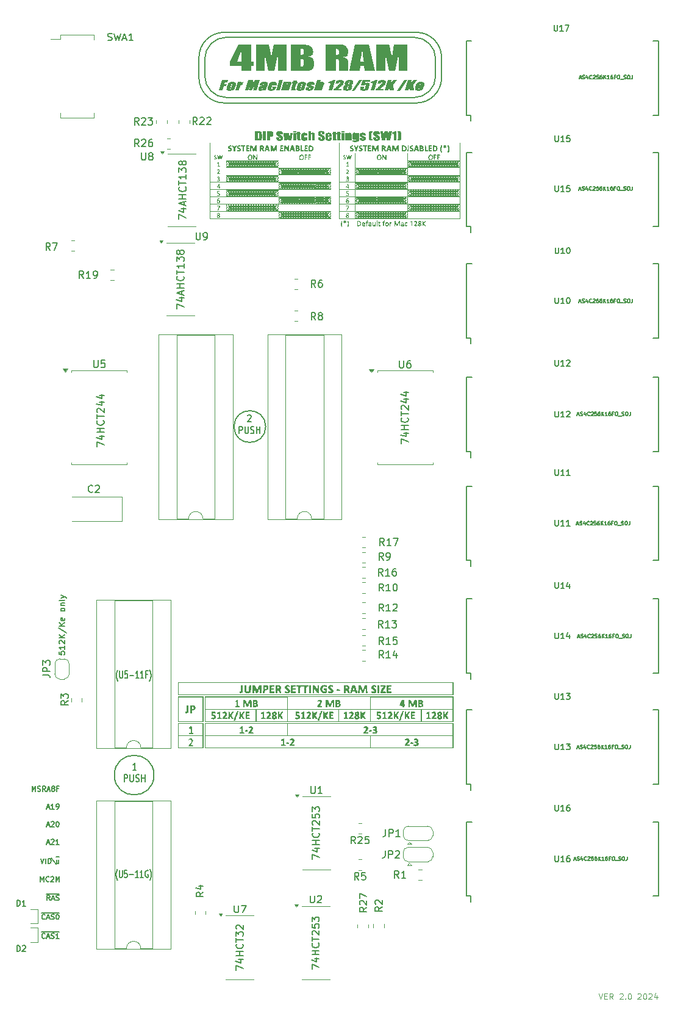
<source format=gbr>
%TF.GenerationSoftware,KiCad,Pcbnew,8.0.5*%
%TF.CreationDate,2024-11-12T15:17:28-04:00*%
%TF.ProjectId,RAMEXB_V2_Github,52414d45-5842-45f5-9632-5f4769746875,rev?*%
%TF.SameCoordinates,Original*%
%TF.FileFunction,Legend,Top*%
%TF.FilePolarity,Positive*%
%FSLAX46Y46*%
G04 Gerber Fmt 4.6, Leading zero omitted, Abs format (unit mm)*
G04 Created by KiCad (PCBNEW 8.0.5) date 2024-11-12 15:17:28*
%MOMM*%
%LPD*%
G01*
G04 APERTURE LIST*
%ADD10C,0.150000*%
%ADD11C,0.162500*%
%ADD12C,0.175000*%
%ADD13C,0.120000*%
%ADD14C,0.127000*%
%ADD15C,0.203200*%
%ADD16C,0.200000*%
%ADD17C,0.000000*%
G04 APERTURE END LIST*
D10*
X214410000Y-20340000D02*
X214410000Y-22700000D01*
X190800000Y-71350000D02*
G75*
G02*
X186400000Y-71350000I-2200000J0D01*
G01*
X186400000Y-71350000D02*
G75*
G02*
X190800000Y-71350000I2200000J0D01*
G01*
X182350000Y-22700000D02*
X182350000Y-20340000D01*
X185040000Y-26450000D02*
G75*
G02*
X181540000Y-22950000I0J3500000D01*
G01*
X211730000Y-16650000D02*
G75*
G02*
X215230000Y-20150000I0J-3500000D01*
G01*
X211730000Y-26450000D02*
X185040000Y-26450000D01*
X215230000Y-22950000D02*
G75*
G02*
X211730000Y-26450000I-3500000J0D01*
G01*
X182350000Y-20340000D02*
G75*
G02*
X185350000Y-17340000I3000000J0D01*
G01*
X181540000Y-20150000D02*
G75*
G02*
X185040000Y-16650000I3500000J0D01*
G01*
X211410000Y-25700000D02*
X185350000Y-25700000D01*
X181540000Y-22950000D02*
X181540000Y-20150000D01*
X185350000Y-17340000D02*
X211410000Y-17340000D01*
X215230000Y-20150000D02*
X215230000Y-22950000D01*
X185350000Y-25700000D02*
G75*
G02*
X182350000Y-22700000I0J3000000D01*
G01*
X211410000Y-17340000D02*
G75*
G02*
X214410000Y-20340000I0J-3000000D01*
G01*
X214410000Y-22700000D02*
G75*
G02*
X211410000Y-25700000I-3000000J0D01*
G01*
X185040000Y-16650000D02*
X211730000Y-16650000D01*
X175294167Y-119702720D02*
G75*
G02*
X169794167Y-119702720I-2750000J0D01*
G01*
X169794167Y-119702720D02*
G75*
G02*
X175294167Y-119702720I2750000J0D01*
G01*
X158365349Y-121943640D02*
X158365349Y-121243640D01*
X158365349Y-121243640D02*
X158598683Y-121743640D01*
X158598683Y-121743640D02*
X158832016Y-121243640D01*
X158832016Y-121243640D02*
X158832016Y-121943640D01*
X159132016Y-121910307D02*
X159232016Y-121943640D01*
X159232016Y-121943640D02*
X159398683Y-121943640D01*
X159398683Y-121943640D02*
X159465349Y-121910307D01*
X159465349Y-121910307D02*
X159498683Y-121876973D01*
X159498683Y-121876973D02*
X159532016Y-121810307D01*
X159532016Y-121810307D02*
X159532016Y-121743640D01*
X159532016Y-121743640D02*
X159498683Y-121676973D01*
X159498683Y-121676973D02*
X159465349Y-121643640D01*
X159465349Y-121643640D02*
X159398683Y-121610307D01*
X159398683Y-121610307D02*
X159265349Y-121576973D01*
X159265349Y-121576973D02*
X159198683Y-121543640D01*
X159198683Y-121543640D02*
X159165349Y-121510307D01*
X159165349Y-121510307D02*
X159132016Y-121443640D01*
X159132016Y-121443640D02*
X159132016Y-121376973D01*
X159132016Y-121376973D02*
X159165349Y-121310307D01*
X159165349Y-121310307D02*
X159198683Y-121276973D01*
X159198683Y-121276973D02*
X159265349Y-121243640D01*
X159265349Y-121243640D02*
X159432016Y-121243640D01*
X159432016Y-121243640D02*
X159532016Y-121276973D01*
X160232016Y-121943640D02*
X159998683Y-121610307D01*
X159832016Y-121943640D02*
X159832016Y-121243640D01*
X159832016Y-121243640D02*
X160098683Y-121243640D01*
X160098683Y-121243640D02*
X160165350Y-121276973D01*
X160165350Y-121276973D02*
X160198683Y-121310307D01*
X160198683Y-121310307D02*
X160232016Y-121376973D01*
X160232016Y-121376973D02*
X160232016Y-121476973D01*
X160232016Y-121476973D02*
X160198683Y-121543640D01*
X160198683Y-121543640D02*
X160165350Y-121576973D01*
X160165350Y-121576973D02*
X160098683Y-121610307D01*
X160098683Y-121610307D02*
X159832016Y-121610307D01*
X160498683Y-121743640D02*
X160832016Y-121743640D01*
X160432016Y-121943640D02*
X160665350Y-121243640D01*
X160665350Y-121243640D02*
X160898683Y-121943640D01*
X161232016Y-121543640D02*
X161165350Y-121510307D01*
X161165350Y-121510307D02*
X161132016Y-121476973D01*
X161132016Y-121476973D02*
X161098683Y-121410307D01*
X161098683Y-121410307D02*
X161098683Y-121376973D01*
X161098683Y-121376973D02*
X161132016Y-121310307D01*
X161132016Y-121310307D02*
X161165350Y-121276973D01*
X161165350Y-121276973D02*
X161232016Y-121243640D01*
X161232016Y-121243640D02*
X161365350Y-121243640D01*
X161365350Y-121243640D02*
X161432016Y-121276973D01*
X161432016Y-121276973D02*
X161465350Y-121310307D01*
X161465350Y-121310307D02*
X161498683Y-121376973D01*
X161498683Y-121376973D02*
X161498683Y-121410307D01*
X161498683Y-121410307D02*
X161465350Y-121476973D01*
X161465350Y-121476973D02*
X161432016Y-121510307D01*
X161432016Y-121510307D02*
X161365350Y-121543640D01*
X161365350Y-121543640D02*
X161232016Y-121543640D01*
X161232016Y-121543640D02*
X161165350Y-121576973D01*
X161165350Y-121576973D02*
X161132016Y-121610307D01*
X161132016Y-121610307D02*
X161098683Y-121676973D01*
X161098683Y-121676973D02*
X161098683Y-121810307D01*
X161098683Y-121810307D02*
X161132016Y-121876973D01*
X161132016Y-121876973D02*
X161165350Y-121910307D01*
X161165350Y-121910307D02*
X161232016Y-121943640D01*
X161232016Y-121943640D02*
X161365350Y-121943640D01*
X161365350Y-121943640D02*
X161432016Y-121910307D01*
X161432016Y-121910307D02*
X161465350Y-121876973D01*
X161465350Y-121876973D02*
X161498683Y-121810307D01*
X161498683Y-121810307D02*
X161498683Y-121676973D01*
X161498683Y-121676973D02*
X161465350Y-121610307D01*
X161465350Y-121610307D02*
X161432016Y-121576973D01*
X161432016Y-121576973D02*
X161365350Y-121543640D01*
X162032017Y-121576973D02*
X161798683Y-121576973D01*
X161798683Y-121943640D02*
X161798683Y-121243640D01*
X161798683Y-121243640D02*
X162132017Y-121243640D01*
X160165349Y-142289866D02*
X160132016Y-142323200D01*
X160132016Y-142323200D02*
X160032016Y-142356533D01*
X160032016Y-142356533D02*
X159965349Y-142356533D01*
X159965349Y-142356533D02*
X159865349Y-142323200D01*
X159865349Y-142323200D02*
X159798683Y-142256533D01*
X159798683Y-142256533D02*
X159765349Y-142189866D01*
X159765349Y-142189866D02*
X159732016Y-142056533D01*
X159732016Y-142056533D02*
X159732016Y-141956533D01*
X159732016Y-141956533D02*
X159765349Y-141823200D01*
X159765349Y-141823200D02*
X159798683Y-141756533D01*
X159798683Y-141756533D02*
X159865349Y-141689866D01*
X159865349Y-141689866D02*
X159965349Y-141656533D01*
X159965349Y-141656533D02*
X160032016Y-141656533D01*
X160032016Y-141656533D02*
X160132016Y-141689866D01*
X160132016Y-141689866D02*
X160165349Y-141723200D01*
X160432016Y-142156533D02*
X160765349Y-142156533D01*
X160365349Y-142356533D02*
X160598683Y-141656533D01*
X160598683Y-141656533D02*
X160832016Y-142356533D01*
X161032016Y-142323200D02*
X161132016Y-142356533D01*
X161132016Y-142356533D02*
X161298683Y-142356533D01*
X161298683Y-142356533D02*
X161365349Y-142323200D01*
X161365349Y-142323200D02*
X161398683Y-142289866D01*
X161398683Y-142289866D02*
X161432016Y-142223200D01*
X161432016Y-142223200D02*
X161432016Y-142156533D01*
X161432016Y-142156533D02*
X161398683Y-142089866D01*
X161398683Y-142089866D02*
X161365349Y-142056533D01*
X161365349Y-142056533D02*
X161298683Y-142023200D01*
X161298683Y-142023200D02*
X161165349Y-141989866D01*
X161165349Y-141989866D02*
X161098683Y-141956533D01*
X161098683Y-141956533D02*
X161065349Y-141923200D01*
X161065349Y-141923200D02*
X161032016Y-141856533D01*
X161032016Y-141856533D02*
X161032016Y-141789866D01*
X161032016Y-141789866D02*
X161065349Y-141723200D01*
X161065349Y-141723200D02*
X161098683Y-141689866D01*
X161098683Y-141689866D02*
X161165349Y-141656533D01*
X161165349Y-141656533D02*
X161332016Y-141656533D01*
X161332016Y-141656533D02*
X161432016Y-141689866D01*
X162098683Y-142356533D02*
X161698683Y-142356533D01*
X161898683Y-142356533D02*
X161898683Y-141656533D01*
X161898683Y-141656533D02*
X161832016Y-141756533D01*
X161832016Y-141756533D02*
X161765350Y-141823200D01*
X161765350Y-141823200D02*
X161698683Y-141856533D01*
X159668683Y-141462200D02*
X162162017Y-141462200D01*
X162114295Y-102559887D02*
X162114295Y-102940839D01*
X162114295Y-102940839D02*
X162495247Y-102978935D01*
X162495247Y-102978935D02*
X162457152Y-102940839D01*
X162457152Y-102940839D02*
X162419057Y-102864649D01*
X162419057Y-102864649D02*
X162419057Y-102674173D01*
X162419057Y-102674173D02*
X162457152Y-102597982D01*
X162457152Y-102597982D02*
X162495247Y-102559887D01*
X162495247Y-102559887D02*
X162571438Y-102521792D01*
X162571438Y-102521792D02*
X162761914Y-102521792D01*
X162761914Y-102521792D02*
X162838104Y-102559887D01*
X162838104Y-102559887D02*
X162876200Y-102597982D01*
X162876200Y-102597982D02*
X162914295Y-102674173D01*
X162914295Y-102674173D02*
X162914295Y-102864649D01*
X162914295Y-102864649D02*
X162876200Y-102940839D01*
X162876200Y-102940839D02*
X162838104Y-102978935D01*
X162914295Y-101759887D02*
X162914295Y-102217030D01*
X162914295Y-101988458D02*
X162114295Y-101988458D01*
X162114295Y-101988458D02*
X162228580Y-102064649D01*
X162228580Y-102064649D02*
X162304771Y-102140839D01*
X162304771Y-102140839D02*
X162342866Y-102217030D01*
X162190485Y-101455125D02*
X162152390Y-101417029D01*
X162152390Y-101417029D02*
X162114295Y-101340839D01*
X162114295Y-101340839D02*
X162114295Y-101150363D01*
X162114295Y-101150363D02*
X162152390Y-101074172D01*
X162152390Y-101074172D02*
X162190485Y-101036077D01*
X162190485Y-101036077D02*
X162266676Y-100997982D01*
X162266676Y-100997982D02*
X162342866Y-100997982D01*
X162342866Y-100997982D02*
X162457152Y-101036077D01*
X162457152Y-101036077D02*
X162914295Y-101493220D01*
X162914295Y-101493220D02*
X162914295Y-100997982D01*
X162914295Y-100655124D02*
X162114295Y-100655124D01*
X162914295Y-100197981D02*
X162457152Y-100540839D01*
X162114295Y-100197981D02*
X162571438Y-100655124D01*
X162076200Y-99283696D02*
X163104771Y-99969410D01*
X162914295Y-99017029D02*
X162114295Y-99017029D01*
X162914295Y-98559886D02*
X162457152Y-98902744D01*
X162114295Y-98559886D02*
X162571438Y-99017029D01*
X162876200Y-97912267D02*
X162914295Y-97988458D01*
X162914295Y-97988458D02*
X162914295Y-98140839D01*
X162914295Y-98140839D02*
X162876200Y-98217029D01*
X162876200Y-98217029D02*
X162800009Y-98255125D01*
X162800009Y-98255125D02*
X162495247Y-98255125D01*
X162495247Y-98255125D02*
X162419057Y-98217029D01*
X162419057Y-98217029D02*
X162380961Y-98140839D01*
X162380961Y-98140839D02*
X162380961Y-97988458D01*
X162380961Y-97988458D02*
X162419057Y-97912267D01*
X162419057Y-97912267D02*
X162495247Y-97874172D01*
X162495247Y-97874172D02*
X162571438Y-97874172D01*
X162571438Y-97874172D02*
X162647628Y-98255125D01*
X162914295Y-96807506D02*
X162876200Y-96883696D01*
X162876200Y-96883696D02*
X162838104Y-96921791D01*
X162838104Y-96921791D02*
X162761914Y-96959887D01*
X162761914Y-96959887D02*
X162533342Y-96959887D01*
X162533342Y-96959887D02*
X162457152Y-96921791D01*
X162457152Y-96921791D02*
X162419057Y-96883696D01*
X162419057Y-96883696D02*
X162380961Y-96807506D01*
X162380961Y-96807506D02*
X162380961Y-96693220D01*
X162380961Y-96693220D02*
X162419057Y-96617029D01*
X162419057Y-96617029D02*
X162457152Y-96578934D01*
X162457152Y-96578934D02*
X162533342Y-96540839D01*
X162533342Y-96540839D02*
X162761914Y-96540839D01*
X162761914Y-96540839D02*
X162838104Y-96578934D01*
X162838104Y-96578934D02*
X162876200Y-96617029D01*
X162876200Y-96617029D02*
X162914295Y-96693220D01*
X162914295Y-96693220D02*
X162914295Y-96807506D01*
X162380961Y-96197981D02*
X162914295Y-96197981D01*
X162457152Y-96197981D02*
X162419057Y-96159886D01*
X162419057Y-96159886D02*
X162380961Y-96083696D01*
X162380961Y-96083696D02*
X162380961Y-95969410D01*
X162380961Y-95969410D02*
X162419057Y-95893219D01*
X162419057Y-95893219D02*
X162495247Y-95855124D01*
X162495247Y-95855124D02*
X162914295Y-95855124D01*
X162914295Y-95359886D02*
X162876200Y-95436076D01*
X162876200Y-95436076D02*
X162800009Y-95474171D01*
X162800009Y-95474171D02*
X162114295Y-95474171D01*
X162380961Y-95131314D02*
X162914295Y-94940838D01*
X162380961Y-94750361D02*
X162914295Y-94940838D01*
X162914295Y-94940838D02*
X163104771Y-95017028D01*
X163104771Y-95017028D02*
X163142866Y-95055123D01*
X163142866Y-95055123D02*
X163180961Y-95131314D01*
X159512016Y-134484196D02*
X159512016Y-133784196D01*
X159512016Y-133784196D02*
X159745350Y-134284196D01*
X159745350Y-134284196D02*
X159978683Y-133784196D01*
X159978683Y-133784196D02*
X159978683Y-134484196D01*
X160712016Y-134417529D02*
X160678683Y-134450863D01*
X160678683Y-134450863D02*
X160578683Y-134484196D01*
X160578683Y-134484196D02*
X160512016Y-134484196D01*
X160512016Y-134484196D02*
X160412016Y-134450863D01*
X160412016Y-134450863D02*
X160345350Y-134384196D01*
X160345350Y-134384196D02*
X160312016Y-134317529D01*
X160312016Y-134317529D02*
X160278683Y-134184196D01*
X160278683Y-134184196D02*
X160278683Y-134084196D01*
X160278683Y-134084196D02*
X160312016Y-133950863D01*
X160312016Y-133950863D02*
X160345350Y-133884196D01*
X160345350Y-133884196D02*
X160412016Y-133817529D01*
X160412016Y-133817529D02*
X160512016Y-133784196D01*
X160512016Y-133784196D02*
X160578683Y-133784196D01*
X160578683Y-133784196D02*
X160678683Y-133817529D01*
X160678683Y-133817529D02*
X160712016Y-133850863D01*
X160978683Y-133850863D02*
X161012016Y-133817529D01*
X161012016Y-133817529D02*
X161078683Y-133784196D01*
X161078683Y-133784196D02*
X161245350Y-133784196D01*
X161245350Y-133784196D02*
X161312016Y-133817529D01*
X161312016Y-133817529D02*
X161345350Y-133850863D01*
X161345350Y-133850863D02*
X161378683Y-133917529D01*
X161378683Y-133917529D02*
X161378683Y-133984196D01*
X161378683Y-133984196D02*
X161345350Y-134084196D01*
X161345350Y-134084196D02*
X160945350Y-134484196D01*
X160945350Y-134484196D02*
X161378683Y-134484196D01*
X161678683Y-134484196D02*
X161678683Y-133784196D01*
X161678683Y-133784196D02*
X161912017Y-134284196D01*
X161912017Y-134284196D02*
X162145350Y-133784196D01*
X162145350Y-133784196D02*
X162145350Y-134484196D01*
X160432016Y-126655196D02*
X160765349Y-126655196D01*
X160365349Y-126855196D02*
X160598683Y-126155196D01*
X160598683Y-126155196D02*
X160832016Y-126855196D01*
X161032016Y-126221863D02*
X161065349Y-126188529D01*
X161065349Y-126188529D02*
X161132016Y-126155196D01*
X161132016Y-126155196D02*
X161298683Y-126155196D01*
X161298683Y-126155196D02*
X161365349Y-126188529D01*
X161365349Y-126188529D02*
X161398683Y-126221863D01*
X161398683Y-126221863D02*
X161432016Y-126288529D01*
X161432016Y-126288529D02*
X161432016Y-126355196D01*
X161432016Y-126355196D02*
X161398683Y-126455196D01*
X161398683Y-126455196D02*
X160998683Y-126855196D01*
X160998683Y-126855196D02*
X161432016Y-126855196D01*
X161865350Y-126155196D02*
X161932016Y-126155196D01*
X161932016Y-126155196D02*
X161998683Y-126188529D01*
X161998683Y-126188529D02*
X162032016Y-126221863D01*
X162032016Y-126221863D02*
X162065350Y-126288529D01*
X162065350Y-126288529D02*
X162098683Y-126421863D01*
X162098683Y-126421863D02*
X162098683Y-126588529D01*
X162098683Y-126588529D02*
X162065350Y-126721863D01*
X162065350Y-126721863D02*
X162032016Y-126788529D01*
X162032016Y-126788529D02*
X161998683Y-126821863D01*
X161998683Y-126821863D02*
X161932016Y-126855196D01*
X161932016Y-126855196D02*
X161865350Y-126855196D01*
X161865350Y-126855196D02*
X161798683Y-126821863D01*
X161798683Y-126821863D02*
X161765350Y-126788529D01*
X161765350Y-126788529D02*
X161732016Y-126721863D01*
X161732016Y-126721863D02*
X161698683Y-126588529D01*
X161698683Y-126588529D02*
X161698683Y-126421863D01*
X161698683Y-126421863D02*
X161732016Y-126288529D01*
X161732016Y-126288529D02*
X161765350Y-126221863D01*
X161765350Y-126221863D02*
X161798683Y-126188529D01*
X161798683Y-126188529D02*
X161865350Y-126155196D01*
X159565350Y-131258418D02*
X159798684Y-131958418D01*
X159798684Y-131958418D02*
X160032017Y-131258418D01*
X160265350Y-131958418D02*
X160265350Y-131258418D01*
X160598683Y-131958418D02*
X160598683Y-131258418D01*
X160598683Y-131258418D02*
X160765350Y-131258418D01*
X160765350Y-131258418D02*
X160865350Y-131291751D01*
X160865350Y-131291751D02*
X160932017Y-131358418D01*
X160932017Y-131358418D02*
X160965350Y-131425085D01*
X160965350Y-131425085D02*
X160998683Y-131558418D01*
X160998683Y-131558418D02*
X160998683Y-131658418D01*
X160998683Y-131658418D02*
X160965350Y-131791751D01*
X160965350Y-131791751D02*
X160932017Y-131858418D01*
X160932017Y-131858418D02*
X160865350Y-131925085D01*
X160865350Y-131925085D02*
X160765350Y-131958418D01*
X160765350Y-131958418D02*
X160598683Y-131958418D01*
X161065350Y-131191751D02*
X161665350Y-132091751D01*
X162065350Y-131491751D02*
X162065350Y-131958418D01*
X161765350Y-131491751D02*
X161765350Y-131858418D01*
X161765350Y-131858418D02*
X161798684Y-131925085D01*
X161798684Y-131925085D02*
X161865350Y-131958418D01*
X161865350Y-131958418D02*
X161965350Y-131958418D01*
X161965350Y-131958418D02*
X162032017Y-131925085D01*
X162032017Y-131925085D02*
X162065350Y-131891751D01*
X161668684Y-131064085D02*
X162162017Y-131064085D01*
X160832016Y-137061640D02*
X160598683Y-136728307D01*
X160432016Y-137061640D02*
X160432016Y-136361640D01*
X160432016Y-136361640D02*
X160698683Y-136361640D01*
X160698683Y-136361640D02*
X160765350Y-136394973D01*
X160765350Y-136394973D02*
X160798683Y-136428307D01*
X160798683Y-136428307D02*
X160832016Y-136494973D01*
X160832016Y-136494973D02*
X160832016Y-136594973D01*
X160832016Y-136594973D02*
X160798683Y-136661640D01*
X160798683Y-136661640D02*
X160765350Y-136694973D01*
X160765350Y-136694973D02*
X160698683Y-136728307D01*
X160698683Y-136728307D02*
X160432016Y-136728307D01*
X161098683Y-136861640D02*
X161432016Y-136861640D01*
X161032016Y-137061640D02*
X161265350Y-136361640D01*
X161265350Y-136361640D02*
X161498683Y-137061640D01*
X161698683Y-137028307D02*
X161798683Y-137061640D01*
X161798683Y-137061640D02*
X161965350Y-137061640D01*
X161965350Y-137061640D02*
X162032016Y-137028307D01*
X162032016Y-137028307D02*
X162065350Y-136994973D01*
X162065350Y-136994973D02*
X162098683Y-136928307D01*
X162098683Y-136928307D02*
X162098683Y-136861640D01*
X162098683Y-136861640D02*
X162065350Y-136794973D01*
X162065350Y-136794973D02*
X162032016Y-136761640D01*
X162032016Y-136761640D02*
X161965350Y-136728307D01*
X161965350Y-136728307D02*
X161832016Y-136694973D01*
X161832016Y-136694973D02*
X161765350Y-136661640D01*
X161765350Y-136661640D02*
X161732016Y-136628307D01*
X161732016Y-136628307D02*
X161698683Y-136561640D01*
X161698683Y-136561640D02*
X161698683Y-136494973D01*
X161698683Y-136494973D02*
X161732016Y-136428307D01*
X161732016Y-136428307D02*
X161765350Y-136394973D01*
X161765350Y-136394973D02*
X161832016Y-136361640D01*
X161832016Y-136361640D02*
X161998683Y-136361640D01*
X161998683Y-136361640D02*
X162098683Y-136394973D01*
X160335350Y-136167307D02*
X162162017Y-136167307D01*
D11*
G36*
X189716227Y-30347054D02*
G01*
X189795841Y-30348524D01*
X189866173Y-30351124D01*
X189938317Y-30355737D01*
X190013714Y-30364420D01*
X190042502Y-30369846D01*
X190107638Y-30389096D01*
X190169511Y-30420954D01*
X190199452Y-30445464D01*
X190238937Y-30493726D01*
X190263956Y-30550664D01*
X190266814Y-30562700D01*
X190274601Y-30621784D01*
X190278234Y-30683288D01*
X190280011Y-30749906D01*
X190280492Y-30816518D01*
X190280492Y-31282826D01*
X190279795Y-31345907D01*
X190277219Y-31408927D01*
X190271118Y-31473219D01*
X190260659Y-31522575D01*
X190231555Y-31579363D01*
X190191929Y-31617243D01*
X190133414Y-31647659D01*
X190070883Y-31665017D01*
X190000184Y-31673746D01*
X189929365Y-31677433D01*
X189853409Y-31678500D01*
X189342892Y-31678500D01*
X189342892Y-31453405D01*
X189747749Y-31453405D01*
X189818445Y-31445858D01*
X189855460Y-31423217D01*
X189871202Y-31361777D01*
X189875142Y-31298201D01*
X189875635Y-31258793D01*
X189875635Y-30738262D01*
X189874673Y-30679131D01*
X189868796Y-30621612D01*
X189838021Y-30583803D01*
X189767444Y-30572080D01*
X189747749Y-30571786D01*
X189747749Y-31453405D01*
X189342892Y-31453405D01*
X189342892Y-30346692D01*
X189645851Y-30346692D01*
X189716227Y-30347054D01*
G37*
G36*
X190831015Y-30346692D02*
G01*
X190831015Y-31678500D01*
X190426158Y-31678500D01*
X190426158Y-30346692D01*
X190831015Y-30346692D01*
G37*
G36*
X191466217Y-30347744D02*
G01*
X191535690Y-30351522D01*
X191609127Y-30360109D01*
X191651671Y-30368674D01*
X191716791Y-30389775D01*
X191776641Y-30424644D01*
X191785370Y-30432275D01*
X191824761Y-30481458D01*
X191845893Y-30533098D01*
X191856298Y-30591654D01*
X191860693Y-30651245D01*
X191861964Y-30715694D01*
X191861964Y-30830586D01*
X191860041Y-30889479D01*
X191852227Y-30951091D01*
X191833083Y-31011247D01*
X191831190Y-31014941D01*
X191790993Y-31063210D01*
X191733005Y-31097688D01*
X191718007Y-31103747D01*
X191649342Y-31122501D01*
X191581248Y-31131516D01*
X191511512Y-31134492D01*
X191503269Y-31134522D01*
X191394532Y-31134522D01*
X191394532Y-31678500D01*
X190989675Y-31678500D01*
X190989675Y-30908548D01*
X191394532Y-30908548D01*
X191424281Y-30909428D01*
X191492279Y-30894142D01*
X191501559Y-30886273D01*
X191521713Y-30826677D01*
X191523444Y-30789260D01*
X191523444Y-30680523D01*
X191516399Y-30621759D01*
X191498482Y-30592303D01*
X191430650Y-30573069D01*
X191394532Y-30571786D01*
X191394532Y-30908548D01*
X190989675Y-30908548D01*
X190989675Y-30346692D01*
X191397610Y-30346692D01*
X191466217Y-30347744D01*
G37*
G36*
X193175698Y-30759365D02*
G01*
X192799564Y-30759365D01*
X192799564Y-30660300D01*
X192795510Y-30600952D01*
X192785202Y-30572079D01*
X192736989Y-30553028D01*
X192681936Y-30577062D01*
X192663589Y-30634860D01*
X192663130Y-30649456D01*
X192669838Y-30709713D01*
X192684330Y-30743245D01*
X192734446Y-30787240D01*
X192793054Y-30821628D01*
X192798880Y-30824724D01*
X192863287Y-30859739D01*
X192921444Y-30892978D01*
X192985349Y-30932027D01*
X193039487Y-30968300D01*
X193091559Y-31008163D01*
X193139110Y-31055094D01*
X193172995Y-31112145D01*
X193193805Y-31176987D01*
X193204827Y-31244633D01*
X193208934Y-31310719D01*
X193209208Y-31334410D01*
X193206771Y-31399861D01*
X193198206Y-31462502D01*
X193179363Y-31523257D01*
X193170227Y-31541040D01*
X193126591Y-31591376D01*
X193070979Y-31628527D01*
X193019773Y-31652414D01*
X192954176Y-31674091D01*
X192882790Y-31688674D01*
X192814477Y-31695681D01*
X192760241Y-31697257D01*
X192691322Y-31694733D01*
X192618169Y-31685665D01*
X192550999Y-31670003D01*
X192482585Y-31644501D01*
X192424234Y-31612553D01*
X192374118Y-31571727D01*
X192336887Y-31520338D01*
X192332132Y-31510265D01*
X192313378Y-31452460D01*
X192302439Y-31388982D01*
X192297438Y-31323448D01*
X192296570Y-31278137D01*
X192296570Y-31190795D01*
X192672704Y-31190795D01*
X192672704Y-31353754D01*
X192676160Y-31412586D01*
X192688433Y-31450767D01*
X192744853Y-31472163D01*
X192804693Y-31445199D01*
X192823576Y-31386867D01*
X192824525Y-31364892D01*
X192821550Y-31305368D01*
X192808327Y-31245983D01*
X192786912Y-31211605D01*
X192731869Y-31171309D01*
X192673743Y-31136162D01*
X192616229Y-31103825D01*
X192597819Y-31093782D01*
X192536572Y-31059868D01*
X192478517Y-31026295D01*
X192419489Y-30989166D01*
X192397442Y-30973322D01*
X192352734Y-30927966D01*
X192318428Y-30872268D01*
X192316402Y-30868102D01*
X192295592Y-30807377D01*
X192286269Y-30746322D01*
X192284260Y-30696350D01*
X192286436Y-30634326D01*
X192294253Y-30572956D01*
X192312018Y-30510513D01*
X192329738Y-30476239D01*
X192371989Y-30428208D01*
X192430012Y-30388751D01*
X192477456Y-30367209D01*
X192545283Y-30346497D01*
X192613408Y-30334416D01*
X192688241Y-30328548D01*
X192723653Y-30327934D01*
X192799564Y-30330664D01*
X192869661Y-30338852D01*
X192941573Y-30354589D01*
X192992418Y-30371605D01*
X193054528Y-30401103D01*
X193109666Y-30442319D01*
X193139452Y-30481514D01*
X193160088Y-30537997D01*
X193170601Y-30600491D01*
X193174813Y-30659227D01*
X193175698Y-30706608D01*
X193175698Y-30759365D01*
G37*
G36*
X194574916Y-30590544D02*
G01*
X194420017Y-31678500D01*
X193997721Y-31678500D01*
X193986670Y-31612296D01*
X193975101Y-31539167D01*
X193965473Y-31475676D01*
X193955514Y-31407752D01*
X193945224Y-31335395D01*
X193934603Y-31258605D01*
X193926419Y-31198103D01*
X193918049Y-31135108D01*
X193911834Y-31193978D01*
X193903459Y-31261722D01*
X193893873Y-31328457D01*
X193883076Y-31394181D01*
X193874623Y-31440509D01*
X193831539Y-31678500D01*
X193409243Y-31678500D01*
X193244770Y-30590544D01*
X193579529Y-30590544D01*
X193587730Y-30656178D01*
X193597546Y-30731410D01*
X193605239Y-30789841D01*
X193614284Y-30858242D01*
X193624681Y-30936612D01*
X193636431Y-31024950D01*
X193645016Y-31089381D01*
X193654201Y-31158243D01*
X193663988Y-31231535D01*
X193671596Y-31161468D01*
X193681126Y-31087146D01*
X193691395Y-31010780D01*
X193700640Y-30943641D01*
X193711206Y-30868049D01*
X193723095Y-30784002D01*
X193731756Y-30723273D01*
X193741005Y-30658788D01*
X193750841Y-30590544D01*
X194072948Y-30590544D01*
X194151594Y-31231535D01*
X194157017Y-31157534D01*
X194164054Y-31081784D01*
X194172704Y-31004284D01*
X194180250Y-30945011D01*
X194188704Y-30884754D01*
X194198066Y-30823513D01*
X194208335Y-30761288D01*
X194219512Y-30698079D01*
X194231596Y-30633886D01*
X194240157Y-30590544D01*
X194574916Y-30590544D01*
G37*
G36*
X195031748Y-30346692D02*
G01*
X195031748Y-30515513D01*
X194631678Y-30515513D01*
X194631678Y-30346692D01*
X195031748Y-30346692D01*
G37*
G36*
X195031748Y-30590544D02*
G01*
X195031748Y-31678500D01*
X194631678Y-31678500D01*
X194631678Y-30590544D01*
X195031748Y-30590544D01*
G37*
G36*
X195577484Y-30440481D02*
G01*
X195577484Y-30609302D01*
X195682118Y-30609302D01*
X195682118Y-30778123D01*
X195577484Y-30778123D01*
X195577484Y-31374564D01*
X195578753Y-31433754D01*
X195587432Y-31492405D01*
X195590478Y-31497076D01*
X195660869Y-31509076D01*
X195698531Y-31509679D01*
X195698531Y-31678500D01*
X195541922Y-31678500D01*
X195473299Y-31677758D01*
X195400481Y-31674460D01*
X195352488Y-31669121D01*
X195286744Y-31647413D01*
X195252299Y-31625157D01*
X195211133Y-31578148D01*
X195198615Y-31546315D01*
X195191368Y-31484389D01*
X195188853Y-31420347D01*
X195188056Y-31357426D01*
X195188014Y-31337341D01*
X195188014Y-30778123D01*
X195104239Y-30778123D01*
X195104239Y-30609302D01*
X195188014Y-30609302D01*
X195188014Y-30440481D01*
X195577484Y-30440481D01*
G37*
G36*
X196622795Y-31003217D02*
G01*
X196256577Y-31003217D01*
X196256577Y-30874550D01*
X196253006Y-30815397D01*
X196243925Y-30783398D01*
X196197763Y-30759365D01*
X196152627Y-30780174D01*
X196141728Y-30840130D01*
X196141001Y-30873084D01*
X196141001Y-31391856D01*
X196147029Y-31451481D01*
X196158098Y-31480370D01*
X196209389Y-31509679D01*
X196262732Y-31478611D01*
X196274780Y-31418138D01*
X196276751Y-31361081D01*
X196276751Y-31228311D01*
X196622795Y-31228311D01*
X196621705Y-31289604D01*
X196619099Y-31348836D01*
X196613353Y-31411801D01*
X196611511Y-31424682D01*
X196594325Y-31482489D01*
X196563131Y-31537272D01*
X196547226Y-31558625D01*
X196501785Y-31605364D01*
X196447016Y-31642706D01*
X196405321Y-31662379D01*
X196340445Y-31682237D01*
X196272912Y-31693136D01*
X196197231Y-31697223D01*
X196189215Y-31697257D01*
X196120514Y-31694971D01*
X196049973Y-31686760D01*
X195980781Y-31670385D01*
X195928315Y-31649483D01*
X195868882Y-31611935D01*
X195822703Y-31565382D01*
X195792222Y-31515248D01*
X195771305Y-31454139D01*
X195760150Y-31395072D01*
X195754455Y-31335965D01*
X195752557Y-31269930D01*
X195752557Y-30961305D01*
X195754588Y-30896385D01*
X195761725Y-30833510D01*
X195777428Y-30771272D01*
X195785042Y-30752624D01*
X195820048Y-30702010D01*
X195870385Y-30659381D01*
X195924553Y-30627181D01*
X195988380Y-30600403D01*
X196059457Y-30582389D01*
X196128721Y-30573734D01*
X196184428Y-30571786D01*
X196257581Y-30575230D01*
X196325221Y-30585562D01*
X196394726Y-30605417D01*
X196443960Y-30626887D01*
X196504234Y-30664131D01*
X196554259Y-30711578D01*
X196587233Y-30765813D01*
X196605986Y-30825015D01*
X196616926Y-30889946D01*
X196621926Y-30956926D01*
X196622795Y-31003217D01*
G37*
G36*
X197121001Y-30346692D02*
G01*
X197121001Y-30652973D01*
X197176361Y-30615477D01*
X197229054Y-30592010D01*
X197297047Y-30575657D01*
X197353520Y-30571786D01*
X197425664Y-30578010D01*
X197494162Y-30598799D01*
X197526884Y-30616043D01*
X197578982Y-30657348D01*
X197612235Y-30710874D01*
X197614421Y-30718039D01*
X197624826Y-30780721D01*
X197628922Y-30842591D01*
X197630429Y-30910277D01*
X197630492Y-30929065D01*
X197630492Y-31678500D01*
X197242048Y-31678500D01*
X197242048Y-30909135D01*
X197240461Y-30847118D01*
X197231458Y-30788375D01*
X197230764Y-30786622D01*
X197181525Y-30759365D01*
X197133311Y-30787502D01*
X197122456Y-30847903D01*
X197121001Y-30898583D01*
X197121001Y-31678500D01*
X196732557Y-31678500D01*
X196732557Y-30346692D01*
X197121001Y-30346692D01*
G37*
G36*
X198972264Y-30759365D02*
G01*
X198596130Y-30759365D01*
X198596130Y-30660300D01*
X198592077Y-30600952D01*
X198581769Y-30572079D01*
X198533555Y-30553028D01*
X198478503Y-30577062D01*
X198460155Y-30634860D01*
X198459696Y-30649456D01*
X198466404Y-30709713D01*
X198480897Y-30743245D01*
X198531012Y-30787240D01*
X198589620Y-30821628D01*
X198595446Y-30824724D01*
X198659854Y-30859739D01*
X198718011Y-30892978D01*
X198781916Y-30932027D01*
X198836053Y-30968300D01*
X198888126Y-31008163D01*
X198935677Y-31055094D01*
X198969562Y-31112145D01*
X198990372Y-31176987D01*
X199001393Y-31244633D01*
X199005501Y-31310719D01*
X199005774Y-31334410D01*
X199003338Y-31399861D01*
X198994773Y-31462502D01*
X198975929Y-31523257D01*
X198966793Y-31541040D01*
X198923157Y-31591376D01*
X198867545Y-31628527D01*
X198816340Y-31652414D01*
X198750742Y-31674091D01*
X198679357Y-31688674D01*
X198611043Y-31695681D01*
X198556807Y-31697257D01*
X198487889Y-31694733D01*
X198414735Y-31685665D01*
X198347565Y-31670003D01*
X198279152Y-31644501D01*
X198220800Y-31612553D01*
X198170685Y-31571727D01*
X198133453Y-31520338D01*
X198128698Y-31510265D01*
X198109945Y-31452460D01*
X198099006Y-31388982D01*
X198094005Y-31323448D01*
X198093137Y-31278137D01*
X198093137Y-31190795D01*
X198469271Y-31190795D01*
X198469271Y-31353754D01*
X198472727Y-31412586D01*
X198485000Y-31450767D01*
X198541420Y-31472163D01*
X198601259Y-31445199D01*
X198620143Y-31386867D01*
X198621092Y-31364892D01*
X198618117Y-31305368D01*
X198604893Y-31245983D01*
X198583479Y-31211605D01*
X198528436Y-31171309D01*
X198470309Y-31136162D01*
X198412796Y-31103825D01*
X198394386Y-31093782D01*
X198333139Y-31059868D01*
X198275084Y-31026295D01*
X198216056Y-30989166D01*
X198194009Y-30973322D01*
X198149300Y-30927966D01*
X198114994Y-30872268D01*
X198112969Y-30868102D01*
X198092158Y-30807377D01*
X198082836Y-30746322D01*
X198080827Y-30696350D01*
X198083003Y-30634326D01*
X198090819Y-30572956D01*
X198108584Y-30510513D01*
X198126305Y-30476239D01*
X198168556Y-30428208D01*
X198226579Y-30388751D01*
X198274023Y-30367209D01*
X198341850Y-30346497D01*
X198409975Y-30334416D01*
X198484807Y-30328548D01*
X198520220Y-30327934D01*
X198596130Y-30330664D01*
X198666228Y-30338852D01*
X198738140Y-30354589D01*
X198788984Y-30371605D01*
X198851095Y-30401103D01*
X198906232Y-30442319D01*
X198936019Y-30481514D01*
X198956655Y-30537997D01*
X198967167Y-30600491D01*
X198971379Y-30659227D01*
X198972264Y-30706608D01*
X198972264Y-30759365D01*
G37*
G36*
X199603531Y-30574311D02*
G01*
X199675440Y-30583378D01*
X199747806Y-30601462D01*
X199804546Y-30624543D01*
X199864800Y-30660864D01*
X199912631Y-30703884D01*
X199950899Y-30758940D01*
X199953632Y-30764347D01*
X199976172Y-30825679D01*
X199988193Y-30884719D01*
X199994329Y-30943651D01*
X199996375Y-31009372D01*
X199996375Y-31153280D01*
X199493381Y-31153280D01*
X199493381Y-31391856D01*
X199496458Y-31453332D01*
X199505691Y-31488283D01*
X199553904Y-31509679D01*
X199613060Y-31481542D01*
X199626327Y-31421508D01*
X199628105Y-31371926D01*
X199628105Y-31228311D01*
X199996375Y-31228311D01*
X199996375Y-31307739D01*
X199994597Y-31370978D01*
X199987912Y-31431607D01*
X199981329Y-31461319D01*
X199956539Y-31516566D01*
X199918297Y-31568034D01*
X199911573Y-31575624D01*
X199862268Y-31619936D01*
X199803256Y-31654284D01*
X199772746Y-31666776D01*
X199703647Y-31685351D01*
X199629746Y-31694846D01*
X199561769Y-31697257D01*
X199487637Y-31694309D01*
X199419116Y-31685465D01*
X199350222Y-31668926D01*
X199344295Y-31667069D01*
X199279588Y-31641075D01*
X199222621Y-31605846D01*
X199197603Y-31583831D01*
X199157978Y-31535649D01*
X199129177Y-31479544D01*
X199125111Y-31467767D01*
X199112049Y-31406610D01*
X199106533Y-31346664D01*
X199104937Y-31283119D01*
X199104937Y-30966287D01*
X199107097Y-30906858D01*
X199107928Y-30900342D01*
X199493381Y-30900342D01*
X199493381Y-30984459D01*
X199606905Y-30984459D01*
X199606905Y-30900342D01*
X199605155Y-30838396D01*
X199596305Y-30785450D01*
X199552878Y-30759365D01*
X199502955Y-30781640D01*
X199494512Y-30842678D01*
X199493381Y-30900342D01*
X199107928Y-30900342D01*
X199114855Y-30846014D01*
X199130326Y-30786586D01*
X199150073Y-30741779D01*
X199187933Y-30689729D01*
X199239449Y-30646822D01*
X199298133Y-30615750D01*
X199365466Y-30592566D01*
X199438809Y-30577969D01*
X199509958Y-30572173D01*
X199534756Y-30571786D01*
X199603531Y-30574311D01*
G37*
G36*
X200527407Y-30440481D02*
G01*
X200527407Y-30609302D01*
X200632041Y-30609302D01*
X200632041Y-30778123D01*
X200527407Y-30778123D01*
X200527407Y-31374564D01*
X200528676Y-31433754D01*
X200537356Y-31492405D01*
X200540401Y-31497076D01*
X200610793Y-31509076D01*
X200648454Y-31509679D01*
X200648454Y-31678500D01*
X200491846Y-31678500D01*
X200423222Y-31677758D01*
X200350405Y-31674460D01*
X200302411Y-31669121D01*
X200236668Y-31647413D01*
X200202222Y-31625157D01*
X200161056Y-31578148D01*
X200148538Y-31546315D01*
X200141292Y-31484389D01*
X200138776Y-31420347D01*
X200137979Y-31357426D01*
X200137938Y-31337341D01*
X200137938Y-30778123D01*
X200054162Y-30778123D01*
X200054162Y-30609302D01*
X200137938Y-30609302D01*
X200137938Y-30440481D01*
X200527407Y-30440481D01*
G37*
G36*
X201123751Y-30440481D02*
G01*
X201123751Y-30609302D01*
X201228384Y-30609302D01*
X201228384Y-30778123D01*
X201123751Y-30778123D01*
X201123751Y-31374564D01*
X201125020Y-31433754D01*
X201133699Y-31492405D01*
X201136744Y-31497076D01*
X201207136Y-31509076D01*
X201244797Y-31509679D01*
X201244797Y-31678500D01*
X201088189Y-31678500D01*
X201019565Y-31677758D01*
X200946748Y-31674460D01*
X200898754Y-31669121D01*
X200833011Y-31647413D01*
X200798566Y-31625157D01*
X200757399Y-31578148D01*
X200744881Y-31546315D01*
X200737635Y-31484389D01*
X200735120Y-31420347D01*
X200734322Y-31357426D01*
X200734281Y-31337341D01*
X200734281Y-30778123D01*
X200650506Y-30778123D01*
X200650506Y-30609302D01*
X200734281Y-30609302D01*
X200734281Y-30440481D01*
X201123751Y-30440481D01*
G37*
G36*
X201710520Y-30346692D02*
G01*
X201710520Y-30515513D01*
X201310450Y-30515513D01*
X201310450Y-30346692D01*
X201710520Y-30346692D01*
G37*
G36*
X201710520Y-30590544D02*
G01*
X201710520Y-31678500D01*
X201310450Y-31678500D01*
X201310450Y-30590544D01*
X201710520Y-30590544D01*
G37*
G36*
X202241552Y-30590544D02*
G01*
X202235056Y-30689023D01*
X202278863Y-30640508D01*
X202334535Y-30602956D01*
X202338322Y-30601095D01*
X202404145Y-30579114D01*
X202474239Y-30571815D01*
X202479201Y-30571786D01*
X202549149Y-30577433D01*
X202617628Y-30598294D01*
X202642648Y-30611940D01*
X202692281Y-30654156D01*
X202723195Y-30709267D01*
X202724372Y-30713056D01*
X202736327Y-30776084D01*
X202741033Y-30835531D01*
X202742764Y-30899232D01*
X202742837Y-30916755D01*
X202742837Y-31678500D01*
X202354393Y-31678500D01*
X202354393Y-30921737D01*
X202353524Y-30859828D01*
X202348966Y-30799270D01*
X202345502Y-30784278D01*
X202297631Y-30759365D01*
X202245656Y-30787795D01*
X202237085Y-30849825D01*
X202235221Y-30910252D01*
X202235056Y-30939616D01*
X202235056Y-31678500D01*
X201846612Y-31678500D01*
X201846612Y-30590544D01*
X202241552Y-30590544D01*
G37*
G36*
X203193599Y-30578308D02*
G01*
X203256772Y-30597871D01*
X203317048Y-30632555D01*
X203364141Y-30675248D01*
X203392181Y-30590544D01*
X203753611Y-30590544D01*
X203753611Y-31428199D01*
X203753287Y-31487623D01*
X203752087Y-31546297D01*
X203749247Y-31604877D01*
X203744379Y-31647725D01*
X203719446Y-31705211D01*
X203679410Y-31752359D01*
X203626901Y-31793013D01*
X203565608Y-31822812D01*
X203524169Y-31836769D01*
X203456970Y-31852225D01*
X203387926Y-31861241D01*
X203310767Y-31865620D01*
X203273869Y-31866078D01*
X203196139Y-31863525D01*
X203125411Y-31855868D01*
X203053155Y-31840865D01*
X202982800Y-31816017D01*
X202975698Y-31812735D01*
X202921019Y-31774734D01*
X202883542Y-31720412D01*
X202864671Y-31658423D01*
X202859438Y-31603468D01*
X203236256Y-31603468D01*
X203253627Y-31662013D01*
X203297805Y-31678500D01*
X203356619Y-31654759D01*
X203369844Y-31593681D01*
X203370980Y-31555108D01*
X203370980Y-31466887D01*
X203316393Y-31503697D01*
X203265663Y-31526971D01*
X203198074Y-31543857D01*
X203149745Y-31547195D01*
X203076415Y-31542166D01*
X203008586Y-31525370D01*
X202977065Y-31511437D01*
X202922984Y-31473021D01*
X202886002Y-31421253D01*
X202884400Y-31417648D01*
X202867336Y-31357245D01*
X202860632Y-31296641D01*
X202859438Y-31252051D01*
X202859438Y-30875429D01*
X203247882Y-30875429D01*
X203247882Y-31242673D01*
X203250532Y-31303123D01*
X203258482Y-31337927D01*
X203302592Y-31359616D01*
X203352516Y-31333238D01*
X203362507Y-31274276D01*
X203364141Y-31213950D01*
X203364141Y-30875429D01*
X203361577Y-30814026D01*
X203353883Y-30779881D01*
X203309431Y-30759365D01*
X203261559Y-30782812D01*
X203248737Y-30843702D01*
X203247882Y-30875429D01*
X202859438Y-30875429D01*
X202859438Y-30860481D01*
X202862563Y-30797299D01*
X202873789Y-30735223D01*
X202896175Y-30678307D01*
X202924749Y-30639197D01*
X202977731Y-30600818D01*
X203046875Y-30578369D01*
X203115468Y-30571852D01*
X203123758Y-30571786D01*
X203193599Y-30578308D01*
G37*
G36*
X204680610Y-30946943D02*
G01*
X204336277Y-30946943D01*
X204336277Y-30883636D01*
X204334313Y-30824042D01*
X204326019Y-30781054D01*
X204275753Y-30759365D01*
X204226856Y-30777830D01*
X204210443Y-30833517D01*
X204215059Y-30893692D01*
X204218649Y-30907083D01*
X204262587Y-30955168D01*
X204267547Y-30958667D01*
X204330036Y-30992885D01*
X204390884Y-31020746D01*
X204435439Y-31039853D01*
X204503911Y-31070478D01*
X204568501Y-31104481D01*
X204623742Y-31141464D01*
X204657358Y-31173210D01*
X204689656Y-31228027D01*
X204705183Y-31285924D01*
X204710307Y-31347527D01*
X204710359Y-31354927D01*
X204707837Y-31417520D01*
X204698972Y-31478172D01*
X204679467Y-31538260D01*
X204670010Y-31556280D01*
X204628254Y-31606163D01*
X204573781Y-31643106D01*
X204534944Y-31660621D01*
X204465220Y-31681479D01*
X204393840Y-31692928D01*
X204323088Y-31697114D01*
X204306528Y-31697257D01*
X204235169Y-31694729D01*
X204161277Y-31685842D01*
X204094147Y-31670556D01*
X204053151Y-31656811D01*
X203988503Y-31625644D01*
X203935673Y-31583982D01*
X203908168Y-31547488D01*
X203885780Y-31491587D01*
X203874375Y-31433434D01*
X203869459Y-31372361D01*
X203868845Y-31338513D01*
X203868845Y-31284585D01*
X204213178Y-31284585D01*
X204213178Y-31358737D01*
X204215006Y-31420245D01*
X204225373Y-31479701D01*
X204226172Y-31481542D01*
X204277463Y-31509679D01*
X204335251Y-31492093D01*
X204351263Y-31434381D01*
X204351664Y-31417648D01*
X204347006Y-31357164D01*
X204330464Y-31319756D01*
X204269731Y-31284134D01*
X204204714Y-31251285D01*
X204141057Y-31220325D01*
X204104442Y-31202812D01*
X204044900Y-31172474D01*
X203987316Y-31138459D01*
X203932081Y-31096911D01*
X203895516Y-31053629D01*
X203871384Y-30994935D01*
X203860028Y-30933372D01*
X203858245Y-30894187D01*
X203860767Y-30833114D01*
X203869632Y-30774654D01*
X203889137Y-30717938D01*
X203898594Y-30701333D01*
X203944698Y-30652406D01*
X204001407Y-30619131D01*
X204035712Y-30605492D01*
X204105917Y-30586302D01*
X204176122Y-30575769D01*
X204244502Y-30571918D01*
X204260366Y-30571786D01*
X204328722Y-30574012D01*
X204397631Y-30581706D01*
X204464869Y-30596516D01*
X204476130Y-30599923D01*
X204541537Y-30625593D01*
X204600035Y-30662787D01*
X204612564Y-30674075D01*
X204654411Y-30723710D01*
X204670352Y-30759365D01*
X204678647Y-30817644D01*
X204680600Y-30877268D01*
X204680610Y-30882463D01*
X204680610Y-30946943D01*
G37*
G36*
X205666423Y-30346692D02*
G01*
X205666423Y-30515513D01*
X205597599Y-30517167D01*
X205563158Y-30521375D01*
X205528280Y-30548339D01*
X205518631Y-30609485D01*
X205517338Y-30668213D01*
X205517338Y-31356978D01*
X205518540Y-31416274D01*
X205525886Y-31471870D01*
X205558028Y-31502352D01*
X205627848Y-31509221D01*
X205666423Y-31509679D01*
X205666423Y-31678500D01*
X205544351Y-31678500D01*
X205474470Y-31677223D01*
X205405184Y-31672639D01*
X205334445Y-31662221D01*
X205295419Y-31651828D01*
X205232842Y-31621285D01*
X205190443Y-31573280D01*
X205174060Y-31511878D01*
X205167610Y-31446813D01*
X205165362Y-31383449D01*
X205165139Y-31352875D01*
X205165139Y-30672317D01*
X205166017Y-30613498D01*
X205169917Y-30547672D01*
X205179180Y-30485636D01*
X205190101Y-30452205D01*
X205232642Y-30403596D01*
X205296786Y-30373070D01*
X205363065Y-30358052D01*
X205431959Y-30350402D01*
X205504280Y-30347104D01*
X205544351Y-30346692D01*
X205666423Y-30346692D01*
G37*
G36*
X206637191Y-30759365D02*
G01*
X206261057Y-30759365D01*
X206261057Y-30660300D01*
X206257004Y-30600952D01*
X206246696Y-30572079D01*
X206198482Y-30553028D01*
X206143430Y-30577062D01*
X206125082Y-30634860D01*
X206124623Y-30649456D01*
X206131331Y-30709713D01*
X206145823Y-30743245D01*
X206195939Y-30787240D01*
X206254547Y-30821628D01*
X206260373Y-30824724D01*
X206324781Y-30859739D01*
X206382937Y-30892978D01*
X206446842Y-30932027D01*
X206500980Y-30968300D01*
X206553052Y-31008163D01*
X206600603Y-31055094D01*
X206634489Y-31112145D01*
X206655299Y-31176987D01*
X206666320Y-31244633D01*
X206670427Y-31310719D01*
X206670701Y-31334410D01*
X206668265Y-31399861D01*
X206659700Y-31462502D01*
X206640856Y-31523257D01*
X206631720Y-31541040D01*
X206588084Y-31591376D01*
X206532472Y-31628527D01*
X206481266Y-31652414D01*
X206415669Y-31674091D01*
X206344283Y-31688674D01*
X206275970Y-31695681D01*
X206221734Y-31697257D01*
X206152816Y-31694733D01*
X206079662Y-31685665D01*
X206012492Y-31670003D01*
X205944079Y-31644501D01*
X205885727Y-31612553D01*
X205835612Y-31571727D01*
X205798380Y-31520338D01*
X205793625Y-31510265D01*
X205774872Y-31452460D01*
X205763932Y-31388982D01*
X205758932Y-31323448D01*
X205758063Y-31278137D01*
X205758063Y-31190795D01*
X206134197Y-31190795D01*
X206134197Y-31353754D01*
X206137653Y-31412586D01*
X206149927Y-31450767D01*
X206206347Y-31472163D01*
X206266186Y-31445199D01*
X206285070Y-31386867D01*
X206286019Y-31364892D01*
X206283043Y-31305368D01*
X206269820Y-31245983D01*
X206248405Y-31211605D01*
X206193362Y-31171309D01*
X206135236Y-31136162D01*
X206077722Y-31103825D01*
X206059312Y-31093782D01*
X205998066Y-31059868D01*
X205940011Y-31026295D01*
X205880983Y-30989166D01*
X205858936Y-30973322D01*
X205814227Y-30927966D01*
X205779921Y-30872268D01*
X205777896Y-30868102D01*
X205757085Y-30807377D01*
X205747762Y-30746322D01*
X205745753Y-30696350D01*
X205747930Y-30634326D01*
X205755746Y-30572956D01*
X205773511Y-30510513D01*
X205791231Y-30476239D01*
X205833482Y-30428208D01*
X205891505Y-30388751D01*
X205938950Y-30367209D01*
X206006777Y-30346497D01*
X206074901Y-30334416D01*
X206149734Y-30328548D01*
X206185146Y-30327934D01*
X206261057Y-30330664D01*
X206331155Y-30338852D01*
X206403066Y-30354589D01*
X206453911Y-30371605D01*
X206516021Y-30401103D01*
X206571159Y-30442319D01*
X206600945Y-30481514D01*
X206621581Y-30537997D01*
X206632094Y-30600491D01*
X206636306Y-30659227D01*
X206637191Y-30706608D01*
X206637191Y-30759365D01*
G37*
G36*
X208316116Y-30346692D02*
G01*
X208136256Y-31678500D01*
X207630527Y-31678500D01*
X207617659Y-31619612D01*
X207605086Y-31559014D01*
X207592807Y-31496706D01*
X207580822Y-31432687D01*
X207569133Y-31366958D01*
X207557738Y-31299519D01*
X207546637Y-31230368D01*
X207535831Y-31159508D01*
X207525319Y-31086937D01*
X207515102Y-31012655D01*
X207508454Y-30962184D01*
X207499306Y-31028204D01*
X207489740Y-31093261D01*
X207478175Y-31169199D01*
X207468191Y-31233294D01*
X207457082Y-31303508D01*
X207444849Y-31379844D01*
X207431493Y-31462300D01*
X207421964Y-31520671D01*
X207411935Y-31581762D01*
X207401407Y-31645574D01*
X207395956Y-31678500D01*
X206892962Y-31678500D01*
X206712076Y-30346692D01*
X207105307Y-30346692D01*
X207146682Y-30809777D01*
X207189082Y-31273154D01*
X207193839Y-31203654D01*
X207199773Y-31130564D01*
X207206886Y-31053882D01*
X207215176Y-30973610D01*
X207224645Y-30889747D01*
X207235292Y-30802292D01*
X207243045Y-30741995D01*
X207251321Y-30680101D01*
X207260120Y-30616611D01*
X207269443Y-30551525D01*
X207279290Y-30484843D01*
X207289661Y-30416566D01*
X207300555Y-30346692D01*
X207721825Y-30346692D01*
X207729839Y-30413479D01*
X207737212Y-30484079D01*
X207743196Y-30543865D01*
X207750035Y-30613827D01*
X207755725Y-30672976D01*
X207761896Y-30737849D01*
X207766277Y-30784278D01*
X207810387Y-31310670D01*
X207814754Y-31247931D01*
X207819475Y-31185524D01*
X207824552Y-31123450D01*
X207829985Y-31061707D01*
X207835772Y-31000296D01*
X207841915Y-30939218D01*
X207848413Y-30878471D01*
X207855267Y-30818056D01*
X207862476Y-30757974D01*
X207870040Y-30698223D01*
X207877959Y-30638805D01*
X207886234Y-30579718D01*
X207894864Y-30520964D01*
X207903849Y-30462541D01*
X207913189Y-30404451D01*
X207922885Y-30346692D01*
X208316116Y-30346692D01*
G37*
G36*
X208976744Y-30346692D02*
G01*
X208976744Y-31678500D01*
X208587959Y-31678500D01*
X208587959Y-30955443D01*
X208587533Y-30892944D01*
X208585736Y-30830146D01*
X208580145Y-30771723D01*
X208579068Y-30767278D01*
X208533945Y-30720527D01*
X208531539Y-30719504D01*
X208463367Y-30706698D01*
X208390355Y-30703348D01*
X208358175Y-30703091D01*
X208319878Y-30703091D01*
X208319878Y-30557718D01*
X208388196Y-30543201D01*
X208467629Y-30520289D01*
X208540433Y-30492081D01*
X208606609Y-30458579D01*
X208666156Y-30419782D01*
X208719075Y-30375689D01*
X208747645Y-30346692D01*
X208976744Y-30346692D01*
G37*
G36*
X209088217Y-30346692D02*
G01*
X209210289Y-30346692D01*
X209278686Y-30347954D01*
X209347037Y-30352488D01*
X209417749Y-30362792D01*
X209457512Y-30373070D01*
X209518389Y-30401200D01*
X209562923Y-30448933D01*
X209564539Y-30452205D01*
X209580701Y-30513842D01*
X209587063Y-30578785D01*
X209589281Y-30641895D01*
X209589501Y-30672317D01*
X209589501Y-31352875D01*
X209588623Y-31411972D01*
X209585381Y-31470552D01*
X209577703Y-31529465D01*
X209564539Y-31573280D01*
X209522480Y-31621285D01*
X209459564Y-31651828D01*
X209387163Y-31668081D01*
X209316264Y-31675348D01*
X209241299Y-31678265D01*
X209210289Y-31678500D01*
X209088217Y-31678500D01*
X209088217Y-31509679D01*
X209158144Y-31507847D01*
X209196954Y-31502352D01*
X209229096Y-31471870D01*
X209237238Y-31412076D01*
X209238328Y-31356978D01*
X209238328Y-30668213D01*
X209236955Y-30609485D01*
X209228110Y-30551280D01*
X209226703Y-30548339D01*
X209191483Y-30521375D01*
X209120507Y-30515793D01*
X209088217Y-30515513D01*
X209088217Y-30346692D01*
G37*
D10*
X160432016Y-124199418D02*
X160765349Y-124199418D01*
X160365349Y-124399418D02*
X160598683Y-123699418D01*
X160598683Y-123699418D02*
X160832016Y-124399418D01*
X161432016Y-124399418D02*
X161032016Y-124399418D01*
X161232016Y-124399418D02*
X161232016Y-123699418D01*
X161232016Y-123699418D02*
X161165349Y-123799418D01*
X161165349Y-123799418D02*
X161098683Y-123866085D01*
X161098683Y-123866085D02*
X161032016Y-123899418D01*
X161765350Y-124399418D02*
X161898683Y-124399418D01*
X161898683Y-124399418D02*
X161965350Y-124366085D01*
X161965350Y-124366085D02*
X161998683Y-124332751D01*
X161998683Y-124332751D02*
X162065350Y-124232751D01*
X162065350Y-124232751D02*
X162098683Y-124099418D01*
X162098683Y-124099418D02*
X162098683Y-123832751D01*
X162098683Y-123832751D02*
X162065350Y-123766085D01*
X162065350Y-123766085D02*
X162032016Y-123732751D01*
X162032016Y-123732751D02*
X161965350Y-123699418D01*
X161965350Y-123699418D02*
X161832016Y-123699418D01*
X161832016Y-123699418D02*
X161765350Y-123732751D01*
X161765350Y-123732751D02*
X161732016Y-123766085D01*
X161732016Y-123766085D02*
X161698683Y-123832751D01*
X161698683Y-123832751D02*
X161698683Y-123999418D01*
X161698683Y-123999418D02*
X161732016Y-124066085D01*
X161732016Y-124066085D02*
X161765350Y-124099418D01*
X161765350Y-124099418D02*
X161832016Y-124132751D01*
X161832016Y-124132751D02*
X161965350Y-124132751D01*
X161965350Y-124132751D02*
X162032016Y-124099418D01*
X162032016Y-124099418D02*
X162065350Y-124066085D01*
X162065350Y-124066085D02*
X162098683Y-123999418D01*
D12*
G36*
X184724651Y-23268387D02*
G01*
X185615795Y-23268387D01*
X185527868Y-23573202D01*
X185174399Y-23573202D01*
X185104057Y-23817054D01*
X185418838Y-23817054D01*
X185331350Y-24121869D01*
X185016570Y-24121869D01*
X184841154Y-24731500D01*
X184303478Y-24731500D01*
X184724651Y-23268387D01*
G37*
G36*
X186273100Y-23515178D02*
G01*
X186362281Y-23525336D01*
X186447587Y-23544890D01*
X186461657Y-23549389D01*
X186541587Y-23583140D01*
X186605108Y-23628043D01*
X186622124Y-23646231D01*
X186660812Y-23707035D01*
X186677519Y-23769427D01*
X186674826Y-23836748D01*
X186661376Y-23906526D01*
X186647623Y-23958666D01*
X186564532Y-24247288D01*
X186544613Y-24313120D01*
X186522054Y-24378459D01*
X186496938Y-24439345D01*
X186474846Y-24482250D01*
X186431429Y-24541872D01*
X186377055Y-24594210D01*
X186338998Y-24623544D01*
X186265634Y-24668016D01*
X186183367Y-24702844D01*
X186123576Y-24720704D01*
X186036089Y-24738420D01*
X185942887Y-24748782D01*
X185853199Y-24751821D01*
X185765127Y-24749686D01*
X185677629Y-24742306D01*
X185587026Y-24726492D01*
X185580184Y-24724832D01*
X185496528Y-24695808D01*
X185428741Y-24649391D01*
X185422355Y-24642595D01*
X185384106Y-24581711D01*
X185368212Y-24514973D01*
X185367840Y-24510191D01*
X185367935Y-24507968D01*
X185869905Y-24507968D01*
X185906835Y-24528289D01*
X185960031Y-24508286D01*
X185989294Y-24446728D01*
X186000038Y-24412396D01*
X186158307Y-23862459D01*
X186174813Y-23797882D01*
X186178970Y-23754504D01*
X186142041Y-23735770D01*
X186087086Y-23756409D01*
X186058164Y-23817503D01*
X186042683Y-23866904D01*
X185887930Y-24405093D01*
X185872146Y-24468655D01*
X185869905Y-24507968D01*
X185367935Y-24507968D01*
X185370745Y-24442069D01*
X185381932Y-24377206D01*
X185398356Y-24309639D01*
X185406088Y-24281897D01*
X185493136Y-23980257D01*
X185515298Y-23911302D01*
X185540236Y-23849184D01*
X185572137Y-23786564D01*
X185612361Y-23726791D01*
X185617114Y-23720847D01*
X185671622Y-23665536D01*
X185739525Y-23617481D01*
X185812091Y-23580435D01*
X185838691Y-23569392D01*
X185924789Y-23541764D01*
X186019372Y-23523179D01*
X186110569Y-23514248D01*
X186183367Y-23512239D01*
X186273100Y-23515178D01*
G37*
G36*
X187442927Y-23532560D02*
G01*
X187355879Y-23712592D01*
X187404576Y-23657696D01*
X187468255Y-23603282D01*
X187537652Y-23561370D01*
X187625843Y-23528274D01*
X187721819Y-23512195D01*
X187736165Y-23511287D01*
X187607351Y-23959301D01*
X187518556Y-23962228D01*
X187431088Y-23974417D01*
X187398084Y-23984068D01*
X187327795Y-24025188D01*
X187304881Y-24053603D01*
X187277592Y-24116080D01*
X187255606Y-24181147D01*
X187236102Y-24245229D01*
X187230143Y-24265704D01*
X187096053Y-24731500D01*
X186579040Y-24731500D01*
X186924155Y-23532560D01*
X187442927Y-23532560D01*
G37*
G36*
X189959410Y-23268387D02*
G01*
X189538237Y-24731500D01*
X189064748Y-24731500D01*
X189362383Y-23747201D01*
X188913953Y-24731500D01*
X188573234Y-24731500D01*
X188675230Y-23767522D01*
X188411887Y-24731500D01*
X187938398Y-24731500D01*
X188359570Y-23268387D01*
X189044525Y-23268387D01*
X189039909Y-23340007D01*
X189034788Y-23406613D01*
X189028657Y-23476897D01*
X189021516Y-23550857D01*
X189018147Y-23583680D01*
X188968468Y-23952316D01*
X189268300Y-23268387D01*
X189959410Y-23268387D01*
G37*
G36*
X190711928Y-23514595D02*
G01*
X190804330Y-23523296D01*
X190893342Y-23541092D01*
X190972330Y-23571122D01*
X190986842Y-23579235D01*
X191050211Y-23628784D01*
X191088768Y-23690796D01*
X191096751Y-23742756D01*
X191089437Y-23812623D01*
X191077257Y-23876503D01*
X191062645Y-23940310D01*
X191043975Y-24013729D01*
X191026118Y-24079386D01*
X191011022Y-24132665D01*
X190838684Y-24731500D01*
X190334860Y-24731500D01*
X190355523Y-24658788D01*
X190288306Y-24700701D01*
X190246053Y-24718799D01*
X190164413Y-24742501D01*
X190074466Y-24751692D01*
X190061845Y-24751821D01*
X189967275Y-24743873D01*
X189882721Y-24720029D01*
X189831915Y-24695303D01*
X189783187Y-24641101D01*
X189769748Y-24573927D01*
X189775740Y-24507477D01*
X189776151Y-24505746D01*
X190273750Y-24505746D01*
X190317274Y-24528289D01*
X190373108Y-24509874D01*
X190402298Y-24446038D01*
X190416193Y-24400966D01*
X190481699Y-24174577D01*
X190408946Y-24214080D01*
X190350812Y-24261943D01*
X190346730Y-24267292D01*
X190314829Y-24327157D01*
X190293094Y-24390805D01*
X190277176Y-24454349D01*
X190273750Y-24505746D01*
X189776151Y-24505746D01*
X189788831Y-24452403D01*
X189816967Y-24353973D01*
X189838839Y-24291085D01*
X189872053Y-24227601D01*
X189920523Y-24173603D01*
X189929515Y-24166957D01*
X190008876Y-24127039D01*
X190088780Y-24098145D01*
X190176412Y-24071365D01*
X190249131Y-24051381D01*
X190337142Y-24027087D01*
X190418920Y-24002949D01*
X190501950Y-23974165D01*
X190527421Y-23960254D01*
X190559405Y-23900422D01*
X190569626Y-23868492D01*
X190585074Y-23804114D01*
X190585893Y-23758314D01*
X190544567Y-23735770D01*
X190486095Y-23755774D01*
X190458723Y-23818696D01*
X190442571Y-23870714D01*
X190405642Y-23999943D01*
X189918963Y-23999943D01*
X189944902Y-23910086D01*
X189965922Y-23846266D01*
X189993577Y-23783576D01*
X190029280Y-23725233D01*
X190049096Y-23700526D01*
X190109910Y-23647064D01*
X190178440Y-23606333D01*
X190253993Y-23572644D01*
X190263199Y-23569075D01*
X190351654Y-23541600D01*
X190438455Y-23524727D01*
X190532949Y-23514959D01*
X190621943Y-23512239D01*
X190711928Y-23514595D01*
G37*
G36*
X192318942Y-23999943D02*
G01*
X191829626Y-23999943D01*
X191873150Y-23848171D01*
X191887416Y-23784544D01*
X191886779Y-23756726D01*
X191848970Y-23735770D01*
X191795774Y-23755139D01*
X191766263Y-23816340D01*
X191755327Y-23851028D01*
X191593541Y-24412714D01*
X191582928Y-24476192D01*
X191586946Y-24501301D01*
X191629591Y-24528289D01*
X191695976Y-24497808D01*
X191727438Y-24435768D01*
X191746974Y-24375564D01*
X191790498Y-24223474D01*
X192254755Y-24223474D01*
X192235320Y-24287066D01*
X192214499Y-24350143D01*
X192190559Y-24414588D01*
X192175181Y-24450181D01*
X192138099Y-24509371D01*
X192086867Y-24565125D01*
X192049445Y-24598143D01*
X191982534Y-24645963D01*
X191908143Y-24685078D01*
X191834023Y-24713084D01*
X191744405Y-24735138D01*
X191654280Y-24747243D01*
X191566119Y-24751669D01*
X191545621Y-24751821D01*
X191446400Y-24748447D01*
X191349819Y-24736587D01*
X191261188Y-24713393D01*
X191224246Y-24697843D01*
X191153602Y-24651376D01*
X191107192Y-24592944D01*
X191089717Y-24547340D01*
X191081903Y-24479416D01*
X191086162Y-24414136D01*
X191097552Y-24349040D01*
X191116095Y-24276500D01*
X191212376Y-23942155D01*
X191232427Y-23879404D01*
X191257816Y-23816283D01*
X191289532Y-23756230D01*
X191320526Y-23712592D01*
X191375607Y-23660918D01*
X191444163Y-23617458D01*
X191520913Y-23581207D01*
X191539905Y-23573520D01*
X191619864Y-23546710D01*
X191704989Y-23527559D01*
X191795280Y-23516069D01*
X191890736Y-23512239D01*
X191983801Y-23516109D01*
X192077662Y-23529713D01*
X192160046Y-23553113D01*
X192208593Y-23574155D01*
X192275123Y-23615984D01*
X192324900Y-23669230D01*
X192350157Y-23730055D01*
X192355420Y-23796659D01*
X192349801Y-23861551D01*
X192337717Y-23926797D01*
X192318942Y-23999943D01*
G37*
G36*
X193197777Y-23268387D02*
G01*
X193139305Y-23471597D01*
X192607784Y-23471597D01*
X192666256Y-23268387D01*
X193197777Y-23268387D01*
G37*
G36*
X193121720Y-23532560D02*
G01*
X192776605Y-24731500D01*
X192245083Y-24731500D01*
X192590198Y-23532560D01*
X193121720Y-23532560D01*
G37*
G36*
X193805355Y-23532560D02*
G01*
X193778977Y-23606541D01*
X193849515Y-23565298D01*
X193899438Y-23545261D01*
X193985978Y-23521559D01*
X194079088Y-23512368D01*
X194091999Y-23512239D01*
X194182118Y-23518758D01*
X194265846Y-23542842D01*
X194294672Y-23558596D01*
X194349406Y-23610352D01*
X194370289Y-23673537D01*
X194366600Y-23737447D01*
X194354664Y-23801437D01*
X194337457Y-23869872D01*
X194329403Y-23898338D01*
X194089801Y-24731500D01*
X193572787Y-24731500D01*
X193812390Y-23899291D01*
X193830447Y-23833586D01*
X193844159Y-23768833D01*
X193844483Y-23757361D01*
X193805355Y-23735770D01*
X193742048Y-23763394D01*
X193713949Y-23827367D01*
X193693289Y-23891646D01*
X193684016Y-23923105D01*
X193451448Y-24731500D01*
X192934434Y-24731500D01*
X193279549Y-23532560D01*
X193805355Y-23532560D01*
G37*
G36*
X195186695Y-23369992D02*
G01*
X195133939Y-23552881D01*
X195265830Y-23552881D01*
X195207798Y-23756091D01*
X195075907Y-23756091D01*
X194892138Y-24394298D01*
X194874405Y-24460720D01*
X194867958Y-24518764D01*
X194955220Y-24527834D01*
X195006004Y-24528289D01*
X194947533Y-24731500D01*
X194739145Y-24731500D01*
X194643352Y-24730445D01*
X194553336Y-24726397D01*
X194499103Y-24720704D01*
X194416038Y-24693955D01*
X194380840Y-24669901D01*
X194339547Y-24612880D01*
X194334239Y-24579409D01*
X194344469Y-24510561D01*
X194361444Y-24440241D01*
X194380272Y-24371449D01*
X194386556Y-24349528D01*
X194557575Y-23756091D01*
X194452501Y-23756091D01*
X194510533Y-23552881D01*
X194615607Y-23552881D01*
X194668363Y-23369992D01*
X195186695Y-23369992D01*
G37*
G36*
X195999632Y-23515178D02*
G01*
X196088813Y-23525336D01*
X196174119Y-23544890D01*
X196188189Y-23549389D01*
X196268119Y-23583140D01*
X196331640Y-23628043D01*
X196348656Y-23646231D01*
X196387344Y-23707035D01*
X196404050Y-23769427D01*
X196401358Y-23836748D01*
X196387908Y-23906526D01*
X196374155Y-23958666D01*
X196291064Y-24247288D01*
X196271144Y-24313120D01*
X196248585Y-24378459D01*
X196223469Y-24439345D01*
X196201378Y-24482250D01*
X196157961Y-24541872D01*
X196103586Y-24594210D01*
X196065530Y-24623544D01*
X195992165Y-24668016D01*
X195909898Y-24702844D01*
X195850108Y-24720704D01*
X195762620Y-24738420D01*
X195669419Y-24748782D01*
X195579731Y-24751821D01*
X195491659Y-24749686D01*
X195404161Y-24742306D01*
X195313558Y-24726492D01*
X195306716Y-24724832D01*
X195223060Y-24695808D01*
X195155273Y-24649391D01*
X195148886Y-24642595D01*
X195110638Y-24581711D01*
X195094744Y-24514973D01*
X195094371Y-24510191D01*
X195094466Y-24507968D01*
X195596437Y-24507968D01*
X195633367Y-24528289D01*
X195686563Y-24508286D01*
X195715826Y-24446728D01*
X195726570Y-24412396D01*
X195884839Y-23862459D01*
X195901344Y-23797882D01*
X195905502Y-23754504D01*
X195868572Y-23735770D01*
X195813618Y-23756409D01*
X195784696Y-23817503D01*
X195769214Y-23866904D01*
X195614462Y-24405093D01*
X195598678Y-24468655D01*
X195596437Y-24507968D01*
X195094466Y-24507968D01*
X195097277Y-24442069D01*
X195108463Y-24377206D01*
X195124888Y-24309639D01*
X195132620Y-24281897D01*
X195219668Y-23980257D01*
X195241829Y-23911302D01*
X195266768Y-23849184D01*
X195298669Y-23786564D01*
X195338893Y-23726791D01*
X195343646Y-23720847D01*
X195398154Y-23665536D01*
X195466057Y-23617481D01*
X195538623Y-23580435D01*
X195565223Y-23569392D01*
X195651320Y-23541764D01*
X195745903Y-23523179D01*
X195837101Y-23514248D01*
X195909898Y-23512239D01*
X195999632Y-23515178D01*
G37*
G36*
X197559856Y-23938980D02*
G01*
X197098237Y-23938980D01*
X197121538Y-23858331D01*
X197137831Y-23792593D01*
X197140882Y-23754186D01*
X197097798Y-23735770D01*
X197039766Y-23753234D01*
X197005914Y-23808164D01*
X196993291Y-23872303D01*
X196993604Y-23883733D01*
X197036688Y-23934853D01*
X197107858Y-23973280D01*
X197184454Y-24006740D01*
X197218258Y-24020582D01*
X197296289Y-24054514D01*
X197368362Y-24092362D01*
X197432796Y-24138278D01*
X197460938Y-24169497D01*
X197485833Y-24231308D01*
X197487687Y-24296120D01*
X197474673Y-24364790D01*
X197472369Y-24373024D01*
X197449288Y-24441786D01*
X197418592Y-24508564D01*
X197378613Y-24569624D01*
X197356304Y-24594968D01*
X197298409Y-24642794D01*
X197226280Y-24682366D01*
X197148356Y-24711178D01*
X197061219Y-24732611D01*
X196966868Y-24746105D01*
X196875786Y-24751463D01*
X196844127Y-24751821D01*
X196753287Y-24748983D01*
X196660945Y-24739006D01*
X196570579Y-24719496D01*
X196530226Y-24706416D01*
X196456161Y-24671336D01*
X196397428Y-24619913D01*
X196376793Y-24582902D01*
X196365088Y-24513694D01*
X196369941Y-24447840D01*
X196384064Y-24379266D01*
X196391741Y-24351116D01*
X196410645Y-24284437D01*
X196872264Y-24284437D01*
X196845886Y-24376834D01*
X196829338Y-24441742D01*
X196823464Y-24502888D01*
X196866109Y-24528289D01*
X196934692Y-24511779D01*
X196969987Y-24450483D01*
X196974260Y-24436527D01*
X196987339Y-24371913D01*
X196979975Y-24338733D01*
X196909193Y-24297694D01*
X196835554Y-24261398D01*
X196750203Y-24221011D01*
X196736416Y-24214584D01*
X196659374Y-24175337D01*
X196590853Y-24132343D01*
X196534490Y-24081392D01*
X196514399Y-24047571D01*
X196501613Y-23981769D01*
X196506424Y-23913216D01*
X196516598Y-23869762D01*
X196539184Y-23802369D01*
X196569192Y-23737749D01*
X196608244Y-23679852D01*
X196630024Y-23656391D01*
X196693270Y-23608794D01*
X196766778Y-23573164D01*
X196837972Y-23549706D01*
X196925350Y-23529948D01*
X197018224Y-23517508D01*
X197106508Y-23512569D01*
X197136926Y-23512239D01*
X197232821Y-23515309D01*
X197325612Y-23525777D01*
X197405104Y-23543673D01*
X197487005Y-23575033D01*
X197553198Y-23620993D01*
X197559417Y-23627497D01*
X197599951Y-23687024D01*
X197608217Y-23724657D01*
X197600226Y-23789736D01*
X197583900Y-23855481D01*
X197582278Y-23861189D01*
X197559856Y-23938980D01*
G37*
G36*
X198429019Y-23268387D02*
G01*
X198338014Y-23584633D01*
X198414136Y-23550844D01*
X198465949Y-23534783D01*
X198554073Y-23517193D01*
X198633890Y-23512239D01*
X198726379Y-23519383D01*
X198809831Y-23543247D01*
X198847554Y-23563042D01*
X198906003Y-23613650D01*
X198930018Y-23674862D01*
X198930205Y-23678935D01*
X198923720Y-23748848D01*
X198909539Y-23816896D01*
X198893028Y-23880934D01*
X198884483Y-23911356D01*
X198648398Y-24731500D01*
X198131385Y-24731500D01*
X198374944Y-23885638D01*
X198392213Y-23820329D01*
X198399563Y-23759901D01*
X198359117Y-23735770D01*
X198300205Y-23763077D01*
X198270227Y-23825028D01*
X198253164Y-23878652D01*
X198007847Y-24731500D01*
X197490833Y-24731500D01*
X197912006Y-23268387D01*
X198429019Y-23268387D01*
G37*
G36*
X200455746Y-23268387D02*
G01*
X200034574Y-24731500D01*
X199517121Y-24731500D01*
X199746172Y-23935805D01*
X199764952Y-23868760D01*
X199782112Y-23801893D01*
X199793247Y-23738782D01*
X199793213Y-23736723D01*
X199753646Y-23690366D01*
X199663279Y-23677375D01*
X199569874Y-23674868D01*
X199549654Y-23674807D01*
X199484148Y-23674807D01*
X199534706Y-23498586D01*
X199626275Y-23482695D01*
X199713474Y-23463123D01*
X199796304Y-23439870D01*
X199893698Y-23405627D01*
X199984266Y-23365633D01*
X200068008Y-23319886D01*
X200144923Y-23268387D01*
X200455746Y-23268387D01*
G37*
G36*
X201357002Y-24507968D02*
G01*
X201292815Y-24731500D01*
X200189326Y-24731500D01*
X200239884Y-24554326D01*
X200319558Y-24480214D01*
X200395145Y-24409732D01*
X200466644Y-24342879D01*
X200534057Y-24279655D01*
X200597381Y-24220060D01*
X200656619Y-24164094D01*
X200711770Y-24111757D01*
X200786832Y-24040057D01*
X200852697Y-23976522D01*
X200909367Y-23921152D01*
X200970621Y-23860028D01*
X201024197Y-23804036D01*
X201076318Y-23744579D01*
X201123160Y-23684107D01*
X201159633Y-23625612D01*
X201177630Y-23582093D01*
X201185621Y-23516932D01*
X201178949Y-23497633D01*
X201116960Y-23471597D01*
X201036439Y-23499905D01*
X201034309Y-23501761D01*
X200996646Y-23560640D01*
X200973199Y-23627497D01*
X200930115Y-23776412D01*
X200464099Y-23776412D01*
X200482564Y-23712592D01*
X200502097Y-23649355D01*
X200526631Y-23582708D01*
X200554225Y-23523352D01*
X200596516Y-23462595D01*
X200648036Y-23411098D01*
X200679082Y-23385550D01*
X200749087Y-23339277D01*
X200827872Y-23302381D01*
X200885272Y-23282993D01*
X200971026Y-23263108D01*
X201064468Y-23251477D01*
X201156088Y-23248066D01*
X201244932Y-23250834D01*
X201340182Y-23261460D01*
X201435641Y-23283932D01*
X201514227Y-23317251D01*
X201575942Y-23361419D01*
X201626308Y-23421807D01*
X201655186Y-23489616D01*
X201662829Y-23555038D01*
X201654020Y-23626142D01*
X201648482Y-23647501D01*
X201624247Y-23712850D01*
X201588911Y-23779984D01*
X201548886Y-23840192D01*
X201500362Y-23901768D01*
X201484937Y-23919612D01*
X201423752Y-23983927D01*
X201367368Y-24038600D01*
X201298510Y-24102708D01*
X201238680Y-24156982D01*
X201171833Y-24216563D01*
X201097968Y-24281453D01*
X201017087Y-24351650D01*
X200959268Y-24401397D01*
X200898330Y-24453503D01*
X200834274Y-24507968D01*
X201357002Y-24507968D01*
G37*
G36*
X202580873Y-23250609D02*
G01*
X202682965Y-23260372D01*
X202768767Y-23277459D01*
X202848279Y-23306648D01*
X202911999Y-23352211D01*
X202951649Y-23409662D01*
X202972119Y-23477868D01*
X202974298Y-23546372D01*
X202964478Y-23611644D01*
X202955523Y-23646548D01*
X202934391Y-23709015D01*
X202903556Y-23771173D01*
X202863639Y-23821182D01*
X202796605Y-23869344D01*
X202717411Y-23907134D01*
X202689103Y-23918024D01*
X202760360Y-23955313D01*
X202807365Y-24007564D01*
X202823540Y-24072611D01*
X202818794Y-24145417D01*
X202806109Y-24214112D01*
X202789565Y-24280584D01*
X202781427Y-24309521D01*
X202758832Y-24380295D01*
X202734135Y-24442591D01*
X202703333Y-24503405D01*
X202660966Y-24563851D01*
X202602599Y-24617080D01*
X202533218Y-24659350D01*
X202457488Y-24692408D01*
X202438949Y-24699113D01*
X202348076Y-24724592D01*
X202257140Y-24740239D01*
X202169726Y-24748526D01*
X202074992Y-24751769D01*
X202060861Y-24751821D01*
X201968928Y-24749374D01*
X201876124Y-24740588D01*
X201787352Y-24723065D01*
X201722341Y-24700700D01*
X201652115Y-24661578D01*
X201598019Y-24609828D01*
X201572864Y-24564804D01*
X201561160Y-24501307D01*
X201563408Y-24452942D01*
X202068536Y-24452942D01*
X202070094Y-24505428D01*
X202124609Y-24528289D01*
X202192313Y-24503206D01*
X202225176Y-24439516D01*
X202243750Y-24381597D01*
X202298705Y-24190453D01*
X202312944Y-24126035D01*
X202309696Y-24084403D01*
X202257379Y-24060906D01*
X202190115Y-24085355D01*
X202155261Y-24147500D01*
X202139556Y-24194898D01*
X202083722Y-24388265D01*
X202068536Y-24452942D01*
X201563408Y-24452942D01*
X201564224Y-24435373D01*
X201575966Y-24366643D01*
X201592762Y-24299533D01*
X201596165Y-24287613D01*
X201615591Y-24225518D01*
X201640271Y-24160549D01*
X201671200Y-24094429D01*
X201688049Y-24063764D01*
X201731000Y-24008329D01*
X201797485Y-23957736D01*
X201875418Y-23921185D01*
X201884127Y-23918024D01*
X201822123Y-23870999D01*
X201794881Y-23818959D01*
X201789026Y-23785177D01*
X202272440Y-23785177D01*
X202274965Y-23814514D01*
X202319368Y-23837375D01*
X202382676Y-23813244D01*
X202413940Y-23751413D01*
X202428838Y-23704654D01*
X202460931Y-23593841D01*
X202475659Y-23529147D01*
X202475000Y-23493188D01*
X202428398Y-23471597D01*
X202365530Y-23496998D01*
X202333526Y-23559465D01*
X202321127Y-23598286D01*
X202285516Y-23720847D01*
X202272440Y-23785177D01*
X201789026Y-23785177D01*
X201783383Y-23752614D01*
X201788616Y-23686734D01*
X201801036Y-23633213D01*
X201825889Y-23564536D01*
X201858903Y-23502580D01*
X201907734Y-23438790D01*
X201967672Y-23384148D01*
X202027889Y-23344591D01*
X202108287Y-23306980D01*
X202199457Y-23278607D01*
X202286175Y-23261640D01*
X202380807Y-23251460D01*
X202483353Y-23248066D01*
X202580873Y-23250609D01*
G37*
G36*
X204166723Y-23227745D02*
G01*
X203139731Y-24751821D01*
X202738782Y-24751821D01*
X203769291Y-23227745D01*
X204166723Y-23227745D01*
G37*
G36*
X205333960Y-23268387D02*
G01*
X205269773Y-23491918D01*
X204663953Y-23491918D01*
X204600205Y-23713227D01*
X204677863Y-23671534D01*
X204759795Y-23647213D01*
X204853134Y-23635401D01*
X204898279Y-23634165D01*
X204995027Y-23639642D01*
X205085016Y-23658898D01*
X205161591Y-23696553D01*
X205190638Y-23721800D01*
X205225275Y-23783325D01*
X205235481Y-23848091D01*
X205232575Y-23915384D01*
X205221936Y-23979766D01*
X205203827Y-24051698D01*
X205144476Y-24258401D01*
X205125197Y-24322054D01*
X205103524Y-24385348D01*
X205076974Y-24450290D01*
X205058747Y-24486377D01*
X205017986Y-24544242D01*
X204962860Y-24598648D01*
X204932571Y-24622592D01*
X204862751Y-24665397D01*
X204780566Y-24699986D01*
X204718907Y-24718481D01*
X204634320Y-24736063D01*
X204541576Y-24747132D01*
X204451131Y-24751527D01*
X204419515Y-24751821D01*
X204326861Y-24748685D01*
X204231297Y-24737662D01*
X204144913Y-24718702D01*
X204092424Y-24701653D01*
X204018407Y-24665492D01*
X203959601Y-24614613D01*
X203924483Y-24552103D01*
X203912779Y-24487962D01*
X203914696Y-24417117D01*
X203925884Y-24344448D01*
X203942541Y-24274227D01*
X203949542Y-24249193D01*
X203974162Y-24162511D01*
X204491175Y-24162511D01*
X204460401Y-24269514D01*
X204441881Y-24337066D01*
X204425377Y-24405654D01*
X204414678Y-24472089D01*
X204459590Y-24527411D01*
X204474469Y-24528289D01*
X204528984Y-24512731D01*
X204560198Y-24477804D01*
X204581188Y-24411353D01*
X204601489Y-24344899D01*
X204615593Y-24298408D01*
X204703520Y-23994546D01*
X204717952Y-23928588D01*
X204715390Y-23884368D01*
X204660436Y-23857696D01*
X204607240Y-23872620D01*
X204571629Y-23905324D01*
X204547479Y-23969044D01*
X204538217Y-23999943D01*
X204025600Y-23999943D01*
X204257728Y-23268387D01*
X205333960Y-23268387D01*
G37*
G36*
X206334574Y-23268387D02*
G01*
X205913401Y-24731500D01*
X205395949Y-24731500D01*
X205625000Y-23935805D01*
X205643780Y-23868760D01*
X205660940Y-23801893D01*
X205672075Y-23738782D01*
X205672041Y-23736723D01*
X205632473Y-23690366D01*
X205542106Y-23677375D01*
X205448702Y-23674868D01*
X205428482Y-23674807D01*
X205362976Y-23674807D01*
X205413534Y-23498586D01*
X205505102Y-23482695D01*
X205592301Y-23463123D01*
X205675132Y-23439870D01*
X205772526Y-23405627D01*
X205863094Y-23365633D01*
X205946835Y-23319886D01*
X206023750Y-23268387D01*
X206334574Y-23268387D01*
G37*
G36*
X207198900Y-24507968D02*
G01*
X207134713Y-24731500D01*
X206031224Y-24731500D01*
X206081782Y-24554326D01*
X206161456Y-24480214D01*
X206237043Y-24409732D01*
X206308542Y-24342879D01*
X206375955Y-24279655D01*
X206439280Y-24220060D01*
X206498517Y-24164094D01*
X206553668Y-24111757D01*
X206628730Y-24040057D01*
X206694595Y-23976522D01*
X206751265Y-23921152D01*
X206812519Y-23860028D01*
X206866095Y-23804036D01*
X206918217Y-23744579D01*
X206965059Y-23684107D01*
X207001531Y-23625612D01*
X207019528Y-23582093D01*
X207027519Y-23516932D01*
X207020847Y-23497633D01*
X206958859Y-23471597D01*
X206878337Y-23499905D01*
X206876207Y-23501761D01*
X206838544Y-23560640D01*
X206815097Y-23627497D01*
X206772013Y-23776412D01*
X206305997Y-23776412D01*
X206324462Y-23712592D01*
X206343995Y-23649355D01*
X206368529Y-23582708D01*
X206396123Y-23523352D01*
X206438414Y-23462595D01*
X206489934Y-23411098D01*
X206520980Y-23385550D01*
X206590985Y-23339277D01*
X206669770Y-23302381D01*
X206727170Y-23282993D01*
X206812924Y-23263108D01*
X206906367Y-23251477D01*
X206997986Y-23248066D01*
X207086830Y-23250834D01*
X207182080Y-23261460D01*
X207277539Y-23283932D01*
X207356125Y-23317251D01*
X207417840Y-23361419D01*
X207468206Y-23421807D01*
X207497084Y-23489616D01*
X207504727Y-23555038D01*
X207495918Y-23626142D01*
X207490380Y-23647501D01*
X207466145Y-23712850D01*
X207430809Y-23779984D01*
X207390784Y-23840192D01*
X207342260Y-23901768D01*
X207326835Y-23919612D01*
X207265650Y-23983927D01*
X207209266Y-24038600D01*
X207140408Y-24102708D01*
X207080578Y-24156982D01*
X207013731Y-24216563D01*
X206939867Y-24281453D01*
X206858985Y-24351650D01*
X206801166Y-24401397D01*
X206740228Y-24453503D01*
X206676172Y-24507968D01*
X207198900Y-24507968D01*
G37*
G36*
X209000533Y-23268387D02*
G01*
X208512536Y-23932312D01*
X208605300Y-24731500D01*
X208049598Y-24731500D01*
X208035969Y-24102818D01*
X207869347Y-24731500D01*
X207331671Y-24731500D01*
X207752843Y-23268387D01*
X208290519Y-23268387D01*
X208112027Y-23838963D01*
X208490554Y-23268387D01*
X209000533Y-23268387D01*
G37*
G36*
X210457051Y-23227745D02*
G01*
X209430059Y-24751821D01*
X209029110Y-24751821D01*
X210059619Y-23227745D01*
X210457051Y-23227745D01*
G37*
G36*
X211791350Y-23268387D02*
G01*
X211303353Y-23932312D01*
X211396116Y-24731500D01*
X210840415Y-24731500D01*
X210826786Y-24102818D01*
X210660163Y-24731500D01*
X210122487Y-24731500D01*
X210543660Y-23268387D01*
X211081336Y-23268387D01*
X210902843Y-23838963D01*
X211281371Y-23268387D01*
X211791350Y-23268387D01*
G37*
G36*
X212448140Y-23515950D02*
G01*
X212536425Y-23527083D01*
X212622542Y-23548479D01*
X212679856Y-23571615D01*
X212752411Y-23616757D01*
X212802627Y-23670978D01*
X212828893Y-23728150D01*
X212838605Y-23796317D01*
X212835431Y-23861566D01*
X212824675Y-23926473D01*
X212806472Y-23998673D01*
X212759431Y-24162511D01*
X212126793Y-24162511D01*
X212054253Y-24413031D01*
X212039195Y-24476455D01*
X212038866Y-24509874D01*
X212080631Y-24528289D01*
X212153611Y-24500983D01*
X212185924Y-24439566D01*
X212202850Y-24387312D01*
X212249891Y-24223474D01*
X212741406Y-24223474D01*
X212713269Y-24321587D01*
X212693245Y-24385152D01*
X212667856Y-24448496D01*
X212645565Y-24490505D01*
X212599886Y-24547686D01*
X212541075Y-24600177D01*
X212519389Y-24616876D01*
X212448168Y-24662673D01*
X212369033Y-24699093D01*
X212311880Y-24718164D01*
X212225630Y-24737326D01*
X212138115Y-24747843D01*
X212041927Y-24751788D01*
X212031831Y-24751821D01*
X211937842Y-24748534D01*
X211844569Y-24737326D01*
X211761894Y-24718164D01*
X211680535Y-24686315D01*
X211615476Y-24642523D01*
X211597909Y-24624497D01*
X211559637Y-24566163D01*
X211541263Y-24503084D01*
X211540317Y-24494315D01*
X211542857Y-24426619D01*
X211554586Y-24360710D01*
X211572411Y-24291105D01*
X211667946Y-23959301D01*
X212184825Y-23959301D01*
X212299131Y-23959301D01*
X212323311Y-23876112D01*
X212340233Y-23811077D01*
X212346172Y-23758631D01*
X212313199Y-23735770D01*
X212253848Y-23756409D01*
X212226629Y-23819187D01*
X212207686Y-23880557D01*
X212184825Y-23959301D01*
X211667946Y-23959301D01*
X211671329Y-23947553D01*
X211692841Y-23882338D01*
X211722063Y-23815471D01*
X211756231Y-23756780D01*
X211800582Y-23700526D01*
X211859349Y-23647727D01*
X211930138Y-23603237D01*
X212012948Y-23567058D01*
X212030952Y-23560819D01*
X212115284Y-23537336D01*
X212203580Y-23521538D01*
X212295841Y-23513425D01*
X212348810Y-23512239D01*
X212448140Y-23515950D01*
G37*
D10*
X172828571Y-119009875D02*
X172371428Y-119009875D01*
X172600000Y-119009875D02*
X172600000Y-118009875D01*
X172600000Y-118009875D02*
X172523809Y-118152732D01*
X172523809Y-118152732D02*
X172447619Y-118247970D01*
X172447619Y-118247970D02*
X172371428Y-118295589D01*
X171171429Y-120619819D02*
X171171429Y-119619819D01*
X171171429Y-119619819D02*
X171476191Y-119619819D01*
X171476191Y-119619819D02*
X171552381Y-119667438D01*
X171552381Y-119667438D02*
X171590476Y-119715057D01*
X171590476Y-119715057D02*
X171628572Y-119810295D01*
X171628572Y-119810295D02*
X171628572Y-119953152D01*
X171628572Y-119953152D02*
X171590476Y-120048390D01*
X171590476Y-120048390D02*
X171552381Y-120096009D01*
X171552381Y-120096009D02*
X171476191Y-120143628D01*
X171476191Y-120143628D02*
X171171429Y-120143628D01*
X171971429Y-119619819D02*
X171971429Y-120429342D01*
X171971429Y-120429342D02*
X172009524Y-120524580D01*
X172009524Y-120524580D02*
X172047619Y-120572200D01*
X172047619Y-120572200D02*
X172123810Y-120619819D01*
X172123810Y-120619819D02*
X172276191Y-120619819D01*
X172276191Y-120619819D02*
X172352381Y-120572200D01*
X172352381Y-120572200D02*
X172390476Y-120524580D01*
X172390476Y-120524580D02*
X172428572Y-120429342D01*
X172428572Y-120429342D02*
X172428572Y-119619819D01*
X172771428Y-120572200D02*
X172885714Y-120619819D01*
X172885714Y-120619819D02*
X173076190Y-120619819D01*
X173076190Y-120619819D02*
X173152381Y-120572200D01*
X173152381Y-120572200D02*
X173190476Y-120524580D01*
X173190476Y-120524580D02*
X173228571Y-120429342D01*
X173228571Y-120429342D02*
X173228571Y-120334104D01*
X173228571Y-120334104D02*
X173190476Y-120238866D01*
X173190476Y-120238866D02*
X173152381Y-120191247D01*
X173152381Y-120191247D02*
X173076190Y-120143628D01*
X173076190Y-120143628D02*
X172923809Y-120096009D01*
X172923809Y-120096009D02*
X172847619Y-120048390D01*
X172847619Y-120048390D02*
X172809524Y-120000771D01*
X172809524Y-120000771D02*
X172771428Y-119905533D01*
X172771428Y-119905533D02*
X172771428Y-119810295D01*
X172771428Y-119810295D02*
X172809524Y-119715057D01*
X172809524Y-119715057D02*
X172847619Y-119667438D01*
X172847619Y-119667438D02*
X172923809Y-119619819D01*
X172923809Y-119619819D02*
X173114286Y-119619819D01*
X173114286Y-119619819D02*
X173228571Y-119667438D01*
X173571429Y-120619819D02*
X173571429Y-119619819D01*
X173571429Y-120096009D02*
X174028572Y-120096009D01*
X174028572Y-120619819D02*
X174028572Y-119619819D01*
X188321428Y-69805113D02*
X188359524Y-69757494D01*
X188359524Y-69757494D02*
X188435714Y-69709875D01*
X188435714Y-69709875D02*
X188626190Y-69709875D01*
X188626190Y-69709875D02*
X188702381Y-69757494D01*
X188702381Y-69757494D02*
X188740476Y-69805113D01*
X188740476Y-69805113D02*
X188778571Y-69900351D01*
X188778571Y-69900351D02*
X188778571Y-69995589D01*
X188778571Y-69995589D02*
X188740476Y-70138446D01*
X188740476Y-70138446D02*
X188283333Y-70709875D01*
X188283333Y-70709875D02*
X188778571Y-70709875D01*
X187121429Y-72319819D02*
X187121429Y-71319819D01*
X187121429Y-71319819D02*
X187426191Y-71319819D01*
X187426191Y-71319819D02*
X187502381Y-71367438D01*
X187502381Y-71367438D02*
X187540476Y-71415057D01*
X187540476Y-71415057D02*
X187578572Y-71510295D01*
X187578572Y-71510295D02*
X187578572Y-71653152D01*
X187578572Y-71653152D02*
X187540476Y-71748390D01*
X187540476Y-71748390D02*
X187502381Y-71796009D01*
X187502381Y-71796009D02*
X187426191Y-71843628D01*
X187426191Y-71843628D02*
X187121429Y-71843628D01*
X187921429Y-71319819D02*
X187921429Y-72129342D01*
X187921429Y-72129342D02*
X187959524Y-72224580D01*
X187959524Y-72224580D02*
X187997619Y-72272200D01*
X187997619Y-72272200D02*
X188073810Y-72319819D01*
X188073810Y-72319819D02*
X188226191Y-72319819D01*
X188226191Y-72319819D02*
X188302381Y-72272200D01*
X188302381Y-72272200D02*
X188340476Y-72224580D01*
X188340476Y-72224580D02*
X188378572Y-72129342D01*
X188378572Y-72129342D02*
X188378572Y-71319819D01*
X188721428Y-72272200D02*
X188835714Y-72319819D01*
X188835714Y-72319819D02*
X189026190Y-72319819D01*
X189026190Y-72319819D02*
X189102381Y-72272200D01*
X189102381Y-72272200D02*
X189140476Y-72224580D01*
X189140476Y-72224580D02*
X189178571Y-72129342D01*
X189178571Y-72129342D02*
X189178571Y-72034104D01*
X189178571Y-72034104D02*
X189140476Y-71938866D01*
X189140476Y-71938866D02*
X189102381Y-71891247D01*
X189102381Y-71891247D02*
X189026190Y-71843628D01*
X189026190Y-71843628D02*
X188873809Y-71796009D01*
X188873809Y-71796009D02*
X188797619Y-71748390D01*
X188797619Y-71748390D02*
X188759524Y-71700771D01*
X188759524Y-71700771D02*
X188721428Y-71605533D01*
X188721428Y-71605533D02*
X188721428Y-71510295D01*
X188721428Y-71510295D02*
X188759524Y-71415057D01*
X188759524Y-71415057D02*
X188797619Y-71367438D01*
X188797619Y-71367438D02*
X188873809Y-71319819D01*
X188873809Y-71319819D02*
X189064286Y-71319819D01*
X189064286Y-71319819D02*
X189178571Y-71367438D01*
X189521429Y-72319819D02*
X189521429Y-71319819D01*
X189521429Y-71796009D02*
X189978572Y-71796009D01*
X189978572Y-72319819D02*
X189978572Y-71319819D01*
G36*
X188768838Y-20711898D02*
G01*
X189147512Y-20711898D01*
X189147512Y-21330907D01*
X188768838Y-21330907D01*
X188768838Y-22001501D01*
X187437031Y-22001501D01*
X187437031Y-21330907D01*
X185854337Y-21330907D01*
X185854337Y-20711898D01*
X186849675Y-20711898D01*
X187437031Y-20711898D01*
X187437031Y-19149868D01*
X186849675Y-20711898D01*
X185854337Y-20711898D01*
X187004428Y-18339030D01*
X188768838Y-18339030D01*
X188768838Y-20711898D01*
G37*
G36*
X193727945Y-18339030D02*
G01*
X193727945Y-22001501D01*
X192514546Y-22001501D01*
X192514546Y-19528688D01*
X192029187Y-22001501D01*
X191168670Y-22001501D01*
X190657519Y-19580272D01*
X190657519Y-22001501D01*
X189444121Y-22001501D01*
X189444121Y-18339030D01*
X191241357Y-18339030D01*
X191281804Y-18508845D01*
X191318156Y-18670242D01*
X191355406Y-18843596D01*
X191393554Y-19028907D01*
X191410178Y-19111985D01*
X191601273Y-20049365D01*
X191917812Y-18339030D01*
X193727945Y-18339030D01*
G37*
G36*
X195879749Y-18341495D02*
G01*
X196125561Y-18350603D01*
X196369120Y-18369229D01*
X196617515Y-18404838D01*
X196638929Y-18409152D01*
X196856348Y-18473760D01*
X197042735Y-18572273D01*
X197185251Y-18691253D01*
X197294680Y-18849588D01*
X197353041Y-19012753D01*
X197382830Y-19182134D01*
X197392557Y-19347088D01*
X197392760Y-19376354D01*
X197381168Y-19540979D01*
X197335515Y-19700455D01*
X197246214Y-19822073D01*
X197045973Y-19927199D01*
X196819235Y-19988084D01*
X196667065Y-20015513D01*
X196913527Y-20065519D01*
X197129727Y-20139476D01*
X197309072Y-20253783D01*
X197320073Y-20264567D01*
X197425091Y-20420718D01*
X197475581Y-20590844D01*
X197491738Y-20753127D01*
X197492411Y-20797334D01*
X197492411Y-21138273D01*
X197484644Y-21312420D01*
X197457338Y-21479552D01*
X197397266Y-21642439D01*
X197368140Y-21690384D01*
X197232155Y-21825351D01*
X197023705Y-21922024D01*
X196974225Y-21935408D01*
X196721657Y-21973037D01*
X196453570Y-21990593D01*
X196205862Y-21998338D01*
X195968899Y-22001242D01*
X195866340Y-22001501D01*
X194260199Y-22001501D01*
X194260199Y-21382491D01*
X195648280Y-21382491D01*
X195888322Y-21363349D01*
X196022264Y-21318817D01*
X196095258Y-21161653D01*
X196103158Y-21038329D01*
X196103158Y-20694972D01*
X196091161Y-20533300D01*
X196030471Y-20408036D01*
X195803643Y-20357943D01*
X195648280Y-20350810D01*
X195648280Y-21382491D01*
X194260199Y-21382491D01*
X194260199Y-19783385D01*
X195648280Y-19783385D01*
X195786619Y-19780967D01*
X196015196Y-19738659D01*
X196046884Y-19711651D01*
X196092386Y-19550390D01*
X196102663Y-19370741D01*
X196103158Y-19311068D01*
X196088320Y-19148108D01*
X196056263Y-19066849D01*
X195936682Y-18978995D01*
X195699717Y-18958896D01*
X195648280Y-18958039D01*
X195648280Y-19783385D01*
X194260199Y-19783385D01*
X194260199Y-18339030D01*
X195644763Y-18339030D01*
X195879749Y-18341495D01*
G37*
G36*
X200369451Y-18339849D02*
G01*
X200636204Y-18343174D01*
X200871988Y-18349058D01*
X201114050Y-18359495D01*
X201367427Y-18379141D01*
X201464386Y-18391420D01*
X201688530Y-18446123D01*
X201882197Y-18539303D01*
X202031811Y-18657401D01*
X202147422Y-18815846D01*
X202209081Y-18978532D01*
X202240553Y-19147082D01*
X202250829Y-19311015D01*
X202251043Y-19340084D01*
X202243638Y-19513906D01*
X202217040Y-19679691D01*
X202156590Y-19837617D01*
X202096291Y-19915569D01*
X201903437Y-20021555D01*
X201671308Y-20073444D01*
X201486661Y-20092083D01*
X201717516Y-20140553D01*
X201938894Y-20217450D01*
X202040017Y-20279882D01*
X202175206Y-20418728D01*
X202215872Y-20495084D01*
X202241117Y-20663069D01*
X202248845Y-20836627D01*
X202251009Y-21009347D01*
X202251043Y-21036717D01*
X202251043Y-22001501D01*
X200961441Y-22001501D01*
X200961441Y-20785244D01*
X200954801Y-20623257D01*
X200919939Y-20462332D01*
X200893444Y-20420932D01*
X200669229Y-20355192D01*
X200539389Y-20350810D01*
X200539389Y-22001501D01*
X199151308Y-22001501D01*
X199151308Y-19783385D01*
X200539389Y-19783385D01*
X200777526Y-19766068D01*
X200867652Y-19739055D01*
X200952282Y-19582514D01*
X200961441Y-19448894D01*
X200961441Y-19244976D01*
X200932507Y-19084906D01*
X200869996Y-19013653D01*
X200637355Y-18960700D01*
X200539389Y-18958039D01*
X200539389Y-19783385D01*
X199151308Y-19783385D01*
X199151308Y-18339030D01*
X200133751Y-18339030D01*
X200369451Y-18339849D01*
G37*
G36*
X205959236Y-22001501D02*
G01*
X204538329Y-22001501D01*
X204469159Y-21330907D01*
X203970904Y-21330907D01*
X203888838Y-22001501D01*
X202450345Y-22001501D01*
X202698854Y-20711898D01*
X203954490Y-20711898D01*
X204429299Y-20711898D01*
X204402920Y-20545585D01*
X204376542Y-20369448D01*
X204350164Y-20183489D01*
X204323786Y-19987706D01*
X204297407Y-19782100D01*
X204277624Y-19621449D01*
X204257840Y-19455273D01*
X204238056Y-19283571D01*
X204218273Y-19106343D01*
X204180096Y-19307401D01*
X204144702Y-19498003D01*
X204112090Y-19678150D01*
X204082260Y-19847840D01*
X204046814Y-20057828D01*
X204016314Y-20249228D01*
X203990761Y-20422040D01*
X203965773Y-20611915D01*
X203954490Y-20711898D01*
X202698854Y-20711898D01*
X203156109Y-18339030D01*
X205164372Y-18339030D01*
X205959236Y-22001501D01*
G37*
G36*
X210459948Y-18339030D02*
G01*
X210459948Y-22001501D01*
X209246549Y-22001501D01*
X209246549Y-19528688D01*
X208761190Y-22001501D01*
X207900673Y-22001501D01*
X207389522Y-19580272D01*
X207389522Y-22001501D01*
X206176123Y-22001501D01*
X206176123Y-18339030D01*
X207973360Y-18339030D01*
X208013807Y-18508845D01*
X208050159Y-18670242D01*
X208087409Y-18843596D01*
X208125557Y-19028907D01*
X208142181Y-19111985D01*
X208333276Y-20049365D01*
X208649815Y-18339030D01*
X210459948Y-18339030D01*
G37*
X160165349Y-139642417D02*
X160132016Y-139675751D01*
X160132016Y-139675751D02*
X160032016Y-139709084D01*
X160032016Y-139709084D02*
X159965349Y-139709084D01*
X159965349Y-139709084D02*
X159865349Y-139675751D01*
X159865349Y-139675751D02*
X159798683Y-139609084D01*
X159798683Y-139609084D02*
X159765349Y-139542417D01*
X159765349Y-139542417D02*
X159732016Y-139409084D01*
X159732016Y-139409084D02*
X159732016Y-139309084D01*
X159732016Y-139309084D02*
X159765349Y-139175751D01*
X159765349Y-139175751D02*
X159798683Y-139109084D01*
X159798683Y-139109084D02*
X159865349Y-139042417D01*
X159865349Y-139042417D02*
X159965349Y-139009084D01*
X159965349Y-139009084D02*
X160032016Y-139009084D01*
X160032016Y-139009084D02*
X160132016Y-139042417D01*
X160132016Y-139042417D02*
X160165349Y-139075751D01*
X160432016Y-139509084D02*
X160765349Y-139509084D01*
X160365349Y-139709084D02*
X160598683Y-139009084D01*
X160598683Y-139009084D02*
X160832016Y-139709084D01*
X161032016Y-139675751D02*
X161132016Y-139709084D01*
X161132016Y-139709084D02*
X161298683Y-139709084D01*
X161298683Y-139709084D02*
X161365349Y-139675751D01*
X161365349Y-139675751D02*
X161398683Y-139642417D01*
X161398683Y-139642417D02*
X161432016Y-139575751D01*
X161432016Y-139575751D02*
X161432016Y-139509084D01*
X161432016Y-139509084D02*
X161398683Y-139442417D01*
X161398683Y-139442417D02*
X161365349Y-139409084D01*
X161365349Y-139409084D02*
X161298683Y-139375751D01*
X161298683Y-139375751D02*
X161165349Y-139342417D01*
X161165349Y-139342417D02*
X161098683Y-139309084D01*
X161098683Y-139309084D02*
X161065349Y-139275751D01*
X161065349Y-139275751D02*
X161032016Y-139209084D01*
X161032016Y-139209084D02*
X161032016Y-139142417D01*
X161032016Y-139142417D02*
X161065349Y-139075751D01*
X161065349Y-139075751D02*
X161098683Y-139042417D01*
X161098683Y-139042417D02*
X161165349Y-139009084D01*
X161165349Y-139009084D02*
X161332016Y-139009084D01*
X161332016Y-139009084D02*
X161432016Y-139042417D01*
X161865350Y-139009084D02*
X161932016Y-139009084D01*
X161932016Y-139009084D02*
X161998683Y-139042417D01*
X161998683Y-139042417D02*
X162032016Y-139075751D01*
X162032016Y-139075751D02*
X162065350Y-139142417D01*
X162065350Y-139142417D02*
X162098683Y-139275751D01*
X162098683Y-139275751D02*
X162098683Y-139442417D01*
X162098683Y-139442417D02*
X162065350Y-139575751D01*
X162065350Y-139575751D02*
X162032016Y-139642417D01*
X162032016Y-139642417D02*
X161998683Y-139675751D01*
X161998683Y-139675751D02*
X161932016Y-139709084D01*
X161932016Y-139709084D02*
X161865350Y-139709084D01*
X161865350Y-139709084D02*
X161798683Y-139675751D01*
X161798683Y-139675751D02*
X161765350Y-139642417D01*
X161765350Y-139642417D02*
X161732016Y-139575751D01*
X161732016Y-139575751D02*
X161698683Y-139442417D01*
X161698683Y-139442417D02*
X161698683Y-139275751D01*
X161698683Y-139275751D02*
X161732016Y-139142417D01*
X161732016Y-139142417D02*
X161765350Y-139075751D01*
X161765350Y-139075751D02*
X161798683Y-139042417D01*
X161798683Y-139042417D02*
X161865350Y-139009084D01*
X159668683Y-138814751D02*
X162162017Y-138814751D01*
D13*
X237055137Y-149995855D02*
X237321804Y-150795855D01*
X237321804Y-150795855D02*
X237588470Y-149995855D01*
X237855137Y-150376807D02*
X238121803Y-150376807D01*
X238236089Y-150795855D02*
X237855137Y-150795855D01*
X237855137Y-150795855D02*
X237855137Y-149995855D01*
X237855137Y-149995855D02*
X238236089Y-149995855D01*
X239036090Y-150795855D02*
X238769423Y-150414902D01*
X238578947Y-150795855D02*
X238578947Y-149995855D01*
X238578947Y-149995855D02*
X238883709Y-149995855D01*
X238883709Y-149995855D02*
X238959899Y-150033950D01*
X238959899Y-150033950D02*
X238997994Y-150072045D01*
X238997994Y-150072045D02*
X239036090Y-150148236D01*
X239036090Y-150148236D02*
X239036090Y-150262521D01*
X239036090Y-150262521D02*
X238997994Y-150338712D01*
X238997994Y-150338712D02*
X238959899Y-150376807D01*
X238959899Y-150376807D02*
X238883709Y-150414902D01*
X238883709Y-150414902D02*
X238578947Y-150414902D01*
X239950375Y-150072045D02*
X239988471Y-150033950D01*
X239988471Y-150033950D02*
X240064661Y-149995855D01*
X240064661Y-149995855D02*
X240255137Y-149995855D01*
X240255137Y-149995855D02*
X240331328Y-150033950D01*
X240331328Y-150033950D02*
X240369423Y-150072045D01*
X240369423Y-150072045D02*
X240407518Y-150148236D01*
X240407518Y-150148236D02*
X240407518Y-150224426D01*
X240407518Y-150224426D02*
X240369423Y-150338712D01*
X240369423Y-150338712D02*
X239912280Y-150795855D01*
X239912280Y-150795855D02*
X240407518Y-150795855D01*
X240750376Y-150719664D02*
X240788471Y-150757760D01*
X240788471Y-150757760D02*
X240750376Y-150795855D01*
X240750376Y-150795855D02*
X240712280Y-150757760D01*
X240712280Y-150757760D02*
X240750376Y-150719664D01*
X240750376Y-150719664D02*
X240750376Y-150795855D01*
X241283709Y-149995855D02*
X241359899Y-149995855D01*
X241359899Y-149995855D02*
X241436090Y-150033950D01*
X241436090Y-150033950D02*
X241474185Y-150072045D01*
X241474185Y-150072045D02*
X241512280Y-150148236D01*
X241512280Y-150148236D02*
X241550375Y-150300617D01*
X241550375Y-150300617D02*
X241550375Y-150491093D01*
X241550375Y-150491093D02*
X241512280Y-150643474D01*
X241512280Y-150643474D02*
X241474185Y-150719664D01*
X241474185Y-150719664D02*
X241436090Y-150757760D01*
X241436090Y-150757760D02*
X241359899Y-150795855D01*
X241359899Y-150795855D02*
X241283709Y-150795855D01*
X241283709Y-150795855D02*
X241207518Y-150757760D01*
X241207518Y-150757760D02*
X241169423Y-150719664D01*
X241169423Y-150719664D02*
X241131328Y-150643474D01*
X241131328Y-150643474D02*
X241093232Y-150491093D01*
X241093232Y-150491093D02*
X241093232Y-150300617D01*
X241093232Y-150300617D02*
X241131328Y-150148236D01*
X241131328Y-150148236D02*
X241169423Y-150072045D01*
X241169423Y-150072045D02*
X241207518Y-150033950D01*
X241207518Y-150033950D02*
X241283709Y-149995855D01*
X242464661Y-150072045D02*
X242502757Y-150033950D01*
X242502757Y-150033950D02*
X242578947Y-149995855D01*
X242578947Y-149995855D02*
X242769423Y-149995855D01*
X242769423Y-149995855D02*
X242845614Y-150033950D01*
X242845614Y-150033950D02*
X242883709Y-150072045D01*
X242883709Y-150072045D02*
X242921804Y-150148236D01*
X242921804Y-150148236D02*
X242921804Y-150224426D01*
X242921804Y-150224426D02*
X242883709Y-150338712D01*
X242883709Y-150338712D02*
X242426566Y-150795855D01*
X242426566Y-150795855D02*
X242921804Y-150795855D01*
X243417043Y-149995855D02*
X243493233Y-149995855D01*
X243493233Y-149995855D02*
X243569424Y-150033950D01*
X243569424Y-150033950D02*
X243607519Y-150072045D01*
X243607519Y-150072045D02*
X243645614Y-150148236D01*
X243645614Y-150148236D02*
X243683709Y-150300617D01*
X243683709Y-150300617D02*
X243683709Y-150491093D01*
X243683709Y-150491093D02*
X243645614Y-150643474D01*
X243645614Y-150643474D02*
X243607519Y-150719664D01*
X243607519Y-150719664D02*
X243569424Y-150757760D01*
X243569424Y-150757760D02*
X243493233Y-150795855D01*
X243493233Y-150795855D02*
X243417043Y-150795855D01*
X243417043Y-150795855D02*
X243340852Y-150757760D01*
X243340852Y-150757760D02*
X243302757Y-150719664D01*
X243302757Y-150719664D02*
X243264662Y-150643474D01*
X243264662Y-150643474D02*
X243226566Y-150491093D01*
X243226566Y-150491093D02*
X243226566Y-150300617D01*
X243226566Y-150300617D02*
X243264662Y-150148236D01*
X243264662Y-150148236D02*
X243302757Y-150072045D01*
X243302757Y-150072045D02*
X243340852Y-150033950D01*
X243340852Y-150033950D02*
X243417043Y-149995855D01*
X243988471Y-150072045D02*
X244026567Y-150033950D01*
X244026567Y-150033950D02*
X244102757Y-149995855D01*
X244102757Y-149995855D02*
X244293233Y-149995855D01*
X244293233Y-149995855D02*
X244369424Y-150033950D01*
X244369424Y-150033950D02*
X244407519Y-150072045D01*
X244407519Y-150072045D02*
X244445614Y-150148236D01*
X244445614Y-150148236D02*
X244445614Y-150224426D01*
X244445614Y-150224426D02*
X244407519Y-150338712D01*
X244407519Y-150338712D02*
X243950376Y-150795855D01*
X243950376Y-150795855D02*
X244445614Y-150795855D01*
X245131329Y-150262521D02*
X245131329Y-150795855D01*
X244940853Y-149957760D02*
X244750376Y-150529188D01*
X244750376Y-150529188D02*
X245245615Y-150529188D01*
D10*
X160432016Y-129110974D02*
X160765349Y-129110974D01*
X160365349Y-129310974D02*
X160598683Y-128610974D01*
X160598683Y-128610974D02*
X160832016Y-129310974D01*
X161032016Y-128677641D02*
X161065349Y-128644307D01*
X161065349Y-128644307D02*
X161132016Y-128610974D01*
X161132016Y-128610974D02*
X161298683Y-128610974D01*
X161298683Y-128610974D02*
X161365349Y-128644307D01*
X161365349Y-128644307D02*
X161398683Y-128677641D01*
X161398683Y-128677641D02*
X161432016Y-128744307D01*
X161432016Y-128744307D02*
X161432016Y-128810974D01*
X161432016Y-128810974D02*
X161398683Y-128910974D01*
X161398683Y-128910974D02*
X160998683Y-129310974D01*
X160998683Y-129310974D02*
X161432016Y-129310974D01*
X162098683Y-129310974D02*
X161698683Y-129310974D01*
X161898683Y-129310974D02*
X161898683Y-128610974D01*
X161898683Y-128610974D02*
X161832016Y-128710974D01*
X161832016Y-128710974D02*
X161765350Y-128777641D01*
X161765350Y-128777641D02*
X161698683Y-128810974D01*
X203257142Y-129204819D02*
X202923809Y-128728628D01*
X202685714Y-129204819D02*
X202685714Y-128204819D01*
X202685714Y-128204819D02*
X203066666Y-128204819D01*
X203066666Y-128204819D02*
X203161904Y-128252438D01*
X203161904Y-128252438D02*
X203209523Y-128300057D01*
X203209523Y-128300057D02*
X203257142Y-128395295D01*
X203257142Y-128395295D02*
X203257142Y-128538152D01*
X203257142Y-128538152D02*
X203209523Y-128633390D01*
X203209523Y-128633390D02*
X203161904Y-128681009D01*
X203161904Y-128681009D02*
X203066666Y-128728628D01*
X203066666Y-128728628D02*
X202685714Y-128728628D01*
X203638095Y-128300057D02*
X203685714Y-128252438D01*
X203685714Y-128252438D02*
X203780952Y-128204819D01*
X203780952Y-128204819D02*
X204019047Y-128204819D01*
X204019047Y-128204819D02*
X204114285Y-128252438D01*
X204114285Y-128252438D02*
X204161904Y-128300057D01*
X204161904Y-128300057D02*
X204209523Y-128395295D01*
X204209523Y-128395295D02*
X204209523Y-128490533D01*
X204209523Y-128490533D02*
X204161904Y-128633390D01*
X204161904Y-128633390D02*
X203590476Y-129204819D01*
X203590476Y-129204819D02*
X204209523Y-129204819D01*
X205114285Y-128204819D02*
X204638095Y-128204819D01*
X204638095Y-128204819D02*
X204590476Y-128681009D01*
X204590476Y-128681009D02*
X204638095Y-128633390D01*
X204638095Y-128633390D02*
X204733333Y-128585771D01*
X204733333Y-128585771D02*
X204971428Y-128585771D01*
X204971428Y-128585771D02*
X205066666Y-128633390D01*
X205066666Y-128633390D02*
X205114285Y-128681009D01*
X205114285Y-128681009D02*
X205161904Y-128776247D01*
X205161904Y-128776247D02*
X205161904Y-129014342D01*
X205161904Y-129014342D02*
X205114285Y-129109580D01*
X205114285Y-129109580D02*
X205066666Y-129157200D01*
X205066666Y-129157200D02*
X204971428Y-129204819D01*
X204971428Y-129204819D02*
X204733333Y-129204819D01*
X204733333Y-129204819D02*
X204638095Y-129157200D01*
X204638095Y-129157200D02*
X204590476Y-129109580D01*
D14*
X234358854Y-22978553D02*
X234600759Y-22978553D01*
X234310473Y-23123696D02*
X234479807Y-22615696D01*
X234479807Y-22615696D02*
X234649140Y-23123696D01*
X234794283Y-23099506D02*
X234866855Y-23123696D01*
X234866855Y-23123696D02*
X234987807Y-23123696D01*
X234987807Y-23123696D02*
X235036188Y-23099506D01*
X235036188Y-23099506D02*
X235060379Y-23075315D01*
X235060379Y-23075315D02*
X235084569Y-23026934D01*
X235084569Y-23026934D02*
X235084569Y-22978553D01*
X235084569Y-22978553D02*
X235060379Y-22930172D01*
X235060379Y-22930172D02*
X235036188Y-22905982D01*
X235036188Y-22905982D02*
X234987807Y-22881791D01*
X234987807Y-22881791D02*
X234891045Y-22857601D01*
X234891045Y-22857601D02*
X234842664Y-22833410D01*
X234842664Y-22833410D02*
X234818474Y-22809220D01*
X234818474Y-22809220D02*
X234794283Y-22760839D01*
X234794283Y-22760839D02*
X234794283Y-22712458D01*
X234794283Y-22712458D02*
X234818474Y-22664077D01*
X234818474Y-22664077D02*
X234842664Y-22639886D01*
X234842664Y-22639886D02*
X234891045Y-22615696D01*
X234891045Y-22615696D02*
X235011998Y-22615696D01*
X235011998Y-22615696D02*
X235084569Y-22639886D01*
X235519998Y-22785029D02*
X235519998Y-23123696D01*
X235399046Y-22591506D02*
X235278093Y-22954363D01*
X235278093Y-22954363D02*
X235592570Y-22954363D01*
X236076380Y-23075315D02*
X236052189Y-23099506D01*
X236052189Y-23099506D02*
X235979618Y-23123696D01*
X235979618Y-23123696D02*
X235931237Y-23123696D01*
X235931237Y-23123696D02*
X235858665Y-23099506D01*
X235858665Y-23099506D02*
X235810284Y-23051125D01*
X235810284Y-23051125D02*
X235786094Y-23002744D01*
X235786094Y-23002744D02*
X235761903Y-22905982D01*
X235761903Y-22905982D02*
X235761903Y-22833410D01*
X235761903Y-22833410D02*
X235786094Y-22736648D01*
X235786094Y-22736648D02*
X235810284Y-22688267D01*
X235810284Y-22688267D02*
X235858665Y-22639886D01*
X235858665Y-22639886D02*
X235931237Y-22615696D01*
X235931237Y-22615696D02*
X235979618Y-22615696D01*
X235979618Y-22615696D02*
X236052189Y-22639886D01*
X236052189Y-22639886D02*
X236076380Y-22664077D01*
X236269903Y-22664077D02*
X236294094Y-22639886D01*
X236294094Y-22639886D02*
X236342475Y-22615696D01*
X236342475Y-22615696D02*
X236463427Y-22615696D01*
X236463427Y-22615696D02*
X236511808Y-22639886D01*
X236511808Y-22639886D02*
X236535999Y-22664077D01*
X236535999Y-22664077D02*
X236560189Y-22712458D01*
X236560189Y-22712458D02*
X236560189Y-22760839D01*
X236560189Y-22760839D02*
X236535999Y-22833410D01*
X236535999Y-22833410D02*
X236245713Y-23123696D01*
X236245713Y-23123696D02*
X236560189Y-23123696D01*
X237019809Y-22615696D02*
X236777904Y-22615696D01*
X236777904Y-22615696D02*
X236753713Y-22857601D01*
X236753713Y-22857601D02*
X236777904Y-22833410D01*
X236777904Y-22833410D02*
X236826285Y-22809220D01*
X236826285Y-22809220D02*
X236947237Y-22809220D01*
X236947237Y-22809220D02*
X236995618Y-22833410D01*
X236995618Y-22833410D02*
X237019809Y-22857601D01*
X237019809Y-22857601D02*
X237043999Y-22905982D01*
X237043999Y-22905982D02*
X237043999Y-23026934D01*
X237043999Y-23026934D02*
X237019809Y-23075315D01*
X237019809Y-23075315D02*
X236995618Y-23099506D01*
X236995618Y-23099506D02*
X236947237Y-23123696D01*
X236947237Y-23123696D02*
X236826285Y-23123696D01*
X236826285Y-23123696D02*
X236777904Y-23099506D01*
X236777904Y-23099506D02*
X236753713Y-23075315D01*
X237479428Y-22615696D02*
X237382666Y-22615696D01*
X237382666Y-22615696D02*
X237334285Y-22639886D01*
X237334285Y-22639886D02*
X237310095Y-22664077D01*
X237310095Y-22664077D02*
X237261714Y-22736648D01*
X237261714Y-22736648D02*
X237237523Y-22833410D01*
X237237523Y-22833410D02*
X237237523Y-23026934D01*
X237237523Y-23026934D02*
X237261714Y-23075315D01*
X237261714Y-23075315D02*
X237285904Y-23099506D01*
X237285904Y-23099506D02*
X237334285Y-23123696D01*
X237334285Y-23123696D02*
X237431047Y-23123696D01*
X237431047Y-23123696D02*
X237479428Y-23099506D01*
X237479428Y-23099506D02*
X237503619Y-23075315D01*
X237503619Y-23075315D02*
X237527809Y-23026934D01*
X237527809Y-23026934D02*
X237527809Y-22905982D01*
X237527809Y-22905982D02*
X237503619Y-22857601D01*
X237503619Y-22857601D02*
X237479428Y-22833410D01*
X237479428Y-22833410D02*
X237431047Y-22809220D01*
X237431047Y-22809220D02*
X237334285Y-22809220D01*
X237334285Y-22809220D02*
X237285904Y-22833410D01*
X237285904Y-22833410D02*
X237261714Y-22857601D01*
X237261714Y-22857601D02*
X237237523Y-22905982D01*
X237745524Y-23123696D02*
X237745524Y-22615696D01*
X238035810Y-23123696D02*
X237818095Y-22833410D01*
X238035810Y-22615696D02*
X237745524Y-22905982D01*
X238519619Y-23123696D02*
X238229333Y-23123696D01*
X238374476Y-23123696D02*
X238374476Y-22615696D01*
X238374476Y-22615696D02*
X238326095Y-22688267D01*
X238326095Y-22688267D02*
X238277714Y-22736648D01*
X238277714Y-22736648D02*
X238229333Y-22760839D01*
X238955048Y-22615696D02*
X238858286Y-22615696D01*
X238858286Y-22615696D02*
X238809905Y-22639886D01*
X238809905Y-22639886D02*
X238785715Y-22664077D01*
X238785715Y-22664077D02*
X238737334Y-22736648D01*
X238737334Y-22736648D02*
X238713143Y-22833410D01*
X238713143Y-22833410D02*
X238713143Y-23026934D01*
X238713143Y-23026934D02*
X238737334Y-23075315D01*
X238737334Y-23075315D02*
X238761524Y-23099506D01*
X238761524Y-23099506D02*
X238809905Y-23123696D01*
X238809905Y-23123696D02*
X238906667Y-23123696D01*
X238906667Y-23123696D02*
X238955048Y-23099506D01*
X238955048Y-23099506D02*
X238979239Y-23075315D01*
X238979239Y-23075315D02*
X239003429Y-23026934D01*
X239003429Y-23026934D02*
X239003429Y-22905982D01*
X239003429Y-22905982D02*
X238979239Y-22857601D01*
X238979239Y-22857601D02*
X238955048Y-22833410D01*
X238955048Y-22833410D02*
X238906667Y-22809220D01*
X238906667Y-22809220D02*
X238809905Y-22809220D01*
X238809905Y-22809220D02*
X238761524Y-22833410D01*
X238761524Y-22833410D02*
X238737334Y-22857601D01*
X238737334Y-22857601D02*
X238713143Y-22905982D01*
X239390477Y-22857601D02*
X239221144Y-22857601D01*
X239221144Y-23123696D02*
X239221144Y-22615696D01*
X239221144Y-22615696D02*
X239463049Y-22615696D01*
X239753335Y-22615696D02*
X239850097Y-22615696D01*
X239850097Y-22615696D02*
X239898478Y-22639886D01*
X239898478Y-22639886D02*
X239946859Y-22688267D01*
X239946859Y-22688267D02*
X239971049Y-22785029D01*
X239971049Y-22785029D02*
X239971049Y-22954363D01*
X239971049Y-22954363D02*
X239946859Y-23051125D01*
X239946859Y-23051125D02*
X239898478Y-23099506D01*
X239898478Y-23099506D02*
X239850097Y-23123696D01*
X239850097Y-23123696D02*
X239753335Y-23123696D01*
X239753335Y-23123696D02*
X239704954Y-23099506D01*
X239704954Y-23099506D02*
X239656573Y-23051125D01*
X239656573Y-23051125D02*
X239632382Y-22954363D01*
X239632382Y-22954363D02*
X239632382Y-22785029D01*
X239632382Y-22785029D02*
X239656573Y-22688267D01*
X239656573Y-22688267D02*
X239704954Y-22639886D01*
X239704954Y-22639886D02*
X239753335Y-22615696D01*
X240067811Y-23172077D02*
X240454858Y-23172077D01*
X240551620Y-23099506D02*
X240624192Y-23123696D01*
X240624192Y-23123696D02*
X240745144Y-23123696D01*
X240745144Y-23123696D02*
X240793525Y-23099506D01*
X240793525Y-23099506D02*
X240817716Y-23075315D01*
X240817716Y-23075315D02*
X240841906Y-23026934D01*
X240841906Y-23026934D02*
X240841906Y-22978553D01*
X240841906Y-22978553D02*
X240817716Y-22930172D01*
X240817716Y-22930172D02*
X240793525Y-22905982D01*
X240793525Y-22905982D02*
X240745144Y-22881791D01*
X240745144Y-22881791D02*
X240648382Y-22857601D01*
X240648382Y-22857601D02*
X240600001Y-22833410D01*
X240600001Y-22833410D02*
X240575811Y-22809220D01*
X240575811Y-22809220D02*
X240551620Y-22760839D01*
X240551620Y-22760839D02*
X240551620Y-22712458D01*
X240551620Y-22712458D02*
X240575811Y-22664077D01*
X240575811Y-22664077D02*
X240600001Y-22639886D01*
X240600001Y-22639886D02*
X240648382Y-22615696D01*
X240648382Y-22615696D02*
X240769335Y-22615696D01*
X240769335Y-22615696D02*
X240841906Y-22639886D01*
X241156383Y-22615696D02*
X241253145Y-22615696D01*
X241253145Y-22615696D02*
X241301526Y-22639886D01*
X241301526Y-22639886D02*
X241349907Y-22688267D01*
X241349907Y-22688267D02*
X241374097Y-22785029D01*
X241374097Y-22785029D02*
X241374097Y-22954363D01*
X241374097Y-22954363D02*
X241349907Y-23051125D01*
X241349907Y-23051125D02*
X241301526Y-23099506D01*
X241301526Y-23099506D02*
X241253145Y-23123696D01*
X241253145Y-23123696D02*
X241156383Y-23123696D01*
X241156383Y-23123696D02*
X241108002Y-23099506D01*
X241108002Y-23099506D02*
X241059621Y-23051125D01*
X241059621Y-23051125D02*
X241035430Y-22954363D01*
X241035430Y-22954363D02*
X241035430Y-22785029D01*
X241035430Y-22785029D02*
X241059621Y-22688267D01*
X241059621Y-22688267D02*
X241108002Y-22639886D01*
X241108002Y-22639886D02*
X241156383Y-22615696D01*
X241736954Y-22615696D02*
X241736954Y-22978553D01*
X241736954Y-22978553D02*
X241712763Y-23051125D01*
X241712763Y-23051125D02*
X241664382Y-23099506D01*
X241664382Y-23099506D02*
X241591811Y-23123696D01*
X241591811Y-23123696D02*
X241543430Y-23123696D01*
D15*
X230853676Y-15647939D02*
X230853676Y-16305920D01*
X230853676Y-16305920D02*
X230892381Y-16383330D01*
X230892381Y-16383330D02*
X230931086Y-16422035D01*
X230931086Y-16422035D02*
X231008495Y-16460739D01*
X231008495Y-16460739D02*
X231163314Y-16460739D01*
X231163314Y-16460739D02*
X231240724Y-16422035D01*
X231240724Y-16422035D02*
X231279429Y-16383330D01*
X231279429Y-16383330D02*
X231318133Y-16305920D01*
X231318133Y-16305920D02*
X231318133Y-15647939D01*
X232130934Y-16460739D02*
X231666477Y-16460739D01*
X231898705Y-16460739D02*
X231898705Y-15647939D01*
X231898705Y-15647939D02*
X231821296Y-15764054D01*
X231821296Y-15764054D02*
X231743886Y-15841463D01*
X231743886Y-15841463D02*
X231666477Y-15880168D01*
X232401867Y-15647939D02*
X232943733Y-15647939D01*
X232943733Y-15647939D02*
X232595391Y-16460739D01*
D10*
X163360040Y-109395951D02*
X162883849Y-109729284D01*
X163360040Y-109967379D02*
X162360040Y-109967379D01*
X162360040Y-109967379D02*
X162360040Y-109586427D01*
X162360040Y-109586427D02*
X162407659Y-109491189D01*
X162407659Y-109491189D02*
X162455278Y-109443570D01*
X162455278Y-109443570D02*
X162550516Y-109395951D01*
X162550516Y-109395951D02*
X162693373Y-109395951D01*
X162693373Y-109395951D02*
X162788611Y-109443570D01*
X162788611Y-109443570D02*
X162836230Y-109491189D01*
X162836230Y-109491189D02*
X162883849Y-109586427D01*
X162883849Y-109586427D02*
X162883849Y-109967379D01*
X162360040Y-109062617D02*
X162360040Y-108443570D01*
X162360040Y-108443570D02*
X162740992Y-108776903D01*
X162740992Y-108776903D02*
X162740992Y-108634046D01*
X162740992Y-108634046D02*
X162788611Y-108538808D01*
X162788611Y-108538808D02*
X162836230Y-108491189D01*
X162836230Y-108491189D02*
X162931468Y-108443570D01*
X162931468Y-108443570D02*
X163169563Y-108443570D01*
X163169563Y-108443570D02*
X163264801Y-108491189D01*
X163264801Y-108491189D02*
X163312421Y-108538808D01*
X163312421Y-108538808D02*
X163360040Y-108634046D01*
X163360040Y-108634046D02*
X163360040Y-108919760D01*
X163360040Y-108919760D02*
X163312421Y-109014998D01*
X163312421Y-109014998D02*
X163264801Y-109062617D01*
X209288333Y-133979819D02*
X208955000Y-133503628D01*
X208716905Y-133979819D02*
X208716905Y-132979819D01*
X208716905Y-132979819D02*
X209097857Y-132979819D01*
X209097857Y-132979819D02*
X209193095Y-133027438D01*
X209193095Y-133027438D02*
X209240714Y-133075057D01*
X209240714Y-133075057D02*
X209288333Y-133170295D01*
X209288333Y-133170295D02*
X209288333Y-133313152D01*
X209288333Y-133313152D02*
X209240714Y-133408390D01*
X209240714Y-133408390D02*
X209193095Y-133456009D01*
X209193095Y-133456009D02*
X209097857Y-133503628D01*
X209097857Y-133503628D02*
X208716905Y-133503628D01*
X210240714Y-133979819D02*
X209669286Y-133979819D01*
X209955000Y-133979819D02*
X209955000Y-132979819D01*
X209955000Y-132979819D02*
X209859762Y-133122676D01*
X209859762Y-133122676D02*
X209764524Y-133217914D01*
X209764524Y-133217914D02*
X209669286Y-133265533D01*
X197728333Y-56544819D02*
X197395000Y-56068628D01*
X197156905Y-56544819D02*
X197156905Y-55544819D01*
X197156905Y-55544819D02*
X197537857Y-55544819D01*
X197537857Y-55544819D02*
X197633095Y-55592438D01*
X197633095Y-55592438D02*
X197680714Y-55640057D01*
X197680714Y-55640057D02*
X197728333Y-55735295D01*
X197728333Y-55735295D02*
X197728333Y-55878152D01*
X197728333Y-55878152D02*
X197680714Y-55973390D01*
X197680714Y-55973390D02*
X197633095Y-56021009D01*
X197633095Y-56021009D02*
X197537857Y-56068628D01*
X197537857Y-56068628D02*
X197156905Y-56068628D01*
X198299762Y-55973390D02*
X198204524Y-55925771D01*
X198204524Y-55925771D02*
X198156905Y-55878152D01*
X198156905Y-55878152D02*
X198109286Y-55782914D01*
X198109286Y-55782914D02*
X198109286Y-55735295D01*
X198109286Y-55735295D02*
X198156905Y-55640057D01*
X198156905Y-55640057D02*
X198204524Y-55592438D01*
X198204524Y-55592438D02*
X198299762Y-55544819D01*
X198299762Y-55544819D02*
X198490238Y-55544819D01*
X198490238Y-55544819D02*
X198585476Y-55592438D01*
X198585476Y-55592438D02*
X198633095Y-55640057D01*
X198633095Y-55640057D02*
X198680714Y-55735295D01*
X198680714Y-55735295D02*
X198680714Y-55782914D01*
X198680714Y-55782914D02*
X198633095Y-55878152D01*
X198633095Y-55878152D02*
X198585476Y-55925771D01*
X198585476Y-55925771D02*
X198490238Y-55973390D01*
X198490238Y-55973390D02*
X198299762Y-55973390D01*
X198299762Y-55973390D02*
X198204524Y-56021009D01*
X198204524Y-56021009D02*
X198156905Y-56068628D01*
X198156905Y-56068628D02*
X198109286Y-56163866D01*
X198109286Y-56163866D02*
X198109286Y-56354342D01*
X198109286Y-56354342D02*
X198156905Y-56449580D01*
X198156905Y-56449580D02*
X198204524Y-56497200D01*
X198204524Y-56497200D02*
X198299762Y-56544819D01*
X198299762Y-56544819D02*
X198490238Y-56544819D01*
X198490238Y-56544819D02*
X198585476Y-56497200D01*
X198585476Y-56497200D02*
X198633095Y-56449580D01*
X198633095Y-56449580D02*
X198680714Y-56354342D01*
X198680714Y-56354342D02*
X198680714Y-56163866D01*
X198680714Y-56163866D02*
X198633095Y-56068628D01*
X198633095Y-56068628D02*
X198585476Y-56021009D01*
X198585476Y-56021009D02*
X198490238Y-55973390D01*
X181297142Y-29454819D02*
X180963809Y-28978628D01*
X180725714Y-29454819D02*
X180725714Y-28454819D01*
X180725714Y-28454819D02*
X181106666Y-28454819D01*
X181106666Y-28454819D02*
X181201904Y-28502438D01*
X181201904Y-28502438D02*
X181249523Y-28550057D01*
X181249523Y-28550057D02*
X181297142Y-28645295D01*
X181297142Y-28645295D02*
X181297142Y-28788152D01*
X181297142Y-28788152D02*
X181249523Y-28883390D01*
X181249523Y-28883390D02*
X181201904Y-28931009D01*
X181201904Y-28931009D02*
X181106666Y-28978628D01*
X181106666Y-28978628D02*
X180725714Y-28978628D01*
X181678095Y-28550057D02*
X181725714Y-28502438D01*
X181725714Y-28502438D02*
X181820952Y-28454819D01*
X181820952Y-28454819D02*
X182059047Y-28454819D01*
X182059047Y-28454819D02*
X182154285Y-28502438D01*
X182154285Y-28502438D02*
X182201904Y-28550057D01*
X182201904Y-28550057D02*
X182249523Y-28645295D01*
X182249523Y-28645295D02*
X182249523Y-28740533D01*
X182249523Y-28740533D02*
X182201904Y-28883390D01*
X182201904Y-28883390D02*
X181630476Y-29454819D01*
X181630476Y-29454819D02*
X182249523Y-29454819D01*
X182630476Y-28550057D02*
X182678095Y-28502438D01*
X182678095Y-28502438D02*
X182773333Y-28454819D01*
X182773333Y-28454819D02*
X183011428Y-28454819D01*
X183011428Y-28454819D02*
X183106666Y-28502438D01*
X183106666Y-28502438D02*
X183154285Y-28550057D01*
X183154285Y-28550057D02*
X183201904Y-28645295D01*
X183201904Y-28645295D02*
X183201904Y-28740533D01*
X183201904Y-28740533D02*
X183154285Y-28883390D01*
X183154285Y-28883390D02*
X182582857Y-29454819D01*
X182582857Y-29454819D02*
X183201904Y-29454819D01*
X170229999Y-134285771D02*
X170196666Y-134238152D01*
X170196666Y-134238152D02*
X170129999Y-134095295D01*
X170129999Y-134095295D02*
X170096666Y-134000057D01*
X170096666Y-134000057D02*
X170063333Y-133857200D01*
X170063333Y-133857200D02*
X170029999Y-133619104D01*
X170029999Y-133619104D02*
X170029999Y-133428628D01*
X170029999Y-133428628D02*
X170063333Y-133190533D01*
X170063333Y-133190533D02*
X170096666Y-133047676D01*
X170096666Y-133047676D02*
X170129999Y-132952438D01*
X170129999Y-132952438D02*
X170196666Y-132809580D01*
X170196666Y-132809580D02*
X170229999Y-132761961D01*
X170496666Y-132904819D02*
X170496666Y-133714342D01*
X170496666Y-133714342D02*
X170530000Y-133809580D01*
X170530000Y-133809580D02*
X170563333Y-133857200D01*
X170563333Y-133857200D02*
X170630000Y-133904819D01*
X170630000Y-133904819D02*
X170763333Y-133904819D01*
X170763333Y-133904819D02*
X170830000Y-133857200D01*
X170830000Y-133857200D02*
X170863333Y-133809580D01*
X170863333Y-133809580D02*
X170896666Y-133714342D01*
X170896666Y-133714342D02*
X170896666Y-132904819D01*
X171563333Y-132904819D02*
X171229999Y-132904819D01*
X171229999Y-132904819D02*
X171196666Y-133381009D01*
X171196666Y-133381009D02*
X171229999Y-133333390D01*
X171229999Y-133333390D02*
X171296666Y-133285771D01*
X171296666Y-133285771D02*
X171463333Y-133285771D01*
X171463333Y-133285771D02*
X171529999Y-133333390D01*
X171529999Y-133333390D02*
X171563333Y-133381009D01*
X171563333Y-133381009D02*
X171596666Y-133476247D01*
X171596666Y-133476247D02*
X171596666Y-133714342D01*
X171596666Y-133714342D02*
X171563333Y-133809580D01*
X171563333Y-133809580D02*
X171529999Y-133857200D01*
X171529999Y-133857200D02*
X171463333Y-133904819D01*
X171463333Y-133904819D02*
X171296666Y-133904819D01*
X171296666Y-133904819D02*
X171229999Y-133857200D01*
X171229999Y-133857200D02*
X171196666Y-133809580D01*
X171896666Y-133523866D02*
X172430000Y-133523866D01*
X173130000Y-133904819D02*
X172730000Y-133904819D01*
X172930000Y-133904819D02*
X172930000Y-132904819D01*
X172930000Y-132904819D02*
X172863333Y-133047676D01*
X172863333Y-133047676D02*
X172796667Y-133142914D01*
X172796667Y-133142914D02*
X172730000Y-133190533D01*
X173796667Y-133904819D02*
X173396667Y-133904819D01*
X173596667Y-133904819D02*
X173596667Y-132904819D01*
X173596667Y-132904819D02*
X173530000Y-133047676D01*
X173530000Y-133047676D02*
X173463334Y-133142914D01*
X173463334Y-133142914D02*
X173396667Y-133190533D01*
X174463334Y-132952438D02*
X174396667Y-132904819D01*
X174396667Y-132904819D02*
X174296667Y-132904819D01*
X174296667Y-132904819D02*
X174196667Y-132952438D01*
X174196667Y-132952438D02*
X174130001Y-133047676D01*
X174130001Y-133047676D02*
X174096667Y-133142914D01*
X174096667Y-133142914D02*
X174063334Y-133333390D01*
X174063334Y-133333390D02*
X174063334Y-133476247D01*
X174063334Y-133476247D02*
X174096667Y-133666723D01*
X174096667Y-133666723D02*
X174130001Y-133761961D01*
X174130001Y-133761961D02*
X174196667Y-133857200D01*
X174196667Y-133857200D02*
X174296667Y-133904819D01*
X174296667Y-133904819D02*
X174363334Y-133904819D01*
X174363334Y-133904819D02*
X174463334Y-133857200D01*
X174463334Y-133857200D02*
X174496667Y-133809580D01*
X174496667Y-133809580D02*
X174496667Y-133476247D01*
X174496667Y-133476247D02*
X174363334Y-133476247D01*
X174730001Y-134285771D02*
X174763334Y-134238152D01*
X174763334Y-134238152D02*
X174830001Y-134095295D01*
X174830001Y-134095295D02*
X174863334Y-134000057D01*
X174863334Y-134000057D02*
X174896667Y-133857200D01*
X174896667Y-133857200D02*
X174930001Y-133619104D01*
X174930001Y-133619104D02*
X174930001Y-133428628D01*
X174930001Y-133428628D02*
X174896667Y-133190533D01*
X174896667Y-133190533D02*
X174863334Y-133047676D01*
X174863334Y-133047676D02*
X174830001Y-132952438D01*
X174830001Y-132952438D02*
X174763334Y-132809580D01*
X174763334Y-132809580D02*
X174730001Y-132761961D01*
D15*
X230993676Y-62116300D02*
X230993676Y-62774281D01*
X230993676Y-62774281D02*
X231032381Y-62851691D01*
X231032381Y-62851691D02*
X231071086Y-62890396D01*
X231071086Y-62890396D02*
X231148495Y-62929100D01*
X231148495Y-62929100D02*
X231303314Y-62929100D01*
X231303314Y-62929100D02*
X231380724Y-62890396D01*
X231380724Y-62890396D02*
X231419429Y-62851691D01*
X231419429Y-62851691D02*
X231458133Y-62774281D01*
X231458133Y-62774281D02*
X231458133Y-62116300D01*
X232270934Y-62929100D02*
X231806477Y-62929100D01*
X232038705Y-62929100D02*
X232038705Y-62116300D01*
X232038705Y-62116300D02*
X231961296Y-62232415D01*
X231961296Y-62232415D02*
X231883886Y-62309824D01*
X231883886Y-62309824D02*
X231806477Y-62348529D01*
X232580572Y-62193710D02*
X232619276Y-62155005D01*
X232619276Y-62155005D02*
X232696686Y-62116300D01*
X232696686Y-62116300D02*
X232890210Y-62116300D01*
X232890210Y-62116300D02*
X232967619Y-62155005D01*
X232967619Y-62155005D02*
X233006324Y-62193710D01*
X233006324Y-62193710D02*
X233045029Y-62271119D01*
X233045029Y-62271119D02*
X233045029Y-62348529D01*
X233045029Y-62348529D02*
X233006324Y-62464643D01*
X233006324Y-62464643D02*
X232541867Y-62929100D01*
X232541867Y-62929100D02*
X233045029Y-62929100D01*
D14*
X234078854Y-69686914D02*
X234320759Y-69686914D01*
X234030473Y-69832057D02*
X234199807Y-69324057D01*
X234199807Y-69324057D02*
X234369140Y-69832057D01*
X234514283Y-69807867D02*
X234586855Y-69832057D01*
X234586855Y-69832057D02*
X234707807Y-69832057D01*
X234707807Y-69832057D02*
X234756188Y-69807867D01*
X234756188Y-69807867D02*
X234780379Y-69783676D01*
X234780379Y-69783676D02*
X234804569Y-69735295D01*
X234804569Y-69735295D02*
X234804569Y-69686914D01*
X234804569Y-69686914D02*
X234780379Y-69638533D01*
X234780379Y-69638533D02*
X234756188Y-69614343D01*
X234756188Y-69614343D02*
X234707807Y-69590152D01*
X234707807Y-69590152D02*
X234611045Y-69565962D01*
X234611045Y-69565962D02*
X234562664Y-69541771D01*
X234562664Y-69541771D02*
X234538474Y-69517581D01*
X234538474Y-69517581D02*
X234514283Y-69469200D01*
X234514283Y-69469200D02*
X234514283Y-69420819D01*
X234514283Y-69420819D02*
X234538474Y-69372438D01*
X234538474Y-69372438D02*
X234562664Y-69348247D01*
X234562664Y-69348247D02*
X234611045Y-69324057D01*
X234611045Y-69324057D02*
X234731998Y-69324057D01*
X234731998Y-69324057D02*
X234804569Y-69348247D01*
X235239998Y-69493390D02*
X235239998Y-69832057D01*
X235119046Y-69299867D02*
X234998093Y-69662724D01*
X234998093Y-69662724D02*
X235312570Y-69662724D01*
X235796380Y-69783676D02*
X235772189Y-69807867D01*
X235772189Y-69807867D02*
X235699618Y-69832057D01*
X235699618Y-69832057D02*
X235651237Y-69832057D01*
X235651237Y-69832057D02*
X235578665Y-69807867D01*
X235578665Y-69807867D02*
X235530284Y-69759486D01*
X235530284Y-69759486D02*
X235506094Y-69711105D01*
X235506094Y-69711105D02*
X235481903Y-69614343D01*
X235481903Y-69614343D02*
X235481903Y-69541771D01*
X235481903Y-69541771D02*
X235506094Y-69445009D01*
X235506094Y-69445009D02*
X235530284Y-69396628D01*
X235530284Y-69396628D02*
X235578665Y-69348247D01*
X235578665Y-69348247D02*
X235651237Y-69324057D01*
X235651237Y-69324057D02*
X235699618Y-69324057D01*
X235699618Y-69324057D02*
X235772189Y-69348247D01*
X235772189Y-69348247D02*
X235796380Y-69372438D01*
X235989903Y-69372438D02*
X236014094Y-69348247D01*
X236014094Y-69348247D02*
X236062475Y-69324057D01*
X236062475Y-69324057D02*
X236183427Y-69324057D01*
X236183427Y-69324057D02*
X236231808Y-69348247D01*
X236231808Y-69348247D02*
X236255999Y-69372438D01*
X236255999Y-69372438D02*
X236280189Y-69420819D01*
X236280189Y-69420819D02*
X236280189Y-69469200D01*
X236280189Y-69469200D02*
X236255999Y-69541771D01*
X236255999Y-69541771D02*
X235965713Y-69832057D01*
X235965713Y-69832057D02*
X236280189Y-69832057D01*
X236739809Y-69324057D02*
X236497904Y-69324057D01*
X236497904Y-69324057D02*
X236473713Y-69565962D01*
X236473713Y-69565962D02*
X236497904Y-69541771D01*
X236497904Y-69541771D02*
X236546285Y-69517581D01*
X236546285Y-69517581D02*
X236667237Y-69517581D01*
X236667237Y-69517581D02*
X236715618Y-69541771D01*
X236715618Y-69541771D02*
X236739809Y-69565962D01*
X236739809Y-69565962D02*
X236763999Y-69614343D01*
X236763999Y-69614343D02*
X236763999Y-69735295D01*
X236763999Y-69735295D02*
X236739809Y-69783676D01*
X236739809Y-69783676D02*
X236715618Y-69807867D01*
X236715618Y-69807867D02*
X236667237Y-69832057D01*
X236667237Y-69832057D02*
X236546285Y-69832057D01*
X236546285Y-69832057D02*
X236497904Y-69807867D01*
X236497904Y-69807867D02*
X236473713Y-69783676D01*
X237199428Y-69324057D02*
X237102666Y-69324057D01*
X237102666Y-69324057D02*
X237054285Y-69348247D01*
X237054285Y-69348247D02*
X237030095Y-69372438D01*
X237030095Y-69372438D02*
X236981714Y-69445009D01*
X236981714Y-69445009D02*
X236957523Y-69541771D01*
X236957523Y-69541771D02*
X236957523Y-69735295D01*
X236957523Y-69735295D02*
X236981714Y-69783676D01*
X236981714Y-69783676D02*
X237005904Y-69807867D01*
X237005904Y-69807867D02*
X237054285Y-69832057D01*
X237054285Y-69832057D02*
X237151047Y-69832057D01*
X237151047Y-69832057D02*
X237199428Y-69807867D01*
X237199428Y-69807867D02*
X237223619Y-69783676D01*
X237223619Y-69783676D02*
X237247809Y-69735295D01*
X237247809Y-69735295D02*
X237247809Y-69614343D01*
X237247809Y-69614343D02*
X237223619Y-69565962D01*
X237223619Y-69565962D02*
X237199428Y-69541771D01*
X237199428Y-69541771D02*
X237151047Y-69517581D01*
X237151047Y-69517581D02*
X237054285Y-69517581D01*
X237054285Y-69517581D02*
X237005904Y-69541771D01*
X237005904Y-69541771D02*
X236981714Y-69565962D01*
X236981714Y-69565962D02*
X236957523Y-69614343D01*
X237465524Y-69832057D02*
X237465524Y-69324057D01*
X237755810Y-69832057D02*
X237538095Y-69541771D01*
X237755810Y-69324057D02*
X237465524Y-69614343D01*
X238239619Y-69832057D02*
X237949333Y-69832057D01*
X238094476Y-69832057D02*
X238094476Y-69324057D01*
X238094476Y-69324057D02*
X238046095Y-69396628D01*
X238046095Y-69396628D02*
X237997714Y-69445009D01*
X237997714Y-69445009D02*
X237949333Y-69469200D01*
X238675048Y-69324057D02*
X238578286Y-69324057D01*
X238578286Y-69324057D02*
X238529905Y-69348247D01*
X238529905Y-69348247D02*
X238505715Y-69372438D01*
X238505715Y-69372438D02*
X238457334Y-69445009D01*
X238457334Y-69445009D02*
X238433143Y-69541771D01*
X238433143Y-69541771D02*
X238433143Y-69735295D01*
X238433143Y-69735295D02*
X238457334Y-69783676D01*
X238457334Y-69783676D02*
X238481524Y-69807867D01*
X238481524Y-69807867D02*
X238529905Y-69832057D01*
X238529905Y-69832057D02*
X238626667Y-69832057D01*
X238626667Y-69832057D02*
X238675048Y-69807867D01*
X238675048Y-69807867D02*
X238699239Y-69783676D01*
X238699239Y-69783676D02*
X238723429Y-69735295D01*
X238723429Y-69735295D02*
X238723429Y-69614343D01*
X238723429Y-69614343D02*
X238699239Y-69565962D01*
X238699239Y-69565962D02*
X238675048Y-69541771D01*
X238675048Y-69541771D02*
X238626667Y-69517581D01*
X238626667Y-69517581D02*
X238529905Y-69517581D01*
X238529905Y-69517581D02*
X238481524Y-69541771D01*
X238481524Y-69541771D02*
X238457334Y-69565962D01*
X238457334Y-69565962D02*
X238433143Y-69614343D01*
X239110477Y-69565962D02*
X238941144Y-69565962D01*
X238941144Y-69832057D02*
X238941144Y-69324057D01*
X238941144Y-69324057D02*
X239183049Y-69324057D01*
X239473335Y-69324057D02*
X239570097Y-69324057D01*
X239570097Y-69324057D02*
X239618478Y-69348247D01*
X239618478Y-69348247D02*
X239666859Y-69396628D01*
X239666859Y-69396628D02*
X239691049Y-69493390D01*
X239691049Y-69493390D02*
X239691049Y-69662724D01*
X239691049Y-69662724D02*
X239666859Y-69759486D01*
X239666859Y-69759486D02*
X239618478Y-69807867D01*
X239618478Y-69807867D02*
X239570097Y-69832057D01*
X239570097Y-69832057D02*
X239473335Y-69832057D01*
X239473335Y-69832057D02*
X239424954Y-69807867D01*
X239424954Y-69807867D02*
X239376573Y-69759486D01*
X239376573Y-69759486D02*
X239352382Y-69662724D01*
X239352382Y-69662724D02*
X239352382Y-69493390D01*
X239352382Y-69493390D02*
X239376573Y-69396628D01*
X239376573Y-69396628D02*
X239424954Y-69348247D01*
X239424954Y-69348247D02*
X239473335Y-69324057D01*
X239787811Y-69880438D02*
X240174858Y-69880438D01*
X240271620Y-69807867D02*
X240344192Y-69832057D01*
X240344192Y-69832057D02*
X240465144Y-69832057D01*
X240465144Y-69832057D02*
X240513525Y-69807867D01*
X240513525Y-69807867D02*
X240537716Y-69783676D01*
X240537716Y-69783676D02*
X240561906Y-69735295D01*
X240561906Y-69735295D02*
X240561906Y-69686914D01*
X240561906Y-69686914D02*
X240537716Y-69638533D01*
X240537716Y-69638533D02*
X240513525Y-69614343D01*
X240513525Y-69614343D02*
X240465144Y-69590152D01*
X240465144Y-69590152D02*
X240368382Y-69565962D01*
X240368382Y-69565962D02*
X240320001Y-69541771D01*
X240320001Y-69541771D02*
X240295811Y-69517581D01*
X240295811Y-69517581D02*
X240271620Y-69469200D01*
X240271620Y-69469200D02*
X240271620Y-69420819D01*
X240271620Y-69420819D02*
X240295811Y-69372438D01*
X240295811Y-69372438D02*
X240320001Y-69348247D01*
X240320001Y-69348247D02*
X240368382Y-69324057D01*
X240368382Y-69324057D02*
X240489335Y-69324057D01*
X240489335Y-69324057D02*
X240561906Y-69348247D01*
X240876383Y-69324057D02*
X240973145Y-69324057D01*
X240973145Y-69324057D02*
X241021526Y-69348247D01*
X241021526Y-69348247D02*
X241069907Y-69396628D01*
X241069907Y-69396628D02*
X241094097Y-69493390D01*
X241094097Y-69493390D02*
X241094097Y-69662724D01*
X241094097Y-69662724D02*
X241069907Y-69759486D01*
X241069907Y-69759486D02*
X241021526Y-69807867D01*
X241021526Y-69807867D02*
X240973145Y-69832057D01*
X240973145Y-69832057D02*
X240876383Y-69832057D01*
X240876383Y-69832057D02*
X240828002Y-69807867D01*
X240828002Y-69807867D02*
X240779621Y-69759486D01*
X240779621Y-69759486D02*
X240755430Y-69662724D01*
X240755430Y-69662724D02*
X240755430Y-69493390D01*
X240755430Y-69493390D02*
X240779621Y-69396628D01*
X240779621Y-69396628D02*
X240828002Y-69348247D01*
X240828002Y-69348247D02*
X240876383Y-69324057D01*
X241456954Y-69324057D02*
X241456954Y-69686914D01*
X241456954Y-69686914D02*
X241432763Y-69759486D01*
X241432763Y-69759486D02*
X241384382Y-69807867D01*
X241384382Y-69807867D02*
X241311811Y-69832057D01*
X241311811Y-69832057D02*
X241263430Y-69832057D01*
D15*
X230993676Y-69216300D02*
X230993676Y-69874281D01*
X230993676Y-69874281D02*
X231032381Y-69951691D01*
X231032381Y-69951691D02*
X231071086Y-69990396D01*
X231071086Y-69990396D02*
X231148495Y-70029100D01*
X231148495Y-70029100D02*
X231303314Y-70029100D01*
X231303314Y-70029100D02*
X231380724Y-69990396D01*
X231380724Y-69990396D02*
X231419429Y-69951691D01*
X231419429Y-69951691D02*
X231458133Y-69874281D01*
X231458133Y-69874281D02*
X231458133Y-69216300D01*
X232270934Y-70029100D02*
X231806477Y-70029100D01*
X232038705Y-70029100D02*
X232038705Y-69216300D01*
X232038705Y-69216300D02*
X231961296Y-69332415D01*
X231961296Y-69332415D02*
X231883886Y-69409824D01*
X231883886Y-69409824D02*
X231806477Y-69448529D01*
X232580572Y-69293710D02*
X232619276Y-69255005D01*
X232619276Y-69255005D02*
X232696686Y-69216300D01*
X232696686Y-69216300D02*
X232890210Y-69216300D01*
X232890210Y-69216300D02*
X232967619Y-69255005D01*
X232967619Y-69255005D02*
X233006324Y-69293710D01*
X233006324Y-69293710D02*
X233045029Y-69371119D01*
X233045029Y-69371119D02*
X233045029Y-69448529D01*
X233045029Y-69448529D02*
X233006324Y-69564643D01*
X233006324Y-69564643D02*
X232541867Y-70029100D01*
X232541867Y-70029100D02*
X233045029Y-70029100D01*
X156250076Y-137875449D02*
X156250076Y-137062649D01*
X156250076Y-137062649D02*
X156443600Y-137062649D01*
X156443600Y-137062649D02*
X156559714Y-137101354D01*
X156559714Y-137101354D02*
X156637124Y-137178764D01*
X156637124Y-137178764D02*
X156675829Y-137256173D01*
X156675829Y-137256173D02*
X156714533Y-137410992D01*
X156714533Y-137410992D02*
X156714533Y-137527106D01*
X156714533Y-137527106D02*
X156675829Y-137681925D01*
X156675829Y-137681925D02*
X156637124Y-137759335D01*
X156637124Y-137759335D02*
X156559714Y-137836745D01*
X156559714Y-137836745D02*
X156443600Y-137875449D01*
X156443600Y-137875449D02*
X156250076Y-137875449D01*
X157488629Y-137875449D02*
X157024172Y-137875449D01*
X157256400Y-137875449D02*
X157256400Y-137062649D01*
X157256400Y-137062649D02*
X157178991Y-137178764D01*
X157178991Y-137178764D02*
X157101581Y-137256173D01*
X157101581Y-137256173D02*
X157024172Y-137294878D01*
D10*
X168883095Y-17747200D02*
X169025952Y-17794819D01*
X169025952Y-17794819D02*
X169264047Y-17794819D01*
X169264047Y-17794819D02*
X169359285Y-17747200D01*
X169359285Y-17747200D02*
X169406904Y-17699580D01*
X169406904Y-17699580D02*
X169454523Y-17604342D01*
X169454523Y-17604342D02*
X169454523Y-17509104D01*
X169454523Y-17509104D02*
X169406904Y-17413866D01*
X169406904Y-17413866D02*
X169359285Y-17366247D01*
X169359285Y-17366247D02*
X169264047Y-17318628D01*
X169264047Y-17318628D02*
X169073571Y-17271009D01*
X169073571Y-17271009D02*
X168978333Y-17223390D01*
X168978333Y-17223390D02*
X168930714Y-17175771D01*
X168930714Y-17175771D02*
X168883095Y-17080533D01*
X168883095Y-17080533D02*
X168883095Y-16985295D01*
X168883095Y-16985295D02*
X168930714Y-16890057D01*
X168930714Y-16890057D02*
X168978333Y-16842438D01*
X168978333Y-16842438D02*
X169073571Y-16794819D01*
X169073571Y-16794819D02*
X169311666Y-16794819D01*
X169311666Y-16794819D02*
X169454523Y-16842438D01*
X169787857Y-16794819D02*
X170025952Y-17794819D01*
X170025952Y-17794819D02*
X170216428Y-17080533D01*
X170216428Y-17080533D02*
X170406904Y-17794819D01*
X170406904Y-17794819D02*
X170645000Y-16794819D01*
X170978333Y-17509104D02*
X171454523Y-17509104D01*
X170883095Y-17794819D02*
X171216428Y-16794819D01*
X171216428Y-16794819D02*
X171549761Y-17794819D01*
X172406904Y-17794819D02*
X171835476Y-17794819D01*
X172121190Y-17794819D02*
X172121190Y-16794819D01*
X172121190Y-16794819D02*
X172025952Y-16937676D01*
X172025952Y-16937676D02*
X171930714Y-17032914D01*
X171930714Y-17032914D02*
X171835476Y-17080533D01*
X182144819Y-135946666D02*
X181668628Y-136279999D01*
X182144819Y-136518094D02*
X181144819Y-136518094D01*
X181144819Y-136518094D02*
X181144819Y-136137142D01*
X181144819Y-136137142D02*
X181192438Y-136041904D01*
X181192438Y-136041904D02*
X181240057Y-135994285D01*
X181240057Y-135994285D02*
X181335295Y-135946666D01*
X181335295Y-135946666D02*
X181478152Y-135946666D01*
X181478152Y-135946666D02*
X181573390Y-135994285D01*
X181573390Y-135994285D02*
X181621009Y-136041904D01*
X181621009Y-136041904D02*
X181668628Y-136137142D01*
X181668628Y-136137142D02*
X181668628Y-136518094D01*
X181478152Y-135089523D02*
X182144819Y-135089523D01*
X181097200Y-135327618D02*
X181811485Y-135565713D01*
X181811485Y-135565713D02*
X181811485Y-134946666D01*
D15*
X230993676Y-123852643D02*
X230993676Y-124510624D01*
X230993676Y-124510624D02*
X231032381Y-124588034D01*
X231032381Y-124588034D02*
X231071086Y-124626739D01*
X231071086Y-124626739D02*
X231148495Y-124665443D01*
X231148495Y-124665443D02*
X231303314Y-124665443D01*
X231303314Y-124665443D02*
X231380724Y-124626739D01*
X231380724Y-124626739D02*
X231419429Y-124588034D01*
X231419429Y-124588034D02*
X231458133Y-124510624D01*
X231458133Y-124510624D02*
X231458133Y-123852643D01*
X232270934Y-124665443D02*
X231806477Y-124665443D01*
X232038705Y-124665443D02*
X232038705Y-123852643D01*
X232038705Y-123852643D02*
X231961296Y-123968758D01*
X231961296Y-123968758D02*
X231883886Y-124046167D01*
X231883886Y-124046167D02*
X231806477Y-124084872D01*
X232967619Y-123852643D02*
X232812800Y-123852643D01*
X232812800Y-123852643D02*
X232735391Y-123891348D01*
X232735391Y-123891348D02*
X232696686Y-123930053D01*
X232696686Y-123930053D02*
X232619276Y-124046167D01*
X232619276Y-124046167D02*
X232580572Y-124200986D01*
X232580572Y-124200986D02*
X232580572Y-124510624D01*
X232580572Y-124510624D02*
X232619276Y-124588034D01*
X232619276Y-124588034D02*
X232657981Y-124626739D01*
X232657981Y-124626739D02*
X232735391Y-124665443D01*
X232735391Y-124665443D02*
X232890210Y-124665443D01*
X232890210Y-124665443D02*
X232967619Y-124626739D01*
X232967619Y-124626739D02*
X233006324Y-124588034D01*
X233006324Y-124588034D02*
X233045029Y-124510624D01*
X233045029Y-124510624D02*
X233045029Y-124317100D01*
X233045029Y-124317100D02*
X233006324Y-124239691D01*
X233006324Y-124239691D02*
X232967619Y-124200986D01*
X232967619Y-124200986D02*
X232890210Y-124162281D01*
X232890210Y-124162281D02*
X232735391Y-124162281D01*
X232735391Y-124162281D02*
X232657981Y-124200986D01*
X232657981Y-124200986D02*
X232619276Y-124239691D01*
X232619276Y-124239691D02*
X232580572Y-124317100D01*
D14*
X233638854Y-131373257D02*
X233880759Y-131373257D01*
X233590473Y-131518400D02*
X233759807Y-131010400D01*
X233759807Y-131010400D02*
X233929140Y-131518400D01*
X234074283Y-131494210D02*
X234146855Y-131518400D01*
X234146855Y-131518400D02*
X234267807Y-131518400D01*
X234267807Y-131518400D02*
X234316188Y-131494210D01*
X234316188Y-131494210D02*
X234340379Y-131470019D01*
X234340379Y-131470019D02*
X234364569Y-131421638D01*
X234364569Y-131421638D02*
X234364569Y-131373257D01*
X234364569Y-131373257D02*
X234340379Y-131324876D01*
X234340379Y-131324876D02*
X234316188Y-131300686D01*
X234316188Y-131300686D02*
X234267807Y-131276495D01*
X234267807Y-131276495D02*
X234171045Y-131252305D01*
X234171045Y-131252305D02*
X234122664Y-131228114D01*
X234122664Y-131228114D02*
X234098474Y-131203924D01*
X234098474Y-131203924D02*
X234074283Y-131155543D01*
X234074283Y-131155543D02*
X234074283Y-131107162D01*
X234074283Y-131107162D02*
X234098474Y-131058781D01*
X234098474Y-131058781D02*
X234122664Y-131034590D01*
X234122664Y-131034590D02*
X234171045Y-131010400D01*
X234171045Y-131010400D02*
X234291998Y-131010400D01*
X234291998Y-131010400D02*
X234364569Y-131034590D01*
X234799998Y-131179733D02*
X234799998Y-131518400D01*
X234679046Y-130986210D02*
X234558093Y-131349067D01*
X234558093Y-131349067D02*
X234872570Y-131349067D01*
X235356380Y-131470019D02*
X235332189Y-131494210D01*
X235332189Y-131494210D02*
X235259618Y-131518400D01*
X235259618Y-131518400D02*
X235211237Y-131518400D01*
X235211237Y-131518400D02*
X235138665Y-131494210D01*
X235138665Y-131494210D02*
X235090284Y-131445829D01*
X235090284Y-131445829D02*
X235066094Y-131397448D01*
X235066094Y-131397448D02*
X235041903Y-131300686D01*
X235041903Y-131300686D02*
X235041903Y-131228114D01*
X235041903Y-131228114D02*
X235066094Y-131131352D01*
X235066094Y-131131352D02*
X235090284Y-131082971D01*
X235090284Y-131082971D02*
X235138665Y-131034590D01*
X235138665Y-131034590D02*
X235211237Y-131010400D01*
X235211237Y-131010400D02*
X235259618Y-131010400D01*
X235259618Y-131010400D02*
X235332189Y-131034590D01*
X235332189Y-131034590D02*
X235356380Y-131058781D01*
X235549903Y-131058781D02*
X235574094Y-131034590D01*
X235574094Y-131034590D02*
X235622475Y-131010400D01*
X235622475Y-131010400D02*
X235743427Y-131010400D01*
X235743427Y-131010400D02*
X235791808Y-131034590D01*
X235791808Y-131034590D02*
X235815999Y-131058781D01*
X235815999Y-131058781D02*
X235840189Y-131107162D01*
X235840189Y-131107162D02*
X235840189Y-131155543D01*
X235840189Y-131155543D02*
X235815999Y-131228114D01*
X235815999Y-131228114D02*
X235525713Y-131518400D01*
X235525713Y-131518400D02*
X235840189Y-131518400D01*
X236299809Y-131010400D02*
X236057904Y-131010400D01*
X236057904Y-131010400D02*
X236033713Y-131252305D01*
X236033713Y-131252305D02*
X236057904Y-131228114D01*
X236057904Y-131228114D02*
X236106285Y-131203924D01*
X236106285Y-131203924D02*
X236227237Y-131203924D01*
X236227237Y-131203924D02*
X236275618Y-131228114D01*
X236275618Y-131228114D02*
X236299809Y-131252305D01*
X236299809Y-131252305D02*
X236323999Y-131300686D01*
X236323999Y-131300686D02*
X236323999Y-131421638D01*
X236323999Y-131421638D02*
X236299809Y-131470019D01*
X236299809Y-131470019D02*
X236275618Y-131494210D01*
X236275618Y-131494210D02*
X236227237Y-131518400D01*
X236227237Y-131518400D02*
X236106285Y-131518400D01*
X236106285Y-131518400D02*
X236057904Y-131494210D01*
X236057904Y-131494210D02*
X236033713Y-131470019D01*
X236759428Y-131010400D02*
X236662666Y-131010400D01*
X236662666Y-131010400D02*
X236614285Y-131034590D01*
X236614285Y-131034590D02*
X236590095Y-131058781D01*
X236590095Y-131058781D02*
X236541714Y-131131352D01*
X236541714Y-131131352D02*
X236517523Y-131228114D01*
X236517523Y-131228114D02*
X236517523Y-131421638D01*
X236517523Y-131421638D02*
X236541714Y-131470019D01*
X236541714Y-131470019D02*
X236565904Y-131494210D01*
X236565904Y-131494210D02*
X236614285Y-131518400D01*
X236614285Y-131518400D02*
X236711047Y-131518400D01*
X236711047Y-131518400D02*
X236759428Y-131494210D01*
X236759428Y-131494210D02*
X236783619Y-131470019D01*
X236783619Y-131470019D02*
X236807809Y-131421638D01*
X236807809Y-131421638D02*
X236807809Y-131300686D01*
X236807809Y-131300686D02*
X236783619Y-131252305D01*
X236783619Y-131252305D02*
X236759428Y-131228114D01*
X236759428Y-131228114D02*
X236711047Y-131203924D01*
X236711047Y-131203924D02*
X236614285Y-131203924D01*
X236614285Y-131203924D02*
X236565904Y-131228114D01*
X236565904Y-131228114D02*
X236541714Y-131252305D01*
X236541714Y-131252305D02*
X236517523Y-131300686D01*
X237025524Y-131518400D02*
X237025524Y-131010400D01*
X237315810Y-131518400D02*
X237098095Y-131228114D01*
X237315810Y-131010400D02*
X237025524Y-131300686D01*
X237799619Y-131518400D02*
X237509333Y-131518400D01*
X237654476Y-131518400D02*
X237654476Y-131010400D01*
X237654476Y-131010400D02*
X237606095Y-131082971D01*
X237606095Y-131082971D02*
X237557714Y-131131352D01*
X237557714Y-131131352D02*
X237509333Y-131155543D01*
X238235048Y-131010400D02*
X238138286Y-131010400D01*
X238138286Y-131010400D02*
X238089905Y-131034590D01*
X238089905Y-131034590D02*
X238065715Y-131058781D01*
X238065715Y-131058781D02*
X238017334Y-131131352D01*
X238017334Y-131131352D02*
X237993143Y-131228114D01*
X237993143Y-131228114D02*
X237993143Y-131421638D01*
X237993143Y-131421638D02*
X238017334Y-131470019D01*
X238017334Y-131470019D02*
X238041524Y-131494210D01*
X238041524Y-131494210D02*
X238089905Y-131518400D01*
X238089905Y-131518400D02*
X238186667Y-131518400D01*
X238186667Y-131518400D02*
X238235048Y-131494210D01*
X238235048Y-131494210D02*
X238259239Y-131470019D01*
X238259239Y-131470019D02*
X238283429Y-131421638D01*
X238283429Y-131421638D02*
X238283429Y-131300686D01*
X238283429Y-131300686D02*
X238259239Y-131252305D01*
X238259239Y-131252305D02*
X238235048Y-131228114D01*
X238235048Y-131228114D02*
X238186667Y-131203924D01*
X238186667Y-131203924D02*
X238089905Y-131203924D01*
X238089905Y-131203924D02*
X238041524Y-131228114D01*
X238041524Y-131228114D02*
X238017334Y-131252305D01*
X238017334Y-131252305D02*
X237993143Y-131300686D01*
X238670477Y-131252305D02*
X238501144Y-131252305D01*
X238501144Y-131518400D02*
X238501144Y-131010400D01*
X238501144Y-131010400D02*
X238743049Y-131010400D01*
X239033335Y-131010400D02*
X239130097Y-131010400D01*
X239130097Y-131010400D02*
X239178478Y-131034590D01*
X239178478Y-131034590D02*
X239226859Y-131082971D01*
X239226859Y-131082971D02*
X239251049Y-131179733D01*
X239251049Y-131179733D02*
X239251049Y-131349067D01*
X239251049Y-131349067D02*
X239226859Y-131445829D01*
X239226859Y-131445829D02*
X239178478Y-131494210D01*
X239178478Y-131494210D02*
X239130097Y-131518400D01*
X239130097Y-131518400D02*
X239033335Y-131518400D01*
X239033335Y-131518400D02*
X238984954Y-131494210D01*
X238984954Y-131494210D02*
X238936573Y-131445829D01*
X238936573Y-131445829D02*
X238912382Y-131349067D01*
X238912382Y-131349067D02*
X238912382Y-131179733D01*
X238912382Y-131179733D02*
X238936573Y-131082971D01*
X238936573Y-131082971D02*
X238984954Y-131034590D01*
X238984954Y-131034590D02*
X239033335Y-131010400D01*
X239347811Y-131566781D02*
X239734858Y-131566781D01*
X239831620Y-131494210D02*
X239904192Y-131518400D01*
X239904192Y-131518400D02*
X240025144Y-131518400D01*
X240025144Y-131518400D02*
X240073525Y-131494210D01*
X240073525Y-131494210D02*
X240097716Y-131470019D01*
X240097716Y-131470019D02*
X240121906Y-131421638D01*
X240121906Y-131421638D02*
X240121906Y-131373257D01*
X240121906Y-131373257D02*
X240097716Y-131324876D01*
X240097716Y-131324876D02*
X240073525Y-131300686D01*
X240073525Y-131300686D02*
X240025144Y-131276495D01*
X240025144Y-131276495D02*
X239928382Y-131252305D01*
X239928382Y-131252305D02*
X239880001Y-131228114D01*
X239880001Y-131228114D02*
X239855811Y-131203924D01*
X239855811Y-131203924D02*
X239831620Y-131155543D01*
X239831620Y-131155543D02*
X239831620Y-131107162D01*
X239831620Y-131107162D02*
X239855811Y-131058781D01*
X239855811Y-131058781D02*
X239880001Y-131034590D01*
X239880001Y-131034590D02*
X239928382Y-131010400D01*
X239928382Y-131010400D02*
X240049335Y-131010400D01*
X240049335Y-131010400D02*
X240121906Y-131034590D01*
X240436383Y-131010400D02*
X240533145Y-131010400D01*
X240533145Y-131010400D02*
X240581526Y-131034590D01*
X240581526Y-131034590D02*
X240629907Y-131082971D01*
X240629907Y-131082971D02*
X240654097Y-131179733D01*
X240654097Y-131179733D02*
X240654097Y-131349067D01*
X240654097Y-131349067D02*
X240629907Y-131445829D01*
X240629907Y-131445829D02*
X240581526Y-131494210D01*
X240581526Y-131494210D02*
X240533145Y-131518400D01*
X240533145Y-131518400D02*
X240436383Y-131518400D01*
X240436383Y-131518400D02*
X240388002Y-131494210D01*
X240388002Y-131494210D02*
X240339621Y-131445829D01*
X240339621Y-131445829D02*
X240315430Y-131349067D01*
X240315430Y-131349067D02*
X240315430Y-131179733D01*
X240315430Y-131179733D02*
X240339621Y-131082971D01*
X240339621Y-131082971D02*
X240388002Y-131034590D01*
X240388002Y-131034590D02*
X240436383Y-131010400D01*
X241016954Y-131010400D02*
X241016954Y-131373257D01*
X241016954Y-131373257D02*
X240992763Y-131445829D01*
X240992763Y-131445829D02*
X240944382Y-131494210D01*
X240944382Y-131494210D02*
X240871811Y-131518400D01*
X240871811Y-131518400D02*
X240823430Y-131518400D01*
D15*
X230993676Y-130907643D02*
X230993676Y-131565624D01*
X230993676Y-131565624D02*
X231032381Y-131643034D01*
X231032381Y-131643034D02*
X231071086Y-131681739D01*
X231071086Y-131681739D02*
X231148495Y-131720443D01*
X231148495Y-131720443D02*
X231303314Y-131720443D01*
X231303314Y-131720443D02*
X231380724Y-131681739D01*
X231380724Y-131681739D02*
X231419429Y-131643034D01*
X231419429Y-131643034D02*
X231458133Y-131565624D01*
X231458133Y-131565624D02*
X231458133Y-130907643D01*
X232270934Y-131720443D02*
X231806477Y-131720443D01*
X232038705Y-131720443D02*
X232038705Y-130907643D01*
X232038705Y-130907643D02*
X231961296Y-131023758D01*
X231961296Y-131023758D02*
X231883886Y-131101167D01*
X231883886Y-131101167D02*
X231806477Y-131139872D01*
X232967619Y-130907643D02*
X232812800Y-130907643D01*
X232812800Y-130907643D02*
X232735391Y-130946348D01*
X232735391Y-130946348D02*
X232696686Y-130985053D01*
X232696686Y-130985053D02*
X232619276Y-131101167D01*
X232619276Y-131101167D02*
X232580572Y-131255986D01*
X232580572Y-131255986D02*
X232580572Y-131565624D01*
X232580572Y-131565624D02*
X232619276Y-131643034D01*
X232619276Y-131643034D02*
X232657981Y-131681739D01*
X232657981Y-131681739D02*
X232735391Y-131720443D01*
X232735391Y-131720443D02*
X232890210Y-131720443D01*
X232890210Y-131720443D02*
X232967619Y-131681739D01*
X232967619Y-131681739D02*
X233006324Y-131643034D01*
X233006324Y-131643034D02*
X233045029Y-131565624D01*
X233045029Y-131565624D02*
X233045029Y-131372100D01*
X233045029Y-131372100D02*
X233006324Y-131294691D01*
X233006324Y-131294691D02*
X232967619Y-131255986D01*
X232967619Y-131255986D02*
X232890210Y-131217281D01*
X232890210Y-131217281D02*
X232735391Y-131217281D01*
X232735391Y-131217281D02*
X232657981Y-131255986D01*
X232657981Y-131255986D02*
X232619276Y-131294691D01*
X232619276Y-131294691D02*
X232580572Y-131372100D01*
X231007676Y-46523320D02*
X231007676Y-47181301D01*
X231007676Y-47181301D02*
X231046381Y-47258711D01*
X231046381Y-47258711D02*
X231085086Y-47297416D01*
X231085086Y-47297416D02*
X231162495Y-47336120D01*
X231162495Y-47336120D02*
X231317314Y-47336120D01*
X231317314Y-47336120D02*
X231394724Y-47297416D01*
X231394724Y-47297416D02*
X231433429Y-47258711D01*
X231433429Y-47258711D02*
X231472133Y-47181301D01*
X231472133Y-47181301D02*
X231472133Y-46523320D01*
X232284934Y-47336120D02*
X231820477Y-47336120D01*
X232052705Y-47336120D02*
X232052705Y-46523320D01*
X232052705Y-46523320D02*
X231975296Y-46639435D01*
X231975296Y-46639435D02*
X231897886Y-46716844D01*
X231897886Y-46716844D02*
X231820477Y-46755549D01*
X232788095Y-46523320D02*
X232865505Y-46523320D01*
X232865505Y-46523320D02*
X232942914Y-46562025D01*
X232942914Y-46562025D02*
X232981619Y-46600730D01*
X232981619Y-46600730D02*
X233020324Y-46678139D01*
X233020324Y-46678139D02*
X233059029Y-46832958D01*
X233059029Y-46832958D02*
X233059029Y-47026482D01*
X233059029Y-47026482D02*
X233020324Y-47181301D01*
X233020324Y-47181301D02*
X232981619Y-47258711D01*
X232981619Y-47258711D02*
X232942914Y-47297416D01*
X232942914Y-47297416D02*
X232865505Y-47336120D01*
X232865505Y-47336120D02*
X232788095Y-47336120D01*
X232788095Y-47336120D02*
X232710686Y-47297416D01*
X232710686Y-47297416D02*
X232671981Y-47258711D01*
X232671981Y-47258711D02*
X232633276Y-47181301D01*
X232633276Y-47181301D02*
X232594572Y-47026482D01*
X232594572Y-47026482D02*
X232594572Y-46832958D01*
X232594572Y-46832958D02*
X232633276Y-46678139D01*
X232633276Y-46678139D02*
X232671981Y-46600730D01*
X232671981Y-46600730D02*
X232710686Y-46562025D01*
X232710686Y-46562025D02*
X232788095Y-46523320D01*
D14*
X234352854Y-54003934D02*
X234594759Y-54003934D01*
X234304473Y-54149077D02*
X234473807Y-53641077D01*
X234473807Y-53641077D02*
X234643140Y-54149077D01*
X234788283Y-54124887D02*
X234860855Y-54149077D01*
X234860855Y-54149077D02*
X234981807Y-54149077D01*
X234981807Y-54149077D02*
X235030188Y-54124887D01*
X235030188Y-54124887D02*
X235054379Y-54100696D01*
X235054379Y-54100696D02*
X235078569Y-54052315D01*
X235078569Y-54052315D02*
X235078569Y-54003934D01*
X235078569Y-54003934D02*
X235054379Y-53955553D01*
X235054379Y-53955553D02*
X235030188Y-53931363D01*
X235030188Y-53931363D02*
X234981807Y-53907172D01*
X234981807Y-53907172D02*
X234885045Y-53882982D01*
X234885045Y-53882982D02*
X234836664Y-53858791D01*
X234836664Y-53858791D02*
X234812474Y-53834601D01*
X234812474Y-53834601D02*
X234788283Y-53786220D01*
X234788283Y-53786220D02*
X234788283Y-53737839D01*
X234788283Y-53737839D02*
X234812474Y-53689458D01*
X234812474Y-53689458D02*
X234836664Y-53665267D01*
X234836664Y-53665267D02*
X234885045Y-53641077D01*
X234885045Y-53641077D02*
X235005998Y-53641077D01*
X235005998Y-53641077D02*
X235078569Y-53665267D01*
X235513998Y-53810410D02*
X235513998Y-54149077D01*
X235393046Y-53616887D02*
X235272093Y-53979744D01*
X235272093Y-53979744D02*
X235586570Y-53979744D01*
X236070380Y-54100696D02*
X236046189Y-54124887D01*
X236046189Y-54124887D02*
X235973618Y-54149077D01*
X235973618Y-54149077D02*
X235925237Y-54149077D01*
X235925237Y-54149077D02*
X235852665Y-54124887D01*
X235852665Y-54124887D02*
X235804284Y-54076506D01*
X235804284Y-54076506D02*
X235780094Y-54028125D01*
X235780094Y-54028125D02*
X235755903Y-53931363D01*
X235755903Y-53931363D02*
X235755903Y-53858791D01*
X235755903Y-53858791D02*
X235780094Y-53762029D01*
X235780094Y-53762029D02*
X235804284Y-53713648D01*
X235804284Y-53713648D02*
X235852665Y-53665267D01*
X235852665Y-53665267D02*
X235925237Y-53641077D01*
X235925237Y-53641077D02*
X235973618Y-53641077D01*
X235973618Y-53641077D02*
X236046189Y-53665267D01*
X236046189Y-53665267D02*
X236070380Y-53689458D01*
X236263903Y-53689458D02*
X236288094Y-53665267D01*
X236288094Y-53665267D02*
X236336475Y-53641077D01*
X236336475Y-53641077D02*
X236457427Y-53641077D01*
X236457427Y-53641077D02*
X236505808Y-53665267D01*
X236505808Y-53665267D02*
X236529999Y-53689458D01*
X236529999Y-53689458D02*
X236554189Y-53737839D01*
X236554189Y-53737839D02*
X236554189Y-53786220D01*
X236554189Y-53786220D02*
X236529999Y-53858791D01*
X236529999Y-53858791D02*
X236239713Y-54149077D01*
X236239713Y-54149077D02*
X236554189Y-54149077D01*
X237013809Y-53641077D02*
X236771904Y-53641077D01*
X236771904Y-53641077D02*
X236747713Y-53882982D01*
X236747713Y-53882982D02*
X236771904Y-53858791D01*
X236771904Y-53858791D02*
X236820285Y-53834601D01*
X236820285Y-53834601D02*
X236941237Y-53834601D01*
X236941237Y-53834601D02*
X236989618Y-53858791D01*
X236989618Y-53858791D02*
X237013809Y-53882982D01*
X237013809Y-53882982D02*
X237037999Y-53931363D01*
X237037999Y-53931363D02*
X237037999Y-54052315D01*
X237037999Y-54052315D02*
X237013809Y-54100696D01*
X237013809Y-54100696D02*
X236989618Y-54124887D01*
X236989618Y-54124887D02*
X236941237Y-54149077D01*
X236941237Y-54149077D02*
X236820285Y-54149077D01*
X236820285Y-54149077D02*
X236771904Y-54124887D01*
X236771904Y-54124887D02*
X236747713Y-54100696D01*
X237473428Y-53641077D02*
X237376666Y-53641077D01*
X237376666Y-53641077D02*
X237328285Y-53665267D01*
X237328285Y-53665267D02*
X237304095Y-53689458D01*
X237304095Y-53689458D02*
X237255714Y-53762029D01*
X237255714Y-53762029D02*
X237231523Y-53858791D01*
X237231523Y-53858791D02*
X237231523Y-54052315D01*
X237231523Y-54052315D02*
X237255714Y-54100696D01*
X237255714Y-54100696D02*
X237279904Y-54124887D01*
X237279904Y-54124887D02*
X237328285Y-54149077D01*
X237328285Y-54149077D02*
X237425047Y-54149077D01*
X237425047Y-54149077D02*
X237473428Y-54124887D01*
X237473428Y-54124887D02*
X237497619Y-54100696D01*
X237497619Y-54100696D02*
X237521809Y-54052315D01*
X237521809Y-54052315D02*
X237521809Y-53931363D01*
X237521809Y-53931363D02*
X237497619Y-53882982D01*
X237497619Y-53882982D02*
X237473428Y-53858791D01*
X237473428Y-53858791D02*
X237425047Y-53834601D01*
X237425047Y-53834601D02*
X237328285Y-53834601D01*
X237328285Y-53834601D02*
X237279904Y-53858791D01*
X237279904Y-53858791D02*
X237255714Y-53882982D01*
X237255714Y-53882982D02*
X237231523Y-53931363D01*
X237739524Y-54149077D02*
X237739524Y-53641077D01*
X238029810Y-54149077D02*
X237812095Y-53858791D01*
X238029810Y-53641077D02*
X237739524Y-53931363D01*
X238513619Y-54149077D02*
X238223333Y-54149077D01*
X238368476Y-54149077D02*
X238368476Y-53641077D01*
X238368476Y-53641077D02*
X238320095Y-53713648D01*
X238320095Y-53713648D02*
X238271714Y-53762029D01*
X238271714Y-53762029D02*
X238223333Y-53786220D01*
X238949048Y-53641077D02*
X238852286Y-53641077D01*
X238852286Y-53641077D02*
X238803905Y-53665267D01*
X238803905Y-53665267D02*
X238779715Y-53689458D01*
X238779715Y-53689458D02*
X238731334Y-53762029D01*
X238731334Y-53762029D02*
X238707143Y-53858791D01*
X238707143Y-53858791D02*
X238707143Y-54052315D01*
X238707143Y-54052315D02*
X238731334Y-54100696D01*
X238731334Y-54100696D02*
X238755524Y-54124887D01*
X238755524Y-54124887D02*
X238803905Y-54149077D01*
X238803905Y-54149077D02*
X238900667Y-54149077D01*
X238900667Y-54149077D02*
X238949048Y-54124887D01*
X238949048Y-54124887D02*
X238973239Y-54100696D01*
X238973239Y-54100696D02*
X238997429Y-54052315D01*
X238997429Y-54052315D02*
X238997429Y-53931363D01*
X238997429Y-53931363D02*
X238973239Y-53882982D01*
X238973239Y-53882982D02*
X238949048Y-53858791D01*
X238949048Y-53858791D02*
X238900667Y-53834601D01*
X238900667Y-53834601D02*
X238803905Y-53834601D01*
X238803905Y-53834601D02*
X238755524Y-53858791D01*
X238755524Y-53858791D02*
X238731334Y-53882982D01*
X238731334Y-53882982D02*
X238707143Y-53931363D01*
X239384477Y-53882982D02*
X239215144Y-53882982D01*
X239215144Y-54149077D02*
X239215144Y-53641077D01*
X239215144Y-53641077D02*
X239457049Y-53641077D01*
X239747335Y-53641077D02*
X239844097Y-53641077D01*
X239844097Y-53641077D02*
X239892478Y-53665267D01*
X239892478Y-53665267D02*
X239940859Y-53713648D01*
X239940859Y-53713648D02*
X239965049Y-53810410D01*
X239965049Y-53810410D02*
X239965049Y-53979744D01*
X239965049Y-53979744D02*
X239940859Y-54076506D01*
X239940859Y-54076506D02*
X239892478Y-54124887D01*
X239892478Y-54124887D02*
X239844097Y-54149077D01*
X239844097Y-54149077D02*
X239747335Y-54149077D01*
X239747335Y-54149077D02*
X239698954Y-54124887D01*
X239698954Y-54124887D02*
X239650573Y-54076506D01*
X239650573Y-54076506D02*
X239626382Y-53979744D01*
X239626382Y-53979744D02*
X239626382Y-53810410D01*
X239626382Y-53810410D02*
X239650573Y-53713648D01*
X239650573Y-53713648D02*
X239698954Y-53665267D01*
X239698954Y-53665267D02*
X239747335Y-53641077D01*
X240061811Y-54197458D02*
X240448858Y-54197458D01*
X240545620Y-54124887D02*
X240618192Y-54149077D01*
X240618192Y-54149077D02*
X240739144Y-54149077D01*
X240739144Y-54149077D02*
X240787525Y-54124887D01*
X240787525Y-54124887D02*
X240811716Y-54100696D01*
X240811716Y-54100696D02*
X240835906Y-54052315D01*
X240835906Y-54052315D02*
X240835906Y-54003934D01*
X240835906Y-54003934D02*
X240811716Y-53955553D01*
X240811716Y-53955553D02*
X240787525Y-53931363D01*
X240787525Y-53931363D02*
X240739144Y-53907172D01*
X240739144Y-53907172D02*
X240642382Y-53882982D01*
X240642382Y-53882982D02*
X240594001Y-53858791D01*
X240594001Y-53858791D02*
X240569811Y-53834601D01*
X240569811Y-53834601D02*
X240545620Y-53786220D01*
X240545620Y-53786220D02*
X240545620Y-53737839D01*
X240545620Y-53737839D02*
X240569811Y-53689458D01*
X240569811Y-53689458D02*
X240594001Y-53665267D01*
X240594001Y-53665267D02*
X240642382Y-53641077D01*
X240642382Y-53641077D02*
X240763335Y-53641077D01*
X240763335Y-53641077D02*
X240835906Y-53665267D01*
X241150383Y-53641077D02*
X241247145Y-53641077D01*
X241247145Y-53641077D02*
X241295526Y-53665267D01*
X241295526Y-53665267D02*
X241343907Y-53713648D01*
X241343907Y-53713648D02*
X241368097Y-53810410D01*
X241368097Y-53810410D02*
X241368097Y-53979744D01*
X241368097Y-53979744D02*
X241343907Y-54076506D01*
X241343907Y-54076506D02*
X241295526Y-54124887D01*
X241295526Y-54124887D02*
X241247145Y-54149077D01*
X241247145Y-54149077D02*
X241150383Y-54149077D01*
X241150383Y-54149077D02*
X241102002Y-54124887D01*
X241102002Y-54124887D02*
X241053621Y-54076506D01*
X241053621Y-54076506D02*
X241029430Y-53979744D01*
X241029430Y-53979744D02*
X241029430Y-53810410D01*
X241029430Y-53810410D02*
X241053621Y-53713648D01*
X241053621Y-53713648D02*
X241102002Y-53665267D01*
X241102002Y-53665267D02*
X241150383Y-53641077D01*
X241730954Y-53641077D02*
X241730954Y-54003934D01*
X241730954Y-54003934D02*
X241706763Y-54076506D01*
X241706763Y-54076506D02*
X241658382Y-54124887D01*
X241658382Y-54124887D02*
X241585811Y-54149077D01*
X241585811Y-54149077D02*
X241537430Y-54149077D01*
D15*
X230993676Y-53456820D02*
X230993676Y-54114801D01*
X230993676Y-54114801D02*
X231032381Y-54192211D01*
X231032381Y-54192211D02*
X231071086Y-54230916D01*
X231071086Y-54230916D02*
X231148495Y-54269620D01*
X231148495Y-54269620D02*
X231303314Y-54269620D01*
X231303314Y-54269620D02*
X231380724Y-54230916D01*
X231380724Y-54230916D02*
X231419429Y-54192211D01*
X231419429Y-54192211D02*
X231458133Y-54114801D01*
X231458133Y-54114801D02*
X231458133Y-53456820D01*
X232270934Y-54269620D02*
X231806477Y-54269620D01*
X232038705Y-54269620D02*
X232038705Y-53456820D01*
X232038705Y-53456820D02*
X231961296Y-53572935D01*
X231961296Y-53572935D02*
X231883886Y-53650344D01*
X231883886Y-53650344D02*
X231806477Y-53689049D01*
X232774095Y-53456820D02*
X232851505Y-53456820D01*
X232851505Y-53456820D02*
X232928914Y-53495525D01*
X232928914Y-53495525D02*
X232967619Y-53534230D01*
X232967619Y-53534230D02*
X233006324Y-53611639D01*
X233006324Y-53611639D02*
X233045029Y-53766458D01*
X233045029Y-53766458D02*
X233045029Y-53959982D01*
X233045029Y-53959982D02*
X233006324Y-54114801D01*
X233006324Y-54114801D02*
X232967619Y-54192211D01*
X232967619Y-54192211D02*
X232928914Y-54230916D01*
X232928914Y-54230916D02*
X232851505Y-54269620D01*
X232851505Y-54269620D02*
X232774095Y-54269620D01*
X232774095Y-54269620D02*
X232696686Y-54230916D01*
X232696686Y-54230916D02*
X232657981Y-54192211D01*
X232657981Y-54192211D02*
X232619276Y-54114801D01*
X232619276Y-54114801D02*
X232580572Y-53959982D01*
X232580572Y-53959982D02*
X232580572Y-53766458D01*
X232580572Y-53766458D02*
X232619276Y-53611639D01*
X232619276Y-53611639D02*
X232657981Y-53534230D01*
X232657981Y-53534230D02*
X232696686Y-53495525D01*
X232696686Y-53495525D02*
X232774095Y-53456820D01*
D10*
X159869819Y-105808333D02*
X160584104Y-105808333D01*
X160584104Y-105808333D02*
X160726961Y-105855952D01*
X160726961Y-105855952D02*
X160822200Y-105951190D01*
X160822200Y-105951190D02*
X160869819Y-106094047D01*
X160869819Y-106094047D02*
X160869819Y-106189285D01*
X160869819Y-105332142D02*
X159869819Y-105332142D01*
X159869819Y-105332142D02*
X159869819Y-104951190D01*
X159869819Y-104951190D02*
X159917438Y-104855952D01*
X159917438Y-104855952D02*
X159965057Y-104808333D01*
X159965057Y-104808333D02*
X160060295Y-104760714D01*
X160060295Y-104760714D02*
X160203152Y-104760714D01*
X160203152Y-104760714D02*
X160298390Y-104808333D01*
X160298390Y-104808333D02*
X160346009Y-104855952D01*
X160346009Y-104855952D02*
X160393628Y-104951190D01*
X160393628Y-104951190D02*
X160393628Y-105332142D01*
X159869819Y-104427380D02*
X159869819Y-103808333D01*
X159869819Y-103808333D02*
X160250771Y-104141666D01*
X160250771Y-104141666D02*
X160250771Y-103998809D01*
X160250771Y-103998809D02*
X160298390Y-103903571D01*
X160298390Y-103903571D02*
X160346009Y-103855952D01*
X160346009Y-103855952D02*
X160441247Y-103808333D01*
X160441247Y-103808333D02*
X160679342Y-103808333D01*
X160679342Y-103808333D02*
X160774580Y-103855952D01*
X160774580Y-103855952D02*
X160822200Y-103903571D01*
X160822200Y-103903571D02*
X160869819Y-103998809D01*
X160869819Y-103998809D02*
X160869819Y-104284523D01*
X160869819Y-104284523D02*
X160822200Y-104379761D01*
X160822200Y-104379761D02*
X160774580Y-104427380D01*
X166938095Y-62153419D02*
X166938095Y-62962942D01*
X166938095Y-62962942D02*
X166985714Y-63058180D01*
X166985714Y-63058180D02*
X167033333Y-63105800D01*
X167033333Y-63105800D02*
X167128571Y-63153419D01*
X167128571Y-63153419D02*
X167319047Y-63153419D01*
X167319047Y-63153419D02*
X167414285Y-63105800D01*
X167414285Y-63105800D02*
X167461904Y-63058180D01*
X167461904Y-63058180D02*
X167509523Y-62962942D01*
X167509523Y-62962942D02*
X167509523Y-62153419D01*
X168461904Y-62153419D02*
X167985714Y-62153419D01*
X167985714Y-62153419D02*
X167938095Y-62629609D01*
X167938095Y-62629609D02*
X167985714Y-62581990D01*
X167985714Y-62581990D02*
X168080952Y-62534371D01*
X168080952Y-62534371D02*
X168319047Y-62534371D01*
X168319047Y-62534371D02*
X168414285Y-62581990D01*
X168414285Y-62581990D02*
X168461904Y-62629609D01*
X168461904Y-62629609D02*
X168509523Y-62724847D01*
X168509523Y-62724847D02*
X168509523Y-62962942D01*
X168509523Y-62962942D02*
X168461904Y-63058180D01*
X168461904Y-63058180D02*
X168414285Y-63105800D01*
X168414285Y-63105800D02*
X168319047Y-63153419D01*
X168319047Y-63153419D02*
X168080952Y-63153419D01*
X168080952Y-63153419D02*
X167985714Y-63105800D01*
X167985714Y-63105800D02*
X167938095Y-63058180D01*
X167354819Y-74142856D02*
X167354819Y-73476190D01*
X167354819Y-73476190D02*
X168354819Y-73904761D01*
X167688152Y-72666666D02*
X168354819Y-72666666D01*
X167307200Y-72904761D02*
X168021485Y-73142856D01*
X168021485Y-73142856D02*
X168021485Y-72523809D01*
X168354819Y-72142856D02*
X167354819Y-72142856D01*
X167831009Y-72142856D02*
X167831009Y-71571428D01*
X168354819Y-71571428D02*
X167354819Y-71571428D01*
X168259580Y-70523809D02*
X168307200Y-70571428D01*
X168307200Y-70571428D02*
X168354819Y-70714285D01*
X168354819Y-70714285D02*
X168354819Y-70809523D01*
X168354819Y-70809523D02*
X168307200Y-70952380D01*
X168307200Y-70952380D02*
X168211961Y-71047618D01*
X168211961Y-71047618D02*
X168116723Y-71095237D01*
X168116723Y-71095237D02*
X167926247Y-71142856D01*
X167926247Y-71142856D02*
X167783390Y-71142856D01*
X167783390Y-71142856D02*
X167592914Y-71095237D01*
X167592914Y-71095237D02*
X167497676Y-71047618D01*
X167497676Y-71047618D02*
X167402438Y-70952380D01*
X167402438Y-70952380D02*
X167354819Y-70809523D01*
X167354819Y-70809523D02*
X167354819Y-70714285D01*
X167354819Y-70714285D02*
X167402438Y-70571428D01*
X167402438Y-70571428D02*
X167450057Y-70523809D01*
X167354819Y-70238094D02*
X167354819Y-69666666D01*
X168354819Y-69952380D02*
X167354819Y-69952380D01*
X167450057Y-69380951D02*
X167402438Y-69333332D01*
X167402438Y-69333332D02*
X167354819Y-69238094D01*
X167354819Y-69238094D02*
X167354819Y-68999999D01*
X167354819Y-68999999D02*
X167402438Y-68904761D01*
X167402438Y-68904761D02*
X167450057Y-68857142D01*
X167450057Y-68857142D02*
X167545295Y-68809523D01*
X167545295Y-68809523D02*
X167640533Y-68809523D01*
X167640533Y-68809523D02*
X167783390Y-68857142D01*
X167783390Y-68857142D02*
X168354819Y-69428570D01*
X168354819Y-69428570D02*
X168354819Y-68809523D01*
X167688152Y-67952380D02*
X168354819Y-67952380D01*
X167307200Y-68190475D02*
X168021485Y-68428570D01*
X168021485Y-68428570D02*
X168021485Y-67809523D01*
X167688152Y-66999999D02*
X168354819Y-66999999D01*
X167307200Y-67238094D02*
X168021485Y-67476189D01*
X168021485Y-67476189D02*
X168021485Y-66857142D01*
D15*
X230993676Y-108356159D02*
X230993676Y-109014140D01*
X230993676Y-109014140D02*
X231032381Y-109091550D01*
X231032381Y-109091550D02*
X231071086Y-109130255D01*
X231071086Y-109130255D02*
X231148495Y-109168959D01*
X231148495Y-109168959D02*
X231303314Y-109168959D01*
X231303314Y-109168959D02*
X231380724Y-109130255D01*
X231380724Y-109130255D02*
X231419429Y-109091550D01*
X231419429Y-109091550D02*
X231458133Y-109014140D01*
X231458133Y-109014140D02*
X231458133Y-108356159D01*
X232270934Y-109168959D02*
X231806477Y-109168959D01*
X232038705Y-109168959D02*
X232038705Y-108356159D01*
X232038705Y-108356159D02*
X231961296Y-108472274D01*
X231961296Y-108472274D02*
X231883886Y-108549683D01*
X231883886Y-108549683D02*
X231806477Y-108588388D01*
X232541867Y-108356159D02*
X233045029Y-108356159D01*
X233045029Y-108356159D02*
X232774095Y-108665797D01*
X232774095Y-108665797D02*
X232890210Y-108665797D01*
X232890210Y-108665797D02*
X232967619Y-108704502D01*
X232967619Y-108704502D02*
X233006324Y-108743207D01*
X233006324Y-108743207D02*
X233045029Y-108820616D01*
X233045029Y-108820616D02*
X233045029Y-109014140D01*
X233045029Y-109014140D02*
X233006324Y-109091550D01*
X233006324Y-109091550D02*
X232967619Y-109130255D01*
X232967619Y-109130255D02*
X232890210Y-109168959D01*
X232890210Y-109168959D02*
X232657981Y-109168959D01*
X232657981Y-109168959D02*
X232580572Y-109130255D01*
X232580572Y-109130255D02*
X232541867Y-109091550D01*
D14*
X234053854Y-115876773D02*
X234295759Y-115876773D01*
X234005473Y-116021916D02*
X234174807Y-115513916D01*
X234174807Y-115513916D02*
X234344140Y-116021916D01*
X234489283Y-115997726D02*
X234561855Y-116021916D01*
X234561855Y-116021916D02*
X234682807Y-116021916D01*
X234682807Y-116021916D02*
X234731188Y-115997726D01*
X234731188Y-115997726D02*
X234755379Y-115973535D01*
X234755379Y-115973535D02*
X234779569Y-115925154D01*
X234779569Y-115925154D02*
X234779569Y-115876773D01*
X234779569Y-115876773D02*
X234755379Y-115828392D01*
X234755379Y-115828392D02*
X234731188Y-115804202D01*
X234731188Y-115804202D02*
X234682807Y-115780011D01*
X234682807Y-115780011D02*
X234586045Y-115755821D01*
X234586045Y-115755821D02*
X234537664Y-115731630D01*
X234537664Y-115731630D02*
X234513474Y-115707440D01*
X234513474Y-115707440D02*
X234489283Y-115659059D01*
X234489283Y-115659059D02*
X234489283Y-115610678D01*
X234489283Y-115610678D02*
X234513474Y-115562297D01*
X234513474Y-115562297D02*
X234537664Y-115538106D01*
X234537664Y-115538106D02*
X234586045Y-115513916D01*
X234586045Y-115513916D02*
X234706998Y-115513916D01*
X234706998Y-115513916D02*
X234779569Y-115538106D01*
X235214998Y-115683249D02*
X235214998Y-116021916D01*
X235094046Y-115489726D02*
X234973093Y-115852583D01*
X234973093Y-115852583D02*
X235287570Y-115852583D01*
X235771380Y-115973535D02*
X235747189Y-115997726D01*
X235747189Y-115997726D02*
X235674618Y-116021916D01*
X235674618Y-116021916D02*
X235626237Y-116021916D01*
X235626237Y-116021916D02*
X235553665Y-115997726D01*
X235553665Y-115997726D02*
X235505284Y-115949345D01*
X235505284Y-115949345D02*
X235481094Y-115900964D01*
X235481094Y-115900964D02*
X235456903Y-115804202D01*
X235456903Y-115804202D02*
X235456903Y-115731630D01*
X235456903Y-115731630D02*
X235481094Y-115634868D01*
X235481094Y-115634868D02*
X235505284Y-115586487D01*
X235505284Y-115586487D02*
X235553665Y-115538106D01*
X235553665Y-115538106D02*
X235626237Y-115513916D01*
X235626237Y-115513916D02*
X235674618Y-115513916D01*
X235674618Y-115513916D02*
X235747189Y-115538106D01*
X235747189Y-115538106D02*
X235771380Y-115562297D01*
X235964903Y-115562297D02*
X235989094Y-115538106D01*
X235989094Y-115538106D02*
X236037475Y-115513916D01*
X236037475Y-115513916D02*
X236158427Y-115513916D01*
X236158427Y-115513916D02*
X236206808Y-115538106D01*
X236206808Y-115538106D02*
X236230999Y-115562297D01*
X236230999Y-115562297D02*
X236255189Y-115610678D01*
X236255189Y-115610678D02*
X236255189Y-115659059D01*
X236255189Y-115659059D02*
X236230999Y-115731630D01*
X236230999Y-115731630D02*
X235940713Y-116021916D01*
X235940713Y-116021916D02*
X236255189Y-116021916D01*
X236714809Y-115513916D02*
X236472904Y-115513916D01*
X236472904Y-115513916D02*
X236448713Y-115755821D01*
X236448713Y-115755821D02*
X236472904Y-115731630D01*
X236472904Y-115731630D02*
X236521285Y-115707440D01*
X236521285Y-115707440D02*
X236642237Y-115707440D01*
X236642237Y-115707440D02*
X236690618Y-115731630D01*
X236690618Y-115731630D02*
X236714809Y-115755821D01*
X236714809Y-115755821D02*
X236738999Y-115804202D01*
X236738999Y-115804202D02*
X236738999Y-115925154D01*
X236738999Y-115925154D02*
X236714809Y-115973535D01*
X236714809Y-115973535D02*
X236690618Y-115997726D01*
X236690618Y-115997726D02*
X236642237Y-116021916D01*
X236642237Y-116021916D02*
X236521285Y-116021916D01*
X236521285Y-116021916D02*
X236472904Y-115997726D01*
X236472904Y-115997726D02*
X236448713Y-115973535D01*
X237174428Y-115513916D02*
X237077666Y-115513916D01*
X237077666Y-115513916D02*
X237029285Y-115538106D01*
X237029285Y-115538106D02*
X237005095Y-115562297D01*
X237005095Y-115562297D02*
X236956714Y-115634868D01*
X236956714Y-115634868D02*
X236932523Y-115731630D01*
X236932523Y-115731630D02*
X236932523Y-115925154D01*
X236932523Y-115925154D02*
X236956714Y-115973535D01*
X236956714Y-115973535D02*
X236980904Y-115997726D01*
X236980904Y-115997726D02*
X237029285Y-116021916D01*
X237029285Y-116021916D02*
X237126047Y-116021916D01*
X237126047Y-116021916D02*
X237174428Y-115997726D01*
X237174428Y-115997726D02*
X237198619Y-115973535D01*
X237198619Y-115973535D02*
X237222809Y-115925154D01*
X237222809Y-115925154D02*
X237222809Y-115804202D01*
X237222809Y-115804202D02*
X237198619Y-115755821D01*
X237198619Y-115755821D02*
X237174428Y-115731630D01*
X237174428Y-115731630D02*
X237126047Y-115707440D01*
X237126047Y-115707440D02*
X237029285Y-115707440D01*
X237029285Y-115707440D02*
X236980904Y-115731630D01*
X236980904Y-115731630D02*
X236956714Y-115755821D01*
X236956714Y-115755821D02*
X236932523Y-115804202D01*
X237440524Y-116021916D02*
X237440524Y-115513916D01*
X237730810Y-116021916D02*
X237513095Y-115731630D01*
X237730810Y-115513916D02*
X237440524Y-115804202D01*
X238214619Y-116021916D02*
X237924333Y-116021916D01*
X238069476Y-116021916D02*
X238069476Y-115513916D01*
X238069476Y-115513916D02*
X238021095Y-115586487D01*
X238021095Y-115586487D02*
X237972714Y-115634868D01*
X237972714Y-115634868D02*
X237924333Y-115659059D01*
X238650048Y-115513916D02*
X238553286Y-115513916D01*
X238553286Y-115513916D02*
X238504905Y-115538106D01*
X238504905Y-115538106D02*
X238480715Y-115562297D01*
X238480715Y-115562297D02*
X238432334Y-115634868D01*
X238432334Y-115634868D02*
X238408143Y-115731630D01*
X238408143Y-115731630D02*
X238408143Y-115925154D01*
X238408143Y-115925154D02*
X238432334Y-115973535D01*
X238432334Y-115973535D02*
X238456524Y-115997726D01*
X238456524Y-115997726D02*
X238504905Y-116021916D01*
X238504905Y-116021916D02*
X238601667Y-116021916D01*
X238601667Y-116021916D02*
X238650048Y-115997726D01*
X238650048Y-115997726D02*
X238674239Y-115973535D01*
X238674239Y-115973535D02*
X238698429Y-115925154D01*
X238698429Y-115925154D02*
X238698429Y-115804202D01*
X238698429Y-115804202D02*
X238674239Y-115755821D01*
X238674239Y-115755821D02*
X238650048Y-115731630D01*
X238650048Y-115731630D02*
X238601667Y-115707440D01*
X238601667Y-115707440D02*
X238504905Y-115707440D01*
X238504905Y-115707440D02*
X238456524Y-115731630D01*
X238456524Y-115731630D02*
X238432334Y-115755821D01*
X238432334Y-115755821D02*
X238408143Y-115804202D01*
X239085477Y-115755821D02*
X238916144Y-115755821D01*
X238916144Y-116021916D02*
X238916144Y-115513916D01*
X238916144Y-115513916D02*
X239158049Y-115513916D01*
X239448335Y-115513916D02*
X239545097Y-115513916D01*
X239545097Y-115513916D02*
X239593478Y-115538106D01*
X239593478Y-115538106D02*
X239641859Y-115586487D01*
X239641859Y-115586487D02*
X239666049Y-115683249D01*
X239666049Y-115683249D02*
X239666049Y-115852583D01*
X239666049Y-115852583D02*
X239641859Y-115949345D01*
X239641859Y-115949345D02*
X239593478Y-115997726D01*
X239593478Y-115997726D02*
X239545097Y-116021916D01*
X239545097Y-116021916D02*
X239448335Y-116021916D01*
X239448335Y-116021916D02*
X239399954Y-115997726D01*
X239399954Y-115997726D02*
X239351573Y-115949345D01*
X239351573Y-115949345D02*
X239327382Y-115852583D01*
X239327382Y-115852583D02*
X239327382Y-115683249D01*
X239327382Y-115683249D02*
X239351573Y-115586487D01*
X239351573Y-115586487D02*
X239399954Y-115538106D01*
X239399954Y-115538106D02*
X239448335Y-115513916D01*
X239762811Y-116070297D02*
X240149858Y-116070297D01*
X240246620Y-115997726D02*
X240319192Y-116021916D01*
X240319192Y-116021916D02*
X240440144Y-116021916D01*
X240440144Y-116021916D02*
X240488525Y-115997726D01*
X240488525Y-115997726D02*
X240512716Y-115973535D01*
X240512716Y-115973535D02*
X240536906Y-115925154D01*
X240536906Y-115925154D02*
X240536906Y-115876773D01*
X240536906Y-115876773D02*
X240512716Y-115828392D01*
X240512716Y-115828392D02*
X240488525Y-115804202D01*
X240488525Y-115804202D02*
X240440144Y-115780011D01*
X240440144Y-115780011D02*
X240343382Y-115755821D01*
X240343382Y-115755821D02*
X240295001Y-115731630D01*
X240295001Y-115731630D02*
X240270811Y-115707440D01*
X240270811Y-115707440D02*
X240246620Y-115659059D01*
X240246620Y-115659059D02*
X240246620Y-115610678D01*
X240246620Y-115610678D02*
X240270811Y-115562297D01*
X240270811Y-115562297D02*
X240295001Y-115538106D01*
X240295001Y-115538106D02*
X240343382Y-115513916D01*
X240343382Y-115513916D02*
X240464335Y-115513916D01*
X240464335Y-115513916D02*
X240536906Y-115538106D01*
X240851383Y-115513916D02*
X240948145Y-115513916D01*
X240948145Y-115513916D02*
X240996526Y-115538106D01*
X240996526Y-115538106D02*
X241044907Y-115586487D01*
X241044907Y-115586487D02*
X241069097Y-115683249D01*
X241069097Y-115683249D02*
X241069097Y-115852583D01*
X241069097Y-115852583D02*
X241044907Y-115949345D01*
X241044907Y-115949345D02*
X240996526Y-115997726D01*
X240996526Y-115997726D02*
X240948145Y-116021916D01*
X240948145Y-116021916D02*
X240851383Y-116021916D01*
X240851383Y-116021916D02*
X240803002Y-115997726D01*
X240803002Y-115997726D02*
X240754621Y-115949345D01*
X240754621Y-115949345D02*
X240730430Y-115852583D01*
X240730430Y-115852583D02*
X240730430Y-115683249D01*
X240730430Y-115683249D02*
X240754621Y-115586487D01*
X240754621Y-115586487D02*
X240803002Y-115538106D01*
X240803002Y-115538106D02*
X240851383Y-115513916D01*
X241431954Y-115513916D02*
X241431954Y-115876773D01*
X241431954Y-115876773D02*
X241407763Y-115949345D01*
X241407763Y-115949345D02*
X241359382Y-115997726D01*
X241359382Y-115997726D02*
X241286811Y-116021916D01*
X241286811Y-116021916D02*
X241238430Y-116021916D01*
D15*
X230993676Y-115359059D02*
X230993676Y-116017040D01*
X230993676Y-116017040D02*
X231032381Y-116094450D01*
X231032381Y-116094450D02*
X231071086Y-116133155D01*
X231071086Y-116133155D02*
X231148495Y-116171859D01*
X231148495Y-116171859D02*
X231303314Y-116171859D01*
X231303314Y-116171859D02*
X231380724Y-116133155D01*
X231380724Y-116133155D02*
X231419429Y-116094450D01*
X231419429Y-116094450D02*
X231458133Y-116017040D01*
X231458133Y-116017040D02*
X231458133Y-115359059D01*
X232270934Y-116171859D02*
X231806477Y-116171859D01*
X232038705Y-116171859D02*
X232038705Y-115359059D01*
X232038705Y-115359059D02*
X231961296Y-115475174D01*
X231961296Y-115475174D02*
X231883886Y-115552583D01*
X231883886Y-115552583D02*
X231806477Y-115591288D01*
X232541867Y-115359059D02*
X233045029Y-115359059D01*
X233045029Y-115359059D02*
X232774095Y-115668697D01*
X232774095Y-115668697D02*
X232890210Y-115668697D01*
X232890210Y-115668697D02*
X232967619Y-115707402D01*
X232967619Y-115707402D02*
X233006324Y-115746107D01*
X233006324Y-115746107D02*
X233045029Y-115823516D01*
X233045029Y-115823516D02*
X233045029Y-116017040D01*
X233045029Y-116017040D02*
X233006324Y-116094450D01*
X233006324Y-116094450D02*
X232967619Y-116133155D01*
X232967619Y-116133155D02*
X232890210Y-116171859D01*
X232890210Y-116171859D02*
X232657981Y-116171859D01*
X232657981Y-116171859D02*
X232580572Y-116133155D01*
X232580572Y-116133155D02*
X232541867Y-116094450D01*
D10*
X207157142Y-103454819D02*
X206823809Y-102978628D01*
X206585714Y-103454819D02*
X206585714Y-102454819D01*
X206585714Y-102454819D02*
X206966666Y-102454819D01*
X206966666Y-102454819D02*
X207061904Y-102502438D01*
X207061904Y-102502438D02*
X207109523Y-102550057D01*
X207109523Y-102550057D02*
X207157142Y-102645295D01*
X207157142Y-102645295D02*
X207157142Y-102788152D01*
X207157142Y-102788152D02*
X207109523Y-102883390D01*
X207109523Y-102883390D02*
X207061904Y-102931009D01*
X207061904Y-102931009D02*
X206966666Y-102978628D01*
X206966666Y-102978628D02*
X206585714Y-102978628D01*
X208109523Y-103454819D02*
X207538095Y-103454819D01*
X207823809Y-103454819D02*
X207823809Y-102454819D01*
X207823809Y-102454819D02*
X207728571Y-102597676D01*
X207728571Y-102597676D02*
X207633333Y-102692914D01*
X207633333Y-102692914D02*
X207538095Y-102740533D01*
X208966666Y-102788152D02*
X208966666Y-103454819D01*
X208728571Y-102407200D02*
X208490476Y-103121485D01*
X208490476Y-103121485D02*
X209109523Y-103121485D01*
X207157142Y-96954819D02*
X206823809Y-96478628D01*
X206585714Y-96954819D02*
X206585714Y-95954819D01*
X206585714Y-95954819D02*
X206966666Y-95954819D01*
X206966666Y-95954819D02*
X207061904Y-96002438D01*
X207061904Y-96002438D02*
X207109523Y-96050057D01*
X207109523Y-96050057D02*
X207157142Y-96145295D01*
X207157142Y-96145295D02*
X207157142Y-96288152D01*
X207157142Y-96288152D02*
X207109523Y-96383390D01*
X207109523Y-96383390D02*
X207061904Y-96431009D01*
X207061904Y-96431009D02*
X206966666Y-96478628D01*
X206966666Y-96478628D02*
X206585714Y-96478628D01*
X208109523Y-96954819D02*
X207538095Y-96954819D01*
X207823809Y-96954819D02*
X207823809Y-95954819D01*
X207823809Y-95954819D02*
X207728571Y-96097676D01*
X207728571Y-96097676D02*
X207633333Y-96192914D01*
X207633333Y-96192914D02*
X207538095Y-96240533D01*
X208490476Y-96050057D02*
X208538095Y-96002438D01*
X208538095Y-96002438D02*
X208633333Y-95954819D01*
X208633333Y-95954819D02*
X208871428Y-95954819D01*
X208871428Y-95954819D02*
X208966666Y-96002438D01*
X208966666Y-96002438D02*
X209014285Y-96050057D01*
X209014285Y-96050057D02*
X209061904Y-96145295D01*
X209061904Y-96145295D02*
X209061904Y-96240533D01*
X209061904Y-96240533D02*
X209014285Y-96383390D01*
X209014285Y-96383390D02*
X208442857Y-96954819D01*
X208442857Y-96954819D02*
X209061904Y-96954819D01*
D15*
X156250076Y-144155449D02*
X156250076Y-143342649D01*
X156250076Y-143342649D02*
X156443600Y-143342649D01*
X156443600Y-143342649D02*
X156559714Y-143381354D01*
X156559714Y-143381354D02*
X156637124Y-143458764D01*
X156637124Y-143458764D02*
X156675829Y-143536173D01*
X156675829Y-143536173D02*
X156714533Y-143690992D01*
X156714533Y-143690992D02*
X156714533Y-143807106D01*
X156714533Y-143807106D02*
X156675829Y-143961925D01*
X156675829Y-143961925D02*
X156637124Y-144039335D01*
X156637124Y-144039335D02*
X156559714Y-144116745D01*
X156559714Y-144116745D02*
X156443600Y-144155449D01*
X156443600Y-144155449D02*
X156250076Y-144155449D01*
X157024172Y-143420059D02*
X157062876Y-143381354D01*
X157062876Y-143381354D02*
X157140286Y-143342649D01*
X157140286Y-143342649D02*
X157333810Y-143342649D01*
X157333810Y-143342649D02*
X157411219Y-143381354D01*
X157411219Y-143381354D02*
X157449924Y-143420059D01*
X157449924Y-143420059D02*
X157488629Y-143497468D01*
X157488629Y-143497468D02*
X157488629Y-143574878D01*
X157488629Y-143574878D02*
X157449924Y-143690992D01*
X157449924Y-143690992D02*
X156985467Y-144155449D01*
X156985467Y-144155449D02*
X157488629Y-144155449D01*
D10*
X207057142Y-92054819D02*
X206723809Y-91578628D01*
X206485714Y-92054819D02*
X206485714Y-91054819D01*
X206485714Y-91054819D02*
X206866666Y-91054819D01*
X206866666Y-91054819D02*
X206961904Y-91102438D01*
X206961904Y-91102438D02*
X207009523Y-91150057D01*
X207009523Y-91150057D02*
X207057142Y-91245295D01*
X207057142Y-91245295D02*
X207057142Y-91388152D01*
X207057142Y-91388152D02*
X207009523Y-91483390D01*
X207009523Y-91483390D02*
X206961904Y-91531009D01*
X206961904Y-91531009D02*
X206866666Y-91578628D01*
X206866666Y-91578628D02*
X206485714Y-91578628D01*
X208009523Y-92054819D02*
X207438095Y-92054819D01*
X207723809Y-92054819D02*
X207723809Y-91054819D01*
X207723809Y-91054819D02*
X207628571Y-91197676D01*
X207628571Y-91197676D02*
X207533333Y-91292914D01*
X207533333Y-91292914D02*
X207438095Y-91340533D01*
X208866666Y-91054819D02*
X208676190Y-91054819D01*
X208676190Y-91054819D02*
X208580952Y-91102438D01*
X208580952Y-91102438D02*
X208533333Y-91150057D01*
X208533333Y-91150057D02*
X208438095Y-91292914D01*
X208438095Y-91292914D02*
X208390476Y-91483390D01*
X208390476Y-91483390D02*
X208390476Y-91864342D01*
X208390476Y-91864342D02*
X208438095Y-91959580D01*
X208438095Y-91959580D02*
X208485714Y-92007200D01*
X208485714Y-92007200D02*
X208580952Y-92054819D01*
X208580952Y-92054819D02*
X208771428Y-92054819D01*
X208771428Y-92054819D02*
X208866666Y-92007200D01*
X208866666Y-92007200D02*
X208914285Y-91959580D01*
X208914285Y-91959580D02*
X208961904Y-91864342D01*
X208961904Y-91864342D02*
X208961904Y-91626247D01*
X208961904Y-91626247D02*
X208914285Y-91531009D01*
X208914285Y-91531009D02*
X208866666Y-91483390D01*
X208866666Y-91483390D02*
X208771428Y-91435771D01*
X208771428Y-91435771D02*
X208580952Y-91435771D01*
X208580952Y-91435771D02*
X208485714Y-91483390D01*
X208485714Y-91483390D02*
X208438095Y-91531009D01*
X208438095Y-91531009D02*
X208390476Y-91626247D01*
X181138095Y-44444819D02*
X181138095Y-45254342D01*
X181138095Y-45254342D02*
X181185714Y-45349580D01*
X181185714Y-45349580D02*
X181233333Y-45397200D01*
X181233333Y-45397200D02*
X181328571Y-45444819D01*
X181328571Y-45444819D02*
X181519047Y-45444819D01*
X181519047Y-45444819D02*
X181614285Y-45397200D01*
X181614285Y-45397200D02*
X181661904Y-45349580D01*
X181661904Y-45349580D02*
X181709523Y-45254342D01*
X181709523Y-45254342D02*
X181709523Y-44444819D01*
X182233333Y-45444819D02*
X182423809Y-45444819D01*
X182423809Y-45444819D02*
X182519047Y-45397200D01*
X182519047Y-45397200D02*
X182566666Y-45349580D01*
X182566666Y-45349580D02*
X182661904Y-45206723D01*
X182661904Y-45206723D02*
X182709523Y-45016247D01*
X182709523Y-45016247D02*
X182709523Y-44635295D01*
X182709523Y-44635295D02*
X182661904Y-44540057D01*
X182661904Y-44540057D02*
X182614285Y-44492438D01*
X182614285Y-44492438D02*
X182519047Y-44444819D01*
X182519047Y-44444819D02*
X182328571Y-44444819D01*
X182328571Y-44444819D02*
X182233333Y-44492438D01*
X182233333Y-44492438D02*
X182185714Y-44540057D01*
X182185714Y-44540057D02*
X182138095Y-44635295D01*
X182138095Y-44635295D02*
X182138095Y-44873390D01*
X182138095Y-44873390D02*
X182185714Y-44968628D01*
X182185714Y-44968628D02*
X182233333Y-45016247D01*
X182233333Y-45016247D02*
X182328571Y-45063866D01*
X182328571Y-45063866D02*
X182519047Y-45063866D01*
X182519047Y-45063866D02*
X182614285Y-45016247D01*
X182614285Y-45016247D02*
X182661904Y-44968628D01*
X182661904Y-44968628D02*
X182709523Y-44873390D01*
X178454819Y-54971428D02*
X178454819Y-54304762D01*
X178454819Y-54304762D02*
X179454819Y-54733333D01*
X178788152Y-53495238D02*
X179454819Y-53495238D01*
X178407200Y-53733333D02*
X179121485Y-53971428D01*
X179121485Y-53971428D02*
X179121485Y-53352381D01*
X179169104Y-53019047D02*
X179169104Y-52542857D01*
X179454819Y-53114285D02*
X178454819Y-52780952D01*
X178454819Y-52780952D02*
X179454819Y-52447619D01*
X179454819Y-52114285D02*
X178454819Y-52114285D01*
X178931009Y-52114285D02*
X178931009Y-51542857D01*
X179454819Y-51542857D02*
X178454819Y-51542857D01*
X179359580Y-50495238D02*
X179407200Y-50542857D01*
X179407200Y-50542857D02*
X179454819Y-50685714D01*
X179454819Y-50685714D02*
X179454819Y-50780952D01*
X179454819Y-50780952D02*
X179407200Y-50923809D01*
X179407200Y-50923809D02*
X179311961Y-51019047D01*
X179311961Y-51019047D02*
X179216723Y-51066666D01*
X179216723Y-51066666D02*
X179026247Y-51114285D01*
X179026247Y-51114285D02*
X178883390Y-51114285D01*
X178883390Y-51114285D02*
X178692914Y-51066666D01*
X178692914Y-51066666D02*
X178597676Y-51019047D01*
X178597676Y-51019047D02*
X178502438Y-50923809D01*
X178502438Y-50923809D02*
X178454819Y-50780952D01*
X178454819Y-50780952D02*
X178454819Y-50685714D01*
X178454819Y-50685714D02*
X178502438Y-50542857D01*
X178502438Y-50542857D02*
X178550057Y-50495238D01*
X178454819Y-50209523D02*
X178454819Y-49638095D01*
X179454819Y-49923809D02*
X178454819Y-49923809D01*
X179454819Y-48780952D02*
X179454819Y-49352380D01*
X179454819Y-49066666D02*
X178454819Y-49066666D01*
X178454819Y-49066666D02*
X178597676Y-49161904D01*
X178597676Y-49161904D02*
X178692914Y-49257142D01*
X178692914Y-49257142D02*
X178740533Y-49352380D01*
X178454819Y-48447618D02*
X178454819Y-47828571D01*
X178454819Y-47828571D02*
X178835771Y-48161904D01*
X178835771Y-48161904D02*
X178835771Y-48019047D01*
X178835771Y-48019047D02*
X178883390Y-47923809D01*
X178883390Y-47923809D02*
X178931009Y-47876190D01*
X178931009Y-47876190D02*
X179026247Y-47828571D01*
X179026247Y-47828571D02*
X179264342Y-47828571D01*
X179264342Y-47828571D02*
X179359580Y-47876190D01*
X179359580Y-47876190D02*
X179407200Y-47923809D01*
X179407200Y-47923809D02*
X179454819Y-48019047D01*
X179454819Y-48019047D02*
X179454819Y-48304761D01*
X179454819Y-48304761D02*
X179407200Y-48399999D01*
X179407200Y-48399999D02*
X179359580Y-48447618D01*
X178883390Y-47257142D02*
X178835771Y-47352380D01*
X178835771Y-47352380D02*
X178788152Y-47399999D01*
X178788152Y-47399999D02*
X178692914Y-47447618D01*
X178692914Y-47447618D02*
X178645295Y-47447618D01*
X178645295Y-47447618D02*
X178550057Y-47399999D01*
X178550057Y-47399999D02*
X178502438Y-47352380D01*
X178502438Y-47352380D02*
X178454819Y-47257142D01*
X178454819Y-47257142D02*
X178454819Y-47066666D01*
X178454819Y-47066666D02*
X178502438Y-46971428D01*
X178502438Y-46971428D02*
X178550057Y-46923809D01*
X178550057Y-46923809D02*
X178645295Y-46876190D01*
X178645295Y-46876190D02*
X178692914Y-46876190D01*
X178692914Y-46876190D02*
X178788152Y-46923809D01*
X178788152Y-46923809D02*
X178835771Y-46971428D01*
X178835771Y-46971428D02*
X178883390Y-47066666D01*
X178883390Y-47066666D02*
X178883390Y-47257142D01*
X178883390Y-47257142D02*
X178931009Y-47352380D01*
X178931009Y-47352380D02*
X178978628Y-47399999D01*
X178978628Y-47399999D02*
X179073866Y-47447618D01*
X179073866Y-47447618D02*
X179264342Y-47447618D01*
X179264342Y-47447618D02*
X179359580Y-47399999D01*
X179359580Y-47399999D02*
X179407200Y-47352380D01*
X179407200Y-47352380D02*
X179454819Y-47257142D01*
X179454819Y-47257142D02*
X179454819Y-47066666D01*
X179454819Y-47066666D02*
X179407200Y-46971428D01*
X179407200Y-46971428D02*
X179359580Y-46923809D01*
X179359580Y-46923809D02*
X179264342Y-46876190D01*
X179264342Y-46876190D02*
X179073866Y-46876190D01*
X179073866Y-46876190D02*
X178978628Y-46923809D01*
X178978628Y-46923809D02*
X178931009Y-46971428D01*
X178931009Y-46971428D02*
X178883390Y-47066666D01*
X173568095Y-33374819D02*
X173568095Y-34184342D01*
X173568095Y-34184342D02*
X173615714Y-34279580D01*
X173615714Y-34279580D02*
X173663333Y-34327200D01*
X173663333Y-34327200D02*
X173758571Y-34374819D01*
X173758571Y-34374819D02*
X173949047Y-34374819D01*
X173949047Y-34374819D02*
X174044285Y-34327200D01*
X174044285Y-34327200D02*
X174091904Y-34279580D01*
X174091904Y-34279580D02*
X174139523Y-34184342D01*
X174139523Y-34184342D02*
X174139523Y-33374819D01*
X174758571Y-33803390D02*
X174663333Y-33755771D01*
X174663333Y-33755771D02*
X174615714Y-33708152D01*
X174615714Y-33708152D02*
X174568095Y-33612914D01*
X174568095Y-33612914D02*
X174568095Y-33565295D01*
X174568095Y-33565295D02*
X174615714Y-33470057D01*
X174615714Y-33470057D02*
X174663333Y-33422438D01*
X174663333Y-33422438D02*
X174758571Y-33374819D01*
X174758571Y-33374819D02*
X174949047Y-33374819D01*
X174949047Y-33374819D02*
X175044285Y-33422438D01*
X175044285Y-33422438D02*
X175091904Y-33470057D01*
X175091904Y-33470057D02*
X175139523Y-33565295D01*
X175139523Y-33565295D02*
X175139523Y-33612914D01*
X175139523Y-33612914D02*
X175091904Y-33708152D01*
X175091904Y-33708152D02*
X175044285Y-33755771D01*
X175044285Y-33755771D02*
X174949047Y-33803390D01*
X174949047Y-33803390D02*
X174758571Y-33803390D01*
X174758571Y-33803390D02*
X174663333Y-33851009D01*
X174663333Y-33851009D02*
X174615714Y-33898628D01*
X174615714Y-33898628D02*
X174568095Y-33993866D01*
X174568095Y-33993866D02*
X174568095Y-34184342D01*
X174568095Y-34184342D02*
X174615714Y-34279580D01*
X174615714Y-34279580D02*
X174663333Y-34327200D01*
X174663333Y-34327200D02*
X174758571Y-34374819D01*
X174758571Y-34374819D02*
X174949047Y-34374819D01*
X174949047Y-34374819D02*
X175044285Y-34327200D01*
X175044285Y-34327200D02*
X175091904Y-34279580D01*
X175091904Y-34279580D02*
X175139523Y-34184342D01*
X175139523Y-34184342D02*
X175139523Y-33993866D01*
X175139523Y-33993866D02*
X175091904Y-33898628D01*
X175091904Y-33898628D02*
X175044285Y-33851009D01*
X175044285Y-33851009D02*
X174949047Y-33803390D01*
X178764819Y-42591428D02*
X178764819Y-41924762D01*
X178764819Y-41924762D02*
X179764819Y-42353333D01*
X179098152Y-41115238D02*
X179764819Y-41115238D01*
X178717200Y-41353333D02*
X179431485Y-41591428D01*
X179431485Y-41591428D02*
X179431485Y-40972381D01*
X179479104Y-40639047D02*
X179479104Y-40162857D01*
X179764819Y-40734285D02*
X178764819Y-40400952D01*
X178764819Y-40400952D02*
X179764819Y-40067619D01*
X179764819Y-39734285D02*
X178764819Y-39734285D01*
X179241009Y-39734285D02*
X179241009Y-39162857D01*
X179764819Y-39162857D02*
X178764819Y-39162857D01*
X179669580Y-38115238D02*
X179717200Y-38162857D01*
X179717200Y-38162857D02*
X179764819Y-38305714D01*
X179764819Y-38305714D02*
X179764819Y-38400952D01*
X179764819Y-38400952D02*
X179717200Y-38543809D01*
X179717200Y-38543809D02*
X179621961Y-38639047D01*
X179621961Y-38639047D02*
X179526723Y-38686666D01*
X179526723Y-38686666D02*
X179336247Y-38734285D01*
X179336247Y-38734285D02*
X179193390Y-38734285D01*
X179193390Y-38734285D02*
X179002914Y-38686666D01*
X179002914Y-38686666D02*
X178907676Y-38639047D01*
X178907676Y-38639047D02*
X178812438Y-38543809D01*
X178812438Y-38543809D02*
X178764819Y-38400952D01*
X178764819Y-38400952D02*
X178764819Y-38305714D01*
X178764819Y-38305714D02*
X178812438Y-38162857D01*
X178812438Y-38162857D02*
X178860057Y-38115238D01*
X178764819Y-37829523D02*
X178764819Y-37258095D01*
X179764819Y-37543809D02*
X178764819Y-37543809D01*
X179764819Y-36400952D02*
X179764819Y-36972380D01*
X179764819Y-36686666D02*
X178764819Y-36686666D01*
X178764819Y-36686666D02*
X178907676Y-36781904D01*
X178907676Y-36781904D02*
X179002914Y-36877142D01*
X179002914Y-36877142D02*
X179050533Y-36972380D01*
X178764819Y-36067618D02*
X178764819Y-35448571D01*
X178764819Y-35448571D02*
X179145771Y-35781904D01*
X179145771Y-35781904D02*
X179145771Y-35639047D01*
X179145771Y-35639047D02*
X179193390Y-35543809D01*
X179193390Y-35543809D02*
X179241009Y-35496190D01*
X179241009Y-35496190D02*
X179336247Y-35448571D01*
X179336247Y-35448571D02*
X179574342Y-35448571D01*
X179574342Y-35448571D02*
X179669580Y-35496190D01*
X179669580Y-35496190D02*
X179717200Y-35543809D01*
X179717200Y-35543809D02*
X179764819Y-35639047D01*
X179764819Y-35639047D02*
X179764819Y-35924761D01*
X179764819Y-35924761D02*
X179717200Y-36019999D01*
X179717200Y-36019999D02*
X179669580Y-36067618D01*
X179193390Y-34877142D02*
X179145771Y-34972380D01*
X179145771Y-34972380D02*
X179098152Y-35019999D01*
X179098152Y-35019999D02*
X179002914Y-35067618D01*
X179002914Y-35067618D02*
X178955295Y-35067618D01*
X178955295Y-35067618D02*
X178860057Y-35019999D01*
X178860057Y-35019999D02*
X178812438Y-34972380D01*
X178812438Y-34972380D02*
X178764819Y-34877142D01*
X178764819Y-34877142D02*
X178764819Y-34686666D01*
X178764819Y-34686666D02*
X178812438Y-34591428D01*
X178812438Y-34591428D02*
X178860057Y-34543809D01*
X178860057Y-34543809D02*
X178955295Y-34496190D01*
X178955295Y-34496190D02*
X179002914Y-34496190D01*
X179002914Y-34496190D02*
X179098152Y-34543809D01*
X179098152Y-34543809D02*
X179145771Y-34591428D01*
X179145771Y-34591428D02*
X179193390Y-34686666D01*
X179193390Y-34686666D02*
X179193390Y-34877142D01*
X179193390Y-34877142D02*
X179241009Y-34972380D01*
X179241009Y-34972380D02*
X179288628Y-35019999D01*
X179288628Y-35019999D02*
X179383866Y-35067618D01*
X179383866Y-35067618D02*
X179574342Y-35067618D01*
X179574342Y-35067618D02*
X179669580Y-35019999D01*
X179669580Y-35019999D02*
X179717200Y-34972380D01*
X179717200Y-34972380D02*
X179764819Y-34877142D01*
X179764819Y-34877142D02*
X179764819Y-34686666D01*
X179764819Y-34686666D02*
X179717200Y-34591428D01*
X179717200Y-34591428D02*
X179669580Y-34543809D01*
X179669580Y-34543809D02*
X179574342Y-34496190D01*
X179574342Y-34496190D02*
X179383866Y-34496190D01*
X179383866Y-34496190D02*
X179288628Y-34543809D01*
X179288628Y-34543809D02*
X179241009Y-34591428D01*
X179241009Y-34591428D02*
X179193390Y-34686666D01*
X197728333Y-52010819D02*
X197395000Y-51534628D01*
X197156905Y-52010819D02*
X197156905Y-51010819D01*
X197156905Y-51010819D02*
X197537857Y-51010819D01*
X197537857Y-51010819D02*
X197633095Y-51058438D01*
X197633095Y-51058438D02*
X197680714Y-51106057D01*
X197680714Y-51106057D02*
X197728333Y-51201295D01*
X197728333Y-51201295D02*
X197728333Y-51344152D01*
X197728333Y-51344152D02*
X197680714Y-51439390D01*
X197680714Y-51439390D02*
X197633095Y-51487009D01*
X197633095Y-51487009D02*
X197537857Y-51534628D01*
X197537857Y-51534628D02*
X197156905Y-51534628D01*
X198585476Y-51010819D02*
X198395000Y-51010819D01*
X198395000Y-51010819D02*
X198299762Y-51058438D01*
X198299762Y-51058438D02*
X198252143Y-51106057D01*
X198252143Y-51106057D02*
X198156905Y-51248914D01*
X198156905Y-51248914D02*
X198109286Y-51439390D01*
X198109286Y-51439390D02*
X198109286Y-51820342D01*
X198109286Y-51820342D02*
X198156905Y-51915580D01*
X198156905Y-51915580D02*
X198204524Y-51963200D01*
X198204524Y-51963200D02*
X198299762Y-52010819D01*
X198299762Y-52010819D02*
X198490238Y-52010819D01*
X198490238Y-52010819D02*
X198585476Y-51963200D01*
X198585476Y-51963200D02*
X198633095Y-51915580D01*
X198633095Y-51915580D02*
X198680714Y-51820342D01*
X198680714Y-51820342D02*
X198680714Y-51582247D01*
X198680714Y-51582247D02*
X198633095Y-51487009D01*
X198633095Y-51487009D02*
X198585476Y-51439390D01*
X198585476Y-51439390D02*
X198490238Y-51391771D01*
X198490238Y-51391771D02*
X198299762Y-51391771D01*
X198299762Y-51391771D02*
X198204524Y-51439390D01*
X198204524Y-51439390D02*
X198156905Y-51487009D01*
X198156905Y-51487009D02*
X198109286Y-51582247D01*
X207157142Y-101554819D02*
X206823809Y-101078628D01*
X206585714Y-101554819D02*
X206585714Y-100554819D01*
X206585714Y-100554819D02*
X206966666Y-100554819D01*
X206966666Y-100554819D02*
X207061904Y-100602438D01*
X207061904Y-100602438D02*
X207109523Y-100650057D01*
X207109523Y-100650057D02*
X207157142Y-100745295D01*
X207157142Y-100745295D02*
X207157142Y-100888152D01*
X207157142Y-100888152D02*
X207109523Y-100983390D01*
X207109523Y-100983390D02*
X207061904Y-101031009D01*
X207061904Y-101031009D02*
X206966666Y-101078628D01*
X206966666Y-101078628D02*
X206585714Y-101078628D01*
X208109523Y-101554819D02*
X207538095Y-101554819D01*
X207823809Y-101554819D02*
X207823809Y-100554819D01*
X207823809Y-100554819D02*
X207728571Y-100697676D01*
X207728571Y-100697676D02*
X207633333Y-100792914D01*
X207633333Y-100792914D02*
X207538095Y-100840533D01*
X209014285Y-100554819D02*
X208538095Y-100554819D01*
X208538095Y-100554819D02*
X208490476Y-101031009D01*
X208490476Y-101031009D02*
X208538095Y-100983390D01*
X208538095Y-100983390D02*
X208633333Y-100935771D01*
X208633333Y-100935771D02*
X208871428Y-100935771D01*
X208871428Y-100935771D02*
X208966666Y-100983390D01*
X208966666Y-100983390D02*
X209014285Y-101031009D01*
X209014285Y-101031009D02*
X209061904Y-101126247D01*
X209061904Y-101126247D02*
X209061904Y-101364342D01*
X209061904Y-101364342D02*
X209014285Y-101459580D01*
X209014285Y-101459580D02*
X208966666Y-101507200D01*
X208966666Y-101507200D02*
X208871428Y-101554819D01*
X208871428Y-101554819D02*
X208633333Y-101554819D01*
X208633333Y-101554819D02*
X208538095Y-101507200D01*
X208538095Y-101507200D02*
X208490476Y-101459580D01*
X203733333Y-134234819D02*
X203400000Y-133758628D01*
X203161905Y-134234819D02*
X203161905Y-133234819D01*
X203161905Y-133234819D02*
X203542857Y-133234819D01*
X203542857Y-133234819D02*
X203638095Y-133282438D01*
X203638095Y-133282438D02*
X203685714Y-133330057D01*
X203685714Y-133330057D02*
X203733333Y-133425295D01*
X203733333Y-133425295D02*
X203733333Y-133568152D01*
X203733333Y-133568152D02*
X203685714Y-133663390D01*
X203685714Y-133663390D02*
X203638095Y-133711009D01*
X203638095Y-133711009D02*
X203542857Y-133758628D01*
X203542857Y-133758628D02*
X203161905Y-133758628D01*
X204638095Y-133234819D02*
X204161905Y-133234819D01*
X204161905Y-133234819D02*
X204114286Y-133711009D01*
X204114286Y-133711009D02*
X204161905Y-133663390D01*
X204161905Y-133663390D02*
X204257143Y-133615771D01*
X204257143Y-133615771D02*
X204495238Y-133615771D01*
X204495238Y-133615771D02*
X204590476Y-133663390D01*
X204590476Y-133663390D02*
X204638095Y-133711009D01*
X204638095Y-133711009D02*
X204685714Y-133806247D01*
X204685714Y-133806247D02*
X204685714Y-134044342D01*
X204685714Y-134044342D02*
X204638095Y-134139580D01*
X204638095Y-134139580D02*
X204590476Y-134187200D01*
X204590476Y-134187200D02*
X204495238Y-134234819D01*
X204495238Y-134234819D02*
X204257143Y-134234819D01*
X204257143Y-134234819D02*
X204161905Y-134187200D01*
X204161905Y-134187200D02*
X204114286Y-134139580D01*
X165517142Y-50781609D02*
X165183809Y-50305418D01*
X164945714Y-50781609D02*
X164945714Y-49781609D01*
X164945714Y-49781609D02*
X165326666Y-49781609D01*
X165326666Y-49781609D02*
X165421904Y-49829228D01*
X165421904Y-49829228D02*
X165469523Y-49876847D01*
X165469523Y-49876847D02*
X165517142Y-49972085D01*
X165517142Y-49972085D02*
X165517142Y-50114942D01*
X165517142Y-50114942D02*
X165469523Y-50210180D01*
X165469523Y-50210180D02*
X165421904Y-50257799D01*
X165421904Y-50257799D02*
X165326666Y-50305418D01*
X165326666Y-50305418D02*
X164945714Y-50305418D01*
X166469523Y-50781609D02*
X165898095Y-50781609D01*
X166183809Y-50781609D02*
X166183809Y-49781609D01*
X166183809Y-49781609D02*
X166088571Y-49924466D01*
X166088571Y-49924466D02*
X165993333Y-50019704D01*
X165993333Y-50019704D02*
X165898095Y-50067323D01*
X166945714Y-50781609D02*
X167136190Y-50781609D01*
X167136190Y-50781609D02*
X167231428Y-50733990D01*
X167231428Y-50733990D02*
X167279047Y-50686370D01*
X167279047Y-50686370D02*
X167374285Y-50543513D01*
X167374285Y-50543513D02*
X167421904Y-50353037D01*
X167421904Y-50353037D02*
X167421904Y-49972085D01*
X167421904Y-49972085D02*
X167374285Y-49876847D01*
X167374285Y-49876847D02*
X167326666Y-49829228D01*
X167326666Y-49829228D02*
X167231428Y-49781609D01*
X167231428Y-49781609D02*
X167040952Y-49781609D01*
X167040952Y-49781609D02*
X166945714Y-49829228D01*
X166945714Y-49829228D02*
X166898095Y-49876847D01*
X166898095Y-49876847D02*
X166850476Y-49972085D01*
X166850476Y-49972085D02*
X166850476Y-50210180D01*
X166850476Y-50210180D02*
X166898095Y-50305418D01*
X166898095Y-50305418D02*
X166945714Y-50353037D01*
X166945714Y-50353037D02*
X167040952Y-50400656D01*
X167040952Y-50400656D02*
X167231428Y-50400656D01*
X167231428Y-50400656D02*
X167326666Y-50353037D01*
X167326666Y-50353037D02*
X167374285Y-50305418D01*
X167374285Y-50305418D02*
X167421904Y-50210180D01*
X207057142Y-99254819D02*
X206723809Y-98778628D01*
X206485714Y-99254819D02*
X206485714Y-98254819D01*
X206485714Y-98254819D02*
X206866666Y-98254819D01*
X206866666Y-98254819D02*
X206961904Y-98302438D01*
X206961904Y-98302438D02*
X207009523Y-98350057D01*
X207009523Y-98350057D02*
X207057142Y-98445295D01*
X207057142Y-98445295D02*
X207057142Y-98588152D01*
X207057142Y-98588152D02*
X207009523Y-98683390D01*
X207009523Y-98683390D02*
X206961904Y-98731009D01*
X206961904Y-98731009D02*
X206866666Y-98778628D01*
X206866666Y-98778628D02*
X206485714Y-98778628D01*
X208009523Y-99254819D02*
X207438095Y-99254819D01*
X207723809Y-99254819D02*
X207723809Y-98254819D01*
X207723809Y-98254819D02*
X207628571Y-98397676D01*
X207628571Y-98397676D02*
X207533333Y-98492914D01*
X207533333Y-98492914D02*
X207438095Y-98540533D01*
X208342857Y-98254819D02*
X208961904Y-98254819D01*
X208961904Y-98254819D02*
X208628571Y-98635771D01*
X208628571Y-98635771D02*
X208771428Y-98635771D01*
X208771428Y-98635771D02*
X208866666Y-98683390D01*
X208866666Y-98683390D02*
X208914285Y-98731009D01*
X208914285Y-98731009D02*
X208961904Y-98826247D01*
X208961904Y-98826247D02*
X208961904Y-99064342D01*
X208961904Y-99064342D02*
X208914285Y-99159580D01*
X208914285Y-99159580D02*
X208866666Y-99207200D01*
X208866666Y-99207200D02*
X208771428Y-99254819D01*
X208771428Y-99254819D02*
X208485714Y-99254819D01*
X208485714Y-99254819D02*
X208390476Y-99207200D01*
X208390476Y-99207200D02*
X208342857Y-99159580D01*
X209393095Y-62204819D02*
X209393095Y-63014342D01*
X209393095Y-63014342D02*
X209440714Y-63109580D01*
X209440714Y-63109580D02*
X209488333Y-63157200D01*
X209488333Y-63157200D02*
X209583571Y-63204819D01*
X209583571Y-63204819D02*
X209774047Y-63204819D01*
X209774047Y-63204819D02*
X209869285Y-63157200D01*
X209869285Y-63157200D02*
X209916904Y-63109580D01*
X209916904Y-63109580D02*
X209964523Y-63014342D01*
X209964523Y-63014342D02*
X209964523Y-62204819D01*
X210869285Y-62204819D02*
X210678809Y-62204819D01*
X210678809Y-62204819D02*
X210583571Y-62252438D01*
X210583571Y-62252438D02*
X210535952Y-62300057D01*
X210535952Y-62300057D02*
X210440714Y-62442914D01*
X210440714Y-62442914D02*
X210393095Y-62633390D01*
X210393095Y-62633390D02*
X210393095Y-63014342D01*
X210393095Y-63014342D02*
X210440714Y-63109580D01*
X210440714Y-63109580D02*
X210488333Y-63157200D01*
X210488333Y-63157200D02*
X210583571Y-63204819D01*
X210583571Y-63204819D02*
X210774047Y-63204819D01*
X210774047Y-63204819D02*
X210869285Y-63157200D01*
X210869285Y-63157200D02*
X210916904Y-63109580D01*
X210916904Y-63109580D02*
X210964523Y-63014342D01*
X210964523Y-63014342D02*
X210964523Y-62776247D01*
X210964523Y-62776247D02*
X210916904Y-62681009D01*
X210916904Y-62681009D02*
X210869285Y-62633390D01*
X210869285Y-62633390D02*
X210774047Y-62585771D01*
X210774047Y-62585771D02*
X210583571Y-62585771D01*
X210583571Y-62585771D02*
X210488333Y-62633390D01*
X210488333Y-62633390D02*
X210440714Y-62681009D01*
X210440714Y-62681009D02*
X210393095Y-62776247D01*
X209609819Y-73742856D02*
X209609819Y-73076190D01*
X209609819Y-73076190D02*
X210609819Y-73504761D01*
X209943152Y-72266666D02*
X210609819Y-72266666D01*
X209562200Y-72504761D02*
X210276485Y-72742856D01*
X210276485Y-72742856D02*
X210276485Y-72123809D01*
X210609819Y-71742856D02*
X209609819Y-71742856D01*
X210086009Y-71742856D02*
X210086009Y-71171428D01*
X210609819Y-71171428D02*
X209609819Y-71171428D01*
X210514580Y-70123809D02*
X210562200Y-70171428D01*
X210562200Y-70171428D02*
X210609819Y-70314285D01*
X210609819Y-70314285D02*
X210609819Y-70409523D01*
X210609819Y-70409523D02*
X210562200Y-70552380D01*
X210562200Y-70552380D02*
X210466961Y-70647618D01*
X210466961Y-70647618D02*
X210371723Y-70695237D01*
X210371723Y-70695237D02*
X210181247Y-70742856D01*
X210181247Y-70742856D02*
X210038390Y-70742856D01*
X210038390Y-70742856D02*
X209847914Y-70695237D01*
X209847914Y-70695237D02*
X209752676Y-70647618D01*
X209752676Y-70647618D02*
X209657438Y-70552380D01*
X209657438Y-70552380D02*
X209609819Y-70409523D01*
X209609819Y-70409523D02*
X209609819Y-70314285D01*
X209609819Y-70314285D02*
X209657438Y-70171428D01*
X209657438Y-70171428D02*
X209705057Y-70123809D01*
X209609819Y-69838094D02*
X209609819Y-69266666D01*
X210609819Y-69552380D02*
X209609819Y-69552380D01*
X209705057Y-68980951D02*
X209657438Y-68933332D01*
X209657438Y-68933332D02*
X209609819Y-68838094D01*
X209609819Y-68838094D02*
X209609819Y-68599999D01*
X209609819Y-68599999D02*
X209657438Y-68504761D01*
X209657438Y-68504761D02*
X209705057Y-68457142D01*
X209705057Y-68457142D02*
X209800295Y-68409523D01*
X209800295Y-68409523D02*
X209895533Y-68409523D01*
X209895533Y-68409523D02*
X210038390Y-68457142D01*
X210038390Y-68457142D02*
X210609819Y-69028570D01*
X210609819Y-69028570D02*
X210609819Y-68409523D01*
X209943152Y-67552380D02*
X210609819Y-67552380D01*
X209562200Y-67790475D02*
X210276485Y-68028570D01*
X210276485Y-68028570D02*
X210276485Y-67409523D01*
X209943152Y-66599999D02*
X210609819Y-66599999D01*
X209562200Y-66838094D02*
X210276485Y-67076189D01*
X210276485Y-67076189D02*
X210276485Y-66457142D01*
X204834819Y-138052857D02*
X204358628Y-138386190D01*
X204834819Y-138624285D02*
X203834819Y-138624285D01*
X203834819Y-138624285D02*
X203834819Y-138243333D01*
X203834819Y-138243333D02*
X203882438Y-138148095D01*
X203882438Y-138148095D02*
X203930057Y-138100476D01*
X203930057Y-138100476D02*
X204025295Y-138052857D01*
X204025295Y-138052857D02*
X204168152Y-138052857D01*
X204168152Y-138052857D02*
X204263390Y-138100476D01*
X204263390Y-138100476D02*
X204311009Y-138148095D01*
X204311009Y-138148095D02*
X204358628Y-138243333D01*
X204358628Y-138243333D02*
X204358628Y-138624285D01*
X203930057Y-137671904D02*
X203882438Y-137624285D01*
X203882438Y-137624285D02*
X203834819Y-137529047D01*
X203834819Y-137529047D02*
X203834819Y-137290952D01*
X203834819Y-137290952D02*
X203882438Y-137195714D01*
X203882438Y-137195714D02*
X203930057Y-137148095D01*
X203930057Y-137148095D02*
X204025295Y-137100476D01*
X204025295Y-137100476D02*
X204120533Y-137100476D01*
X204120533Y-137100476D02*
X204263390Y-137148095D01*
X204263390Y-137148095D02*
X204834819Y-137719523D01*
X204834819Y-137719523D02*
X204834819Y-137100476D01*
X203834819Y-136767142D02*
X203834819Y-136100476D01*
X203834819Y-136100476D02*
X204834819Y-136529047D01*
X207257142Y-87854819D02*
X206923809Y-87378628D01*
X206685714Y-87854819D02*
X206685714Y-86854819D01*
X206685714Y-86854819D02*
X207066666Y-86854819D01*
X207066666Y-86854819D02*
X207161904Y-86902438D01*
X207161904Y-86902438D02*
X207209523Y-86950057D01*
X207209523Y-86950057D02*
X207257142Y-87045295D01*
X207257142Y-87045295D02*
X207257142Y-87188152D01*
X207257142Y-87188152D02*
X207209523Y-87283390D01*
X207209523Y-87283390D02*
X207161904Y-87331009D01*
X207161904Y-87331009D02*
X207066666Y-87378628D01*
X207066666Y-87378628D02*
X206685714Y-87378628D01*
X208209523Y-87854819D02*
X207638095Y-87854819D01*
X207923809Y-87854819D02*
X207923809Y-86854819D01*
X207923809Y-86854819D02*
X207828571Y-86997676D01*
X207828571Y-86997676D02*
X207733333Y-87092914D01*
X207733333Y-87092914D02*
X207638095Y-87140533D01*
X208542857Y-86854819D02*
X209209523Y-86854819D01*
X209209523Y-86854819D02*
X208780952Y-87854819D01*
X197088095Y-121244819D02*
X197088095Y-122054342D01*
X197088095Y-122054342D02*
X197135714Y-122149580D01*
X197135714Y-122149580D02*
X197183333Y-122197200D01*
X197183333Y-122197200D02*
X197278571Y-122244819D01*
X197278571Y-122244819D02*
X197469047Y-122244819D01*
X197469047Y-122244819D02*
X197564285Y-122197200D01*
X197564285Y-122197200D02*
X197611904Y-122149580D01*
X197611904Y-122149580D02*
X197659523Y-122054342D01*
X197659523Y-122054342D02*
X197659523Y-121244819D01*
X198659523Y-122244819D02*
X198088095Y-122244819D01*
X198373809Y-122244819D02*
X198373809Y-121244819D01*
X198373809Y-121244819D02*
X198278571Y-121387676D01*
X198278571Y-121387676D02*
X198183333Y-121482914D01*
X198183333Y-121482914D02*
X198088095Y-121530533D01*
X197279819Y-131367856D02*
X197279819Y-130701190D01*
X197279819Y-130701190D02*
X198279819Y-131129761D01*
X197613152Y-129891666D02*
X198279819Y-129891666D01*
X197232200Y-130129761D02*
X197946485Y-130367856D01*
X197946485Y-130367856D02*
X197946485Y-129748809D01*
X198279819Y-129367856D02*
X197279819Y-129367856D01*
X197756009Y-129367856D02*
X197756009Y-128796428D01*
X198279819Y-128796428D02*
X197279819Y-128796428D01*
X198184580Y-127748809D02*
X198232200Y-127796428D01*
X198232200Y-127796428D02*
X19827
... [2873439 chars truncated]
</source>
